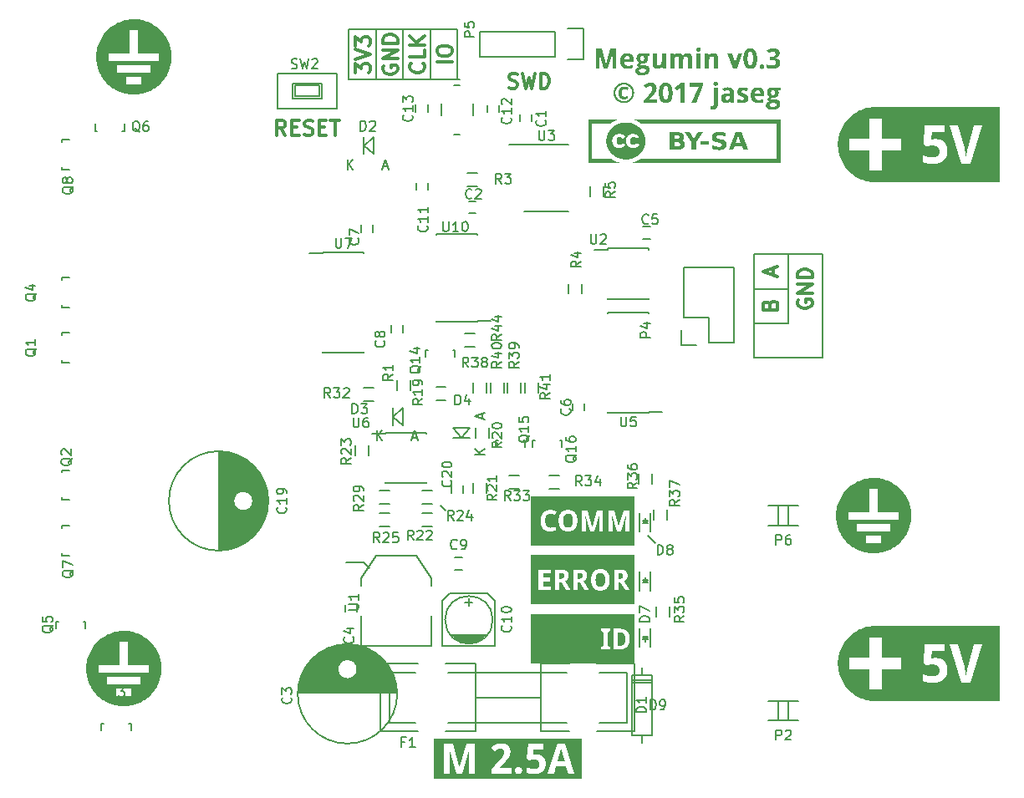
<source format=gbr>
G04 #@! TF.FileFunction,Legend,Top*
%FSLAX46Y46*%
G04 Gerber Fmt 4.6, Leading zero omitted, Abs format (unit mm)*
G04 Created by KiCad (PCBNEW 4.0.6) date Wed Sep  6 13:58:48 2017*
%MOMM*%
%LPD*%
G01*
G04 APERTURE LIST*
%ADD10C,0.100000*%
%ADD11C,0.200000*%
%ADD12C,0.300000*%
%ADD13C,0.150000*%
%ADD14C,0.203200*%
G04 APERTURE END LIST*
D10*
D11*
X92750000Y-94000000D02*
X92250000Y-93500000D01*
X113250000Y-96500000D02*
X114000000Y-97250000D01*
D12*
X76571429Y-55928571D02*
X76071429Y-55214286D01*
X75714286Y-55928571D02*
X75714286Y-54428571D01*
X76285714Y-54428571D01*
X76428572Y-54500000D01*
X76500000Y-54571429D01*
X76571429Y-54714286D01*
X76571429Y-54928571D01*
X76500000Y-55071429D01*
X76428572Y-55142857D01*
X76285714Y-55214286D01*
X75714286Y-55214286D01*
X77214286Y-55142857D02*
X77714286Y-55142857D01*
X77928572Y-55928571D02*
X77214286Y-55928571D01*
X77214286Y-54428571D01*
X77928572Y-54428571D01*
X78500000Y-55857143D02*
X78714286Y-55928571D01*
X79071429Y-55928571D01*
X79214286Y-55857143D01*
X79285715Y-55785714D01*
X79357143Y-55642857D01*
X79357143Y-55500000D01*
X79285715Y-55357143D01*
X79214286Y-55285714D01*
X79071429Y-55214286D01*
X78785715Y-55142857D01*
X78642857Y-55071429D01*
X78571429Y-55000000D01*
X78500000Y-54857143D01*
X78500000Y-54714286D01*
X78571429Y-54571429D01*
X78642857Y-54500000D01*
X78785715Y-54428571D01*
X79142857Y-54428571D01*
X79357143Y-54500000D01*
X80000000Y-55142857D02*
X80500000Y-55142857D01*
X80714286Y-55928571D02*
X80000000Y-55928571D01*
X80000000Y-54428571D01*
X80714286Y-54428571D01*
X81142857Y-54428571D02*
X82000000Y-54428571D01*
X81571429Y-55928571D02*
X81571429Y-54428571D01*
D11*
X94000000Y-45250000D02*
X83000000Y-45250000D01*
X94000000Y-50250000D02*
X94000000Y-45250000D01*
X93750000Y-50250000D02*
X94000000Y-50250000D01*
X83000000Y-50250000D02*
X93750000Y-50250000D01*
X91250000Y-45250000D02*
X91250000Y-50250000D01*
X88500000Y-50250000D02*
X88500000Y-45250000D01*
X85750000Y-45250000D02*
X85750000Y-50250000D01*
X94000000Y-50250000D02*
X94250000Y-50250000D01*
X83000000Y-45250000D02*
X83000000Y-50250000D01*
D12*
X99214286Y-51107143D02*
X99428572Y-51178571D01*
X99785715Y-51178571D01*
X99928572Y-51107143D01*
X100000001Y-51035714D01*
X100071429Y-50892857D01*
X100071429Y-50750000D01*
X100000001Y-50607143D01*
X99928572Y-50535714D01*
X99785715Y-50464286D01*
X99500001Y-50392857D01*
X99357143Y-50321429D01*
X99285715Y-50250000D01*
X99214286Y-50107143D01*
X99214286Y-49964286D01*
X99285715Y-49821429D01*
X99357143Y-49750000D01*
X99500001Y-49678571D01*
X99857143Y-49678571D01*
X100071429Y-49750000D01*
X100571429Y-49678571D02*
X100928572Y-51178571D01*
X101214286Y-50107143D01*
X101500000Y-51178571D01*
X101857143Y-49678571D01*
X102428572Y-51178571D02*
X102428572Y-49678571D01*
X102785715Y-49678571D01*
X103000000Y-49750000D01*
X103142858Y-49892857D01*
X103214286Y-50035714D01*
X103285715Y-50321429D01*
X103285715Y-50535714D01*
X103214286Y-50821429D01*
X103142858Y-50964286D01*
X103000000Y-51107143D01*
X102785715Y-51178571D01*
X102428572Y-51178571D01*
X93428571Y-48535714D02*
X91928571Y-48535714D01*
X91928571Y-47535714D02*
X91928571Y-47250000D01*
X92000000Y-47107142D01*
X92142857Y-46964285D01*
X92428571Y-46892857D01*
X92928571Y-46892857D01*
X93214286Y-46964285D01*
X93357143Y-47107142D01*
X93428571Y-47250000D01*
X93428571Y-47535714D01*
X93357143Y-47678571D01*
X93214286Y-47821428D01*
X92928571Y-47892857D01*
X92428571Y-47892857D01*
X92142857Y-47821428D01*
X92000000Y-47678571D01*
X91928571Y-47535714D01*
X90535714Y-48642857D02*
X90607143Y-48714286D01*
X90678571Y-48928572D01*
X90678571Y-49071429D01*
X90607143Y-49285714D01*
X90464286Y-49428572D01*
X90321429Y-49500000D01*
X90035714Y-49571429D01*
X89821429Y-49571429D01*
X89535714Y-49500000D01*
X89392857Y-49428572D01*
X89250000Y-49285714D01*
X89178571Y-49071429D01*
X89178571Y-48928572D01*
X89250000Y-48714286D01*
X89321429Y-48642857D01*
X90678571Y-47285714D02*
X90678571Y-48000000D01*
X89178571Y-48000000D01*
X90678571Y-46785714D02*
X89178571Y-46785714D01*
X90678571Y-45928571D02*
X89821429Y-46571428D01*
X89178571Y-45928571D02*
X90035714Y-46785714D01*
X86500000Y-48892857D02*
X86428571Y-49035714D01*
X86428571Y-49250000D01*
X86500000Y-49464285D01*
X86642857Y-49607143D01*
X86785714Y-49678571D01*
X87071429Y-49750000D01*
X87285714Y-49750000D01*
X87571429Y-49678571D01*
X87714286Y-49607143D01*
X87857143Y-49464285D01*
X87928571Y-49250000D01*
X87928571Y-49107143D01*
X87857143Y-48892857D01*
X87785714Y-48821428D01*
X87285714Y-48821428D01*
X87285714Y-49107143D01*
X87928571Y-48178571D02*
X86428571Y-48178571D01*
X87928571Y-47321428D01*
X86428571Y-47321428D01*
X87928571Y-46607142D02*
X86428571Y-46607142D01*
X86428571Y-46249999D01*
X86500000Y-46035714D01*
X86642857Y-45892856D01*
X86785714Y-45821428D01*
X87071429Y-45749999D01*
X87285714Y-45749999D01*
X87571429Y-45821428D01*
X87714286Y-45892856D01*
X87857143Y-46035714D01*
X87928571Y-46249999D01*
X87928571Y-46607142D01*
X83678571Y-49607142D02*
X83678571Y-48678571D01*
X84250000Y-49178571D01*
X84250000Y-48964285D01*
X84321429Y-48821428D01*
X84392857Y-48749999D01*
X84535714Y-48678571D01*
X84892857Y-48678571D01*
X85035714Y-48749999D01*
X85107143Y-48821428D01*
X85178571Y-48964285D01*
X85178571Y-49392857D01*
X85107143Y-49535714D01*
X85035714Y-49607142D01*
X83678571Y-48250000D02*
X85178571Y-47750000D01*
X83678571Y-47250000D01*
X83678571Y-46892857D02*
X83678571Y-45964286D01*
X84250000Y-46464286D01*
X84250000Y-46250000D01*
X84321429Y-46107143D01*
X84392857Y-46035714D01*
X84535714Y-45964286D01*
X84892857Y-45964286D01*
X85035714Y-46035714D01*
X85107143Y-46107143D01*
X85178571Y-46250000D01*
X85178571Y-46678572D01*
X85107143Y-46821429D01*
X85035714Y-46892857D01*
D11*
X127500000Y-75000000D02*
X127500000Y-68000000D01*
X124000000Y-75000000D02*
X127500000Y-75000000D01*
X124000000Y-71500000D02*
X127500000Y-71500000D01*
X124000000Y-78500000D02*
X131000000Y-78500000D01*
X131000000Y-68000000D02*
X131000000Y-78500000D01*
X124000000Y-68000000D02*
X131000000Y-68000000D01*
X124000000Y-78500000D02*
X124000000Y-68000000D01*
D12*
X128500000Y-72642857D02*
X128428571Y-72785714D01*
X128428571Y-73000000D01*
X128500000Y-73214285D01*
X128642857Y-73357143D01*
X128785714Y-73428571D01*
X129071429Y-73500000D01*
X129285714Y-73500000D01*
X129571429Y-73428571D01*
X129714286Y-73357143D01*
X129857143Y-73214285D01*
X129928571Y-73000000D01*
X129928571Y-72857143D01*
X129857143Y-72642857D01*
X129785714Y-72571428D01*
X129285714Y-72571428D01*
X129285714Y-72857143D01*
X129928571Y-71928571D02*
X128428571Y-71928571D01*
X129928571Y-71071428D01*
X128428571Y-71071428D01*
X129928571Y-70357142D02*
X128428571Y-70357142D01*
X128428571Y-69999999D01*
X128500000Y-69785714D01*
X128642857Y-69642856D01*
X128785714Y-69571428D01*
X129071429Y-69499999D01*
X129285714Y-69499999D01*
X129571429Y-69571428D01*
X129714286Y-69642856D01*
X129857143Y-69785714D01*
X129928571Y-69999999D01*
X129928571Y-70357142D01*
X125642857Y-73142857D02*
X125714286Y-72928571D01*
X125785714Y-72857143D01*
X125928571Y-72785714D01*
X126142857Y-72785714D01*
X126285714Y-72857143D01*
X126357143Y-72928571D01*
X126428571Y-73071429D01*
X126428571Y-73642857D01*
X124928571Y-73642857D01*
X124928571Y-73142857D01*
X125000000Y-73000000D01*
X125071429Y-72928571D01*
X125214286Y-72857143D01*
X125357143Y-72857143D01*
X125500000Y-72928571D01*
X125571429Y-73000000D01*
X125642857Y-73142857D01*
X125642857Y-73642857D01*
X126000000Y-70107143D02*
X126000000Y-69392857D01*
X126428571Y-70250000D02*
X124928571Y-69750000D01*
X126428571Y-69250000D01*
D11*
X84500000Y-99250000D02*
X82750000Y-99250000D01*
X84455000Y-99187000D02*
X85090000Y-99822000D01*
D10*
G36*
X104095351Y-117596102D02*
X103038121Y-117125915D01*
X103038121Y-121126085D01*
X106553772Y-121126085D01*
X106553772Y-117125915D01*
X103038121Y-117125915D01*
X104095351Y-117596102D01*
X104879180Y-117596102D01*
X105864752Y-120630542D01*
X105218177Y-120630542D01*
X105011471Y-119911206D01*
X103969675Y-119911206D01*
X103760764Y-120630542D01*
X103113637Y-120630542D01*
X104095351Y-117596102D01*
X104095351Y-117596102D01*
G37*
G36*
X104490573Y-118022191D02*
X104488391Y-118033819D01*
X104485987Y-118045963D01*
X104483369Y-118058623D01*
X104480548Y-118071801D01*
X104477533Y-118085495D01*
X104474334Y-118099706D01*
X104470960Y-118114434D01*
X104467422Y-118129678D01*
X104464883Y-118142163D01*
X104462227Y-118154814D01*
X104459452Y-118167630D01*
X104456556Y-118180611D01*
X104453538Y-118193757D01*
X104450396Y-118207069D01*
X104447128Y-118220546D01*
X104443733Y-118234189D01*
X104440209Y-118247997D01*
X104436554Y-118261970D01*
X104433527Y-118274386D01*
X104430461Y-118286831D01*
X104427356Y-118299306D01*
X104424214Y-118311811D01*
X104421035Y-118324349D01*
X104417822Y-118336921D01*
X104414575Y-118349527D01*
X104411296Y-118362169D01*
X104407986Y-118374849D01*
X104404645Y-118387567D01*
X104401276Y-118400325D01*
X104397588Y-118414298D01*
X104393960Y-118428106D01*
X104390389Y-118441749D01*
X104386870Y-118455226D01*
X104383396Y-118468538D01*
X104379964Y-118481684D01*
X104376569Y-118494666D01*
X104373204Y-118507481D01*
X104369866Y-118520132D01*
X104366550Y-118532617D01*
X104362887Y-118546223D01*
X104359250Y-118559480D01*
X104355648Y-118572386D01*
X104352087Y-118584938D01*
X104348573Y-118597133D01*
X104345114Y-118608970D01*
X104341716Y-118620447D01*
X104338386Y-118631560D01*
X104335131Y-118642309D01*
X104331199Y-118657447D01*
X104327658Y-118671176D01*
X104324484Y-118683512D01*
X104321656Y-118694470D01*
X104319149Y-118704065D01*
X104316941Y-118712313D01*
X104124567Y-119373771D01*
X104862644Y-119373771D01*
X104668065Y-118712313D01*
X104665468Y-118704400D01*
X104662636Y-118695543D01*
X104659567Y-118685740D01*
X104656255Y-118674989D01*
X104652699Y-118663289D01*
X104648895Y-118650639D01*
X104644840Y-118637035D01*
X104640530Y-118622478D01*
X104635963Y-118606965D01*
X104631134Y-118590494D01*
X104627566Y-118578307D01*
X104623948Y-118565958D01*
X104620281Y-118553446D01*
X104616568Y-118540771D01*
X104612809Y-118527930D01*
X104609005Y-118514923D01*
X104605158Y-118501749D01*
X104601269Y-118488405D01*
X104597339Y-118474892D01*
X104593369Y-118461208D01*
X104589360Y-118447351D01*
X104585314Y-118433321D01*
X104581232Y-118419116D01*
X104577115Y-118404735D01*
X104573762Y-118391816D01*
X104570423Y-118378897D01*
X104567097Y-118365978D01*
X104563786Y-118353058D01*
X104560489Y-118340139D01*
X104557208Y-118327220D01*
X104553941Y-118314301D01*
X104550690Y-118301382D01*
X104547456Y-118288463D01*
X104544238Y-118275544D01*
X104541037Y-118262625D01*
X104537853Y-118249706D01*
X104534688Y-118236786D01*
X104531540Y-118223867D01*
X104528411Y-118210948D01*
X104525301Y-118198029D01*
X104521577Y-118182310D01*
X104518038Y-118166953D01*
X104514679Y-118151960D01*
X104511500Y-118137332D01*
X104508498Y-118123068D01*
X104505670Y-118109170D01*
X104503014Y-118095639D01*
X104500529Y-118082475D01*
X104498211Y-118069679D01*
X104496059Y-118057252D01*
X104494071Y-118045195D01*
X104492243Y-118033508D01*
X104490574Y-118022191D01*
X104490573Y-118022191D01*
X104490573Y-118022191D01*
G37*
G36*
X91566228Y-117125915D02*
X92654327Y-117608780D01*
X93526901Y-117608780D01*
X94180091Y-119919474D01*
X94192218Y-119919474D01*
X94886749Y-117608780D01*
X95759323Y-117608780D01*
X95759323Y-120630542D01*
X95161805Y-120630542D01*
X95161805Y-119200138D01*
X95161805Y-119078320D01*
X95162176Y-119065856D01*
X95162535Y-119053266D01*
X95162885Y-119040548D01*
X95163229Y-119027700D01*
X95163569Y-119014719D01*
X95163907Y-119001602D01*
X95164246Y-118988348D01*
X95164589Y-118974953D01*
X95164938Y-118961415D01*
X95165295Y-118947732D01*
X95165664Y-118933901D01*
X95166015Y-118921132D01*
X95166375Y-118908320D01*
X95166742Y-118895467D01*
X95167115Y-118882577D01*
X95167492Y-118869653D01*
X95167870Y-118856697D01*
X95168248Y-118843712D01*
X95168624Y-118830702D01*
X95168997Y-118817668D01*
X95169364Y-118804615D01*
X95169723Y-118791544D01*
X95170074Y-118778459D01*
X95170807Y-118764218D01*
X95171500Y-118750056D01*
X95172154Y-118735972D01*
X95172769Y-118721962D01*
X95173349Y-118708025D01*
X95173893Y-118694156D01*
X95174403Y-118680355D01*
X95174882Y-118666619D01*
X95175329Y-118652944D01*
X95175747Y-118639330D01*
X95176137Y-118625772D01*
X95176770Y-118612395D01*
X95177395Y-118598976D01*
X95178013Y-118585515D01*
X95178623Y-118572013D01*
X95179227Y-118558469D01*
X95179824Y-118544882D01*
X95180415Y-118531253D01*
X95180998Y-118517582D01*
X95181575Y-118503869D01*
X95182146Y-118490113D01*
X95182710Y-118476315D01*
X95183268Y-118462474D01*
X95183819Y-118448591D01*
X95184365Y-118434665D01*
X95184904Y-118420695D01*
X95185438Y-118406683D01*
X95185966Y-118392628D01*
X95186488Y-118378529D01*
X95187004Y-118364387D01*
X95187515Y-118350202D01*
X95188020Y-118335973D01*
X95188520Y-118321701D01*
X95189015Y-118307385D01*
X95189505Y-118293026D01*
X95189989Y-118278622D01*
X95190469Y-118264175D01*
X95173932Y-118264175D01*
X94459006Y-120630542D01*
X93869757Y-120630542D01*
X93206094Y-118259765D01*
X93187904Y-118259765D01*
X93188816Y-118273836D01*
X93189714Y-118287875D01*
X93190599Y-118301881D01*
X93191471Y-118315856D01*
X93192330Y-118329798D01*
X93193177Y-118343707D01*
X93194011Y-118357584D01*
X93194832Y-118371428D01*
X93195641Y-118385238D01*
X93196438Y-118399015D01*
X93197223Y-118412759D01*
X93197996Y-118426470D01*
X93198758Y-118440146D01*
X93199508Y-118453789D01*
X93200247Y-118467397D01*
X93200975Y-118480971D01*
X93201692Y-118494511D01*
X93202398Y-118508016D01*
X93203094Y-118521487D01*
X93203779Y-118534922D01*
X93204454Y-118548322D01*
X93205119Y-118561687D01*
X93205774Y-118575017D01*
X93206420Y-118588311D01*
X93207055Y-118601569D01*
X93207682Y-118614791D01*
X93208299Y-118627977D01*
X93208971Y-118640753D01*
X93209609Y-118653586D01*
X93210215Y-118666476D01*
X93210790Y-118679424D01*
X93211333Y-118692429D01*
X93211847Y-118705492D01*
X93212333Y-118718612D01*
X93212790Y-118731789D01*
X93213221Y-118745024D01*
X93213626Y-118758316D01*
X93214006Y-118771666D01*
X93214362Y-118785073D01*
X93215045Y-118798487D01*
X93215714Y-118811857D01*
X93216365Y-118825187D01*
X93216996Y-118838480D01*
X93217604Y-118851738D01*
X93218187Y-118864965D01*
X93218740Y-118878163D01*
X93219262Y-118891335D01*
X93219749Y-118904485D01*
X93220200Y-118917614D01*
X93220610Y-118930726D01*
X93220977Y-118943823D01*
X93221688Y-118958057D01*
X93222320Y-118972193D01*
X93222874Y-118986232D01*
X93223354Y-119000171D01*
X93223762Y-119014009D01*
X93224100Y-119027746D01*
X93224372Y-119041379D01*
X93224578Y-119054908D01*
X93224722Y-119068331D01*
X93224807Y-119081648D01*
X93224835Y-119094856D01*
X93225231Y-119109177D01*
X93225593Y-119123202D01*
X93225919Y-119136933D01*
X93226206Y-119150370D01*
X93226454Y-119163517D01*
X93226660Y-119176374D01*
X93226824Y-119188944D01*
X93226943Y-119201228D01*
X93227015Y-119213227D01*
X93227040Y-119224943D01*
X93227040Y-120630542D01*
X92654327Y-120630542D01*
X92654327Y-117608780D01*
X91566228Y-117125915D01*
X91566228Y-121126085D01*
X96958767Y-121126085D01*
X96958767Y-117125915D01*
X91566228Y-117125915D01*
X91566228Y-117125915D01*
G37*
G36*
X96958767Y-117125915D02*
X98419488Y-117565234D01*
X98434402Y-117565306D01*
X98449208Y-117565521D01*
X98463906Y-117565880D01*
X98478496Y-117566382D01*
X98492978Y-117567027D01*
X98507351Y-117567815D01*
X98521617Y-117568747D01*
X98535774Y-117569821D01*
X98549823Y-117571039D01*
X98563764Y-117572400D01*
X98577597Y-117573903D01*
X98591321Y-117575549D01*
X98604938Y-117577338D01*
X98618446Y-117579270D01*
X98631847Y-117581344D01*
X98645139Y-117583561D01*
X98658323Y-117585920D01*
X98671398Y-117588421D01*
X98684366Y-117591065D01*
X98697226Y-117593851D01*
X98709977Y-117596780D01*
X98722620Y-117599850D01*
X98735155Y-117603062D01*
X98747582Y-117606417D01*
X98759901Y-117609913D01*
X98772112Y-117613551D01*
X98784214Y-117617331D01*
X98796208Y-117621253D01*
X98808095Y-117625316D01*
X98821902Y-117630194D01*
X98835543Y-117635236D01*
X98849017Y-117640442D01*
X98862325Y-117645812D01*
X98875466Y-117651347D01*
X98888442Y-117657046D01*
X98901251Y-117662911D01*
X98913895Y-117668939D01*
X98926372Y-117675133D01*
X98938684Y-117681492D01*
X98950830Y-117688016D01*
X98962811Y-117694705D01*
X98974626Y-117701559D01*
X98986276Y-117708579D01*
X98997761Y-117715764D01*
X99009081Y-117723115D01*
X99020235Y-117730632D01*
X99031225Y-117738314D01*
X99042050Y-117746163D01*
X99052711Y-117754177D01*
X99063206Y-117762358D01*
X99073538Y-117770705D01*
X99083705Y-117779218D01*
X99093707Y-117787898D01*
X99103546Y-117796744D01*
X99113610Y-117805957D01*
X99123475Y-117815336D01*
X99133142Y-117824882D01*
X99142611Y-117834593D01*
X99151880Y-117844471D01*
X99160950Y-117854514D01*
X99169820Y-117864724D01*
X99178491Y-117875099D01*
X99186961Y-117885639D01*
X99195232Y-117896345D01*
X99203301Y-117907216D01*
X99211171Y-117918253D01*
X99218839Y-117929454D01*
X99226306Y-117940821D01*
X99233571Y-117952352D01*
X99240635Y-117964048D01*
X99247497Y-117975909D01*
X99254157Y-117987934D01*
X99260614Y-118000124D01*
X99266869Y-118012478D01*
X99272921Y-118024995D01*
X99278770Y-118037677D01*
X99284415Y-118050523D01*
X99289857Y-118063533D01*
X99294847Y-118075674D01*
X99299642Y-118087931D01*
X99304241Y-118100303D01*
X99308644Y-118112791D01*
X99312851Y-118125393D01*
X99316863Y-118138111D01*
X99320679Y-118150945D01*
X99324300Y-118163894D01*
X99327724Y-118176959D01*
X99330953Y-118190140D01*
X99333987Y-118203437D01*
X99336824Y-118216850D01*
X99339466Y-118230379D01*
X99341912Y-118244024D01*
X99344163Y-118257785D01*
X99346218Y-118271663D01*
X99348077Y-118285657D01*
X99349740Y-118299768D01*
X99351208Y-118313995D01*
X99352480Y-118328339D01*
X99353556Y-118342800D01*
X99354437Y-118357378D01*
X99355122Y-118372073D01*
X99355611Y-118386885D01*
X99355905Y-118401815D01*
X99356002Y-118416862D01*
X99355902Y-118431060D01*
X99355601Y-118445214D01*
X99355098Y-118459323D01*
X99354396Y-118473386D01*
X99353493Y-118487404D01*
X99352391Y-118501376D01*
X99351088Y-118515303D01*
X99349586Y-118529184D01*
X99347884Y-118543019D01*
X99345983Y-118556809D01*
X99343884Y-118570552D01*
X99341585Y-118584249D01*
X99339088Y-118597900D01*
X99336393Y-118611504D01*
X99333499Y-118625062D01*
X99330408Y-118638574D01*
X99327119Y-118652038D01*
X99323633Y-118665456D01*
X99319949Y-118678828D01*
X99316068Y-118692152D01*
X99311990Y-118705429D01*
X99307716Y-118718659D01*
X99303245Y-118731841D01*
X99298578Y-118744976D01*
X99293715Y-118758064D01*
X99288879Y-118770459D01*
X99283910Y-118782839D01*
X99278809Y-118795206D01*
X99273576Y-118807558D01*
X99268209Y-118819896D01*
X99262710Y-118832220D01*
X99257077Y-118844531D01*
X99251311Y-118856829D01*
X99245411Y-118869113D01*
X99239378Y-118881385D01*
X99233210Y-118893643D01*
X99226909Y-118905889D01*
X99220472Y-118918123D01*
X99213902Y-118930344D01*
X99207197Y-118942554D01*
X99200356Y-118954751D01*
X99193381Y-118966937D01*
X99186270Y-118979111D01*
X99179024Y-118991274D01*
X99171642Y-119003426D01*
X99164125Y-119015567D01*
X99156471Y-119027697D01*
X99148681Y-119039817D01*
X99140755Y-119051927D01*
X99132692Y-119064026D01*
X99124492Y-119076115D01*
X99117037Y-119086808D01*
X99109497Y-119097502D01*
X99101873Y-119108198D01*
X99094165Y-119118896D01*
X99086372Y-119129595D01*
X99078495Y-119140296D01*
X99070534Y-119150997D01*
X99062489Y-119161700D01*
X99054360Y-119172403D01*
X99046147Y-119183108D01*
X99037850Y-119193812D01*
X99029469Y-119204518D01*
X99021005Y-119215223D01*
X99012457Y-119225929D01*
X99003825Y-119236635D01*
X98995110Y-119247341D01*
X98986311Y-119258047D01*
X98977429Y-119268752D01*
X98968463Y-119279457D01*
X98959415Y-119290161D01*
X98950283Y-119300864D01*
X98941068Y-119311567D01*
X98931769Y-119322269D01*
X98922388Y-119332969D01*
X98912924Y-119343668D01*
X98903377Y-119354366D01*
X98893748Y-119365062D01*
X98884035Y-119375757D01*
X98874240Y-119386449D01*
X98865150Y-119396324D01*
X98856014Y-119406210D01*
X98846834Y-119416109D01*
X98837610Y-119426020D01*
X98828342Y-119435944D01*
X98819029Y-119445879D01*
X98809672Y-119455827D01*
X98800271Y-119465788D01*
X98790826Y-119475761D01*
X98781338Y-119485746D01*
X98771806Y-119495744D01*
X98762231Y-119505755D01*
X98752612Y-119515778D01*
X98742949Y-119525815D01*
X98733244Y-119535864D01*
X98723495Y-119545925D01*
X98713704Y-119556000D01*
X98703870Y-119566088D01*
X98693993Y-119576189D01*
X98684073Y-119586303D01*
X98674111Y-119596430D01*
X98664106Y-119606570D01*
X98654059Y-119616724D01*
X98643970Y-119626891D01*
X98633839Y-119637071D01*
X98623666Y-119647265D01*
X98613451Y-119657472D01*
X98603194Y-119667693D01*
X98592896Y-119677927D01*
X98582556Y-119688175D01*
X98572175Y-119698437D01*
X98208372Y-120064444D01*
X98208372Y-120093107D01*
X99440339Y-120093107D01*
X99440339Y-120630542D01*
X97412969Y-120630542D01*
X97412969Y-120186263D01*
X98124036Y-119419522D01*
X98134334Y-119408425D01*
X98144556Y-119397394D01*
X98154702Y-119386429D01*
X98164773Y-119375530D01*
X98174769Y-119364698D01*
X98184690Y-119353933D01*
X98194536Y-119343234D01*
X98204308Y-119332601D01*
X98214006Y-119322036D01*
X98223629Y-119311537D01*
X98233178Y-119301106D01*
X98242654Y-119290741D01*
X98252056Y-119280444D01*
X98261385Y-119270214D01*
X98270640Y-119260051D01*
X98279823Y-119249956D01*
X98288932Y-119239928D01*
X98297969Y-119229968D01*
X98306934Y-119220076D01*
X98315826Y-119210251D01*
X98324647Y-119200494D01*
X98333395Y-119190806D01*
X98342072Y-119181186D01*
X98350677Y-119171633D01*
X98359211Y-119162149D01*
X98367673Y-119152734D01*
X98377568Y-119141661D01*
X98387333Y-119130615D01*
X98396968Y-119119595D01*
X98406474Y-119108603D01*
X98415851Y-119097638D01*
X98425099Y-119086699D01*
X98434218Y-119075786D01*
X98443208Y-119064900D01*
X98452069Y-119054040D01*
X98460802Y-119043205D01*
X98469407Y-119032397D01*
X98477884Y-119021614D01*
X98486233Y-119010856D01*
X98494453Y-119000124D01*
X98502547Y-118989417D01*
X98510512Y-118978735D01*
X98518351Y-118968078D01*
X98526062Y-118957446D01*
X98533646Y-118946838D01*
X98541103Y-118936255D01*
X98548434Y-118925695D01*
X98555638Y-118915160D01*
X98563812Y-118902962D01*
X98571798Y-118890736D01*
X98579594Y-118878484D01*
X98587201Y-118866206D01*
X98594616Y-118853903D01*
X98601841Y-118841574D01*
X98608873Y-118829221D01*
X98615712Y-118816844D01*
X98622358Y-118804443D01*
X98628809Y-118792019D01*
X98635066Y-118779572D01*
X98641126Y-118767103D01*
X98646990Y-118754612D01*
X98652657Y-118742101D01*
X98658126Y-118729568D01*
X98663396Y-118717015D01*
X98668467Y-118704443D01*
X98673338Y-118691851D01*
X98678008Y-118679240D01*
X98682454Y-118666572D01*
X98686653Y-118653807D01*
X98690606Y-118640944D01*
X98694314Y-118627983D01*
X98697777Y-118614923D01*
X98700997Y-118601763D01*
X98703974Y-118588502D01*
X98706708Y-118575141D01*
X98709201Y-118561677D01*
X98711453Y-118548110D01*
X98713465Y-118534441D01*
X98715238Y-118520667D01*
X98716771Y-118506788D01*
X98718067Y-118492803D01*
X98719126Y-118478712D01*
X98719948Y-118464514D01*
X98720534Y-118450209D01*
X98720886Y-118435795D01*
X98721002Y-118421271D01*
X98720773Y-118406143D01*
X98720084Y-118391349D01*
X98718935Y-118376892D01*
X98717325Y-118362772D01*
X98715253Y-118348989D01*
X98712720Y-118335544D01*
X98709724Y-118322437D01*
X98706265Y-118309670D01*
X98702342Y-118297243D01*
X98697955Y-118285156D01*
X98693102Y-118273410D01*
X98687784Y-118262005D01*
X98681999Y-118250943D01*
X98675748Y-118240224D01*
X98669029Y-118229849D01*
X98661842Y-118219818D01*
X98654186Y-118210131D01*
X98646060Y-118200790D01*
X98637465Y-118191795D01*
X98628399Y-118183146D01*
X98619140Y-118174886D01*
X98609556Y-118167055D01*
X98599646Y-118159653D01*
X98589412Y-118152680D01*
X98578854Y-118146133D01*
X98567972Y-118140013D01*
X98556767Y-118134320D01*
X98545240Y-118129052D01*
X98533391Y-118124209D01*
X98521222Y-118119791D01*
X98508731Y-118115796D01*
X98495922Y-118112225D01*
X98482793Y-118109076D01*
X98469345Y-118106348D01*
X98455580Y-118104043D01*
X98441497Y-118102157D01*
X98427097Y-118100692D01*
X98412382Y-118099646D01*
X98397351Y-118099019D01*
X98382005Y-118098810D01*
X98368419Y-118098950D01*
X98354875Y-118099367D01*
X98341375Y-118100064D01*
X98327917Y-118101039D01*
X98314503Y-118102294D01*
X98301132Y-118103827D01*
X98287803Y-118105640D01*
X98274518Y-118107732D01*
X98261276Y-118110103D01*
X98248077Y-118112754D01*
X98234921Y-118115685D01*
X98221808Y-118118895D01*
X98208738Y-118122386D01*
X98195712Y-118126156D01*
X98182728Y-118130207D01*
X98169787Y-118134537D01*
X98156890Y-118139149D01*
X98144035Y-118144040D01*
X98131224Y-118149213D01*
X98118455Y-118154666D01*
X98105730Y-118160400D01*
X98093048Y-118166414D01*
X98080409Y-118172711D01*
X98067812Y-118179288D01*
X98057017Y-118185133D01*
X98046188Y-118191150D01*
X98035325Y-118197341D01*
X98024427Y-118203705D01*
X98013495Y-118210242D01*
X98002527Y-118216953D01*
X97991525Y-118223837D01*
X97980487Y-118230895D01*
X97969414Y-118238126D01*
X97958305Y-118245531D01*
X97947160Y-118253109D01*
X97935979Y-118260861D01*
X97924761Y-118268787D01*
X97913507Y-118276887D01*
X97902215Y-118285161D01*
X97890887Y-118293610D01*
X97879521Y-118302232D01*
X97868118Y-118311028D01*
X97856676Y-118319999D01*
X97845197Y-118329144D01*
X97833680Y-118338464D01*
X97822123Y-118347958D01*
X97810529Y-118357627D01*
X97798895Y-118367471D01*
X97787222Y-118377489D01*
X97775510Y-118387682D01*
X97763758Y-118398050D01*
X97751966Y-118408593D01*
X97404700Y-117997387D01*
X97415059Y-117987993D01*
X97425464Y-117978646D01*
X97435916Y-117969346D01*
X97446415Y-117960094D01*
X97456963Y-117950890D01*
X97467559Y-117941734D01*
X97478205Y-117932628D01*
X97488901Y-117923572D01*
X97499647Y-117914567D01*
X97510445Y-117905612D01*
X97521293Y-117896709D01*
X97532195Y-117887858D01*
X97543148Y-117879060D01*
X97554155Y-117870315D01*
X97565216Y-117861624D01*
X97576332Y-117852988D01*
X97587502Y-117844407D01*
X97598728Y-117835881D01*
X97609447Y-117827665D01*
X97620281Y-117819555D01*
X97631229Y-117811549D01*
X97642291Y-117803648D01*
X97653468Y-117795851D01*
X97664760Y-117788159D01*
X97676166Y-117780571D01*
X97687686Y-117773086D01*
X97699321Y-117765704D01*
X97711071Y-117758426D01*
X97722935Y-117751251D01*
X97734914Y-117744178D01*
X97747007Y-117737208D01*
X97759214Y-117730340D01*
X97771537Y-117723574D01*
X97783973Y-117716910D01*
X97796525Y-117710347D01*
X97809190Y-117703886D01*
X97821971Y-117697526D01*
X97833644Y-117691875D01*
X97845432Y-117686340D01*
X97857337Y-117680920D01*
X97869356Y-117675616D01*
X97881491Y-117670426D01*
X97893739Y-117665351D01*
X97906102Y-117660390D01*
X97918579Y-117655543D01*
X97931169Y-117650809D01*
X97943872Y-117646188D01*
X97956688Y-117641680D01*
X97969616Y-117637284D01*
X97982656Y-117633000D01*
X97995807Y-117628828D01*
X98009070Y-117624767D01*
X98022444Y-117620817D01*
X98035928Y-117616977D01*
X98049523Y-117613248D01*
X98063227Y-117609628D01*
X98077041Y-117606118D01*
X98090964Y-117602717D01*
X98103254Y-117599679D01*
X98115665Y-117596768D01*
X98128197Y-117593984D01*
X98140850Y-117591327D01*
X98153624Y-117588798D01*
X98166519Y-117586395D01*
X98179535Y-117584121D01*
X98192673Y-117581975D01*
X98205932Y-117579956D01*
X98219313Y-117578067D01*
X98232816Y-117576306D01*
X98246441Y-117574673D01*
X98260187Y-117573171D01*
X98274056Y-117571797D01*
X98288047Y-117570553D01*
X98302161Y-117569439D01*
X98316397Y-117568456D01*
X98330755Y-117567602D01*
X98345236Y-117566880D01*
X98359840Y-117566288D01*
X98374568Y-117565827D01*
X98389418Y-117565498D01*
X98404391Y-117565300D01*
X98419488Y-117565234D01*
X96958767Y-117125915D01*
X96958767Y-121126085D01*
X99628303Y-121126085D01*
X99628303Y-117125915D01*
X96958767Y-117125915D01*
X96958767Y-117125915D01*
G37*
G36*
X99628303Y-117125915D02*
X100180621Y-119983967D01*
X100195000Y-119984141D01*
X100209200Y-119984668D01*
X100223225Y-119985552D01*
X100237078Y-119986798D01*
X100250763Y-119988411D01*
X100264282Y-119990397D01*
X100277639Y-119992759D01*
X100290837Y-119995503D01*
X100303880Y-119998634D01*
X100316771Y-120002157D01*
X100329834Y-120006109D01*
X100342568Y-120010522D01*
X100354970Y-120015396D01*
X100367042Y-120020727D01*
X100378782Y-120026514D01*
X100390193Y-120032756D01*
X100401272Y-120039451D01*
X100412021Y-120046598D01*
X100422439Y-120054195D01*
X100432526Y-120062239D01*
X100442249Y-120070780D01*
X100451572Y-120079865D01*
X100460491Y-120089493D01*
X100469003Y-120099661D01*
X100477106Y-120110368D01*
X100484795Y-120121612D01*
X100492067Y-120133392D01*
X100498919Y-120145707D01*
X100505348Y-120158553D01*
X100511350Y-120171931D01*
X100515966Y-120183168D01*
X100520172Y-120194831D01*
X100523967Y-120206920D01*
X100527355Y-120219438D01*
X100530338Y-120232384D01*
X100532916Y-120245759D01*
X100535093Y-120259566D01*
X100536869Y-120273804D01*
X100538247Y-120288474D01*
X100539230Y-120303578D01*
X100539817Y-120319117D01*
X100540013Y-120335091D01*
X100539817Y-120350410D01*
X100539230Y-120365360D01*
X100538248Y-120379942D01*
X100536869Y-120394152D01*
X100535093Y-120407992D01*
X100532917Y-120421459D01*
X100530338Y-120434553D01*
X100527356Y-120447273D01*
X100523968Y-120459618D01*
X100520172Y-120471587D01*
X100515967Y-120483178D01*
X100511350Y-120494392D01*
X100505347Y-120507398D01*
X100498919Y-120519955D01*
X100492067Y-120532063D01*
X100484794Y-120543719D01*
X100477106Y-120554922D01*
X100469003Y-120565671D01*
X100460491Y-120575963D01*
X100451572Y-120585797D01*
X100442249Y-120595171D01*
X100432526Y-120604084D01*
X100422439Y-120612510D01*
X100412021Y-120620426D01*
X100401272Y-120627837D01*
X100390193Y-120634745D01*
X100378782Y-120641153D01*
X100367042Y-120647065D01*
X100354970Y-120652485D01*
X100342568Y-120657415D01*
X100329834Y-120661859D01*
X100316771Y-120665820D01*
X100303880Y-120669755D01*
X100290837Y-120673290D01*
X100277639Y-120676422D01*
X100264282Y-120679146D01*
X100250763Y-120681461D01*
X100237078Y-120683362D01*
X100223225Y-120684846D01*
X100209200Y-120685911D01*
X100195000Y-120686552D01*
X100180621Y-120686766D01*
X100166797Y-120686589D01*
X100153139Y-120686059D01*
X100139647Y-120685178D01*
X100126323Y-120683950D01*
X100113168Y-120682377D01*
X100100183Y-120680460D01*
X100087370Y-120678203D01*
X100074729Y-120675608D01*
X100062263Y-120672677D01*
X100049971Y-120669414D01*
X100037856Y-120665820D01*
X100024792Y-120661859D01*
X100012059Y-120657415D01*
X99999657Y-120652484D01*
X99987585Y-120647065D01*
X99975844Y-120641153D01*
X99964434Y-120634744D01*
X99953355Y-120627837D01*
X99942606Y-120620426D01*
X99932188Y-120612510D01*
X99922101Y-120604084D01*
X99912393Y-120595171D01*
X99903112Y-120585797D01*
X99894255Y-120575963D01*
X99885817Y-120565671D01*
X99877797Y-120554922D01*
X99870189Y-120543719D01*
X99862992Y-120532063D01*
X99856202Y-120519955D01*
X99849815Y-120507398D01*
X99843828Y-120494392D01*
X99839533Y-120483178D01*
X99835607Y-120471587D01*
X99832050Y-120459618D01*
X99828863Y-120447273D01*
X99826048Y-120434553D01*
X99823605Y-120421459D01*
X99821535Y-120407992D01*
X99819840Y-120394152D01*
X99818519Y-120379942D01*
X99817575Y-120365360D01*
X99817008Y-120350410D01*
X99816819Y-120335091D01*
X99817008Y-120319117D01*
X99817575Y-120303578D01*
X99818520Y-120288474D01*
X99819840Y-120273804D01*
X99821536Y-120259566D01*
X99823606Y-120245759D01*
X99826049Y-120232384D01*
X99828864Y-120219438D01*
X99832051Y-120206920D01*
X99835608Y-120194831D01*
X99839534Y-120183168D01*
X99843828Y-120171931D01*
X99849815Y-120158553D01*
X99856202Y-120145706D01*
X99862992Y-120133392D01*
X99870189Y-120121612D01*
X99877797Y-120110367D01*
X99885817Y-120099660D01*
X99894255Y-120089492D01*
X99903112Y-120079865D01*
X99912393Y-120070780D01*
X99922101Y-120062239D01*
X99932188Y-120054194D01*
X99942606Y-120046598D01*
X99953355Y-120039451D01*
X99964434Y-120032755D01*
X99975844Y-120026513D01*
X99987585Y-120020726D01*
X99999657Y-120015395D01*
X100012059Y-120010522D01*
X100024792Y-120006109D01*
X100037856Y-120002157D01*
X100049971Y-119998937D01*
X100062263Y-119996042D01*
X100074729Y-119993468D01*
X100087370Y-119991210D01*
X100100183Y-119989266D01*
X100113168Y-119987631D01*
X100126323Y-119986302D01*
X100139647Y-119985275D01*
X100153139Y-119984545D01*
X100166797Y-119984111D01*
X100180621Y-119983967D01*
X99628303Y-117125915D01*
X99628303Y-121126085D01*
X100659075Y-121126085D01*
X100659075Y-117125915D01*
X99628303Y-117125915D01*
X99628303Y-117125915D01*
G37*
G36*
X100659075Y-117125915D02*
X101133672Y-117608780D01*
X102729440Y-117608780D01*
X102729440Y-118150073D01*
X101687643Y-118150073D01*
X101638034Y-118743732D01*
X101649196Y-118741315D01*
X101660636Y-118738889D01*
X101672356Y-118736454D01*
X101684356Y-118734014D01*
X101696640Y-118731571D01*
X101709210Y-118729125D01*
X101722066Y-118726679D01*
X101735211Y-118724236D01*
X101748647Y-118721796D01*
X101762376Y-118719361D01*
X101776400Y-118716935D01*
X101790721Y-118714518D01*
X101801352Y-118712867D01*
X101812331Y-118711319D01*
X101823659Y-118709873D01*
X101835333Y-118708529D01*
X101847354Y-118707287D01*
X101859720Y-118706146D01*
X101872432Y-118705106D01*
X101885487Y-118704167D01*
X101898887Y-118703328D01*
X101912629Y-118702589D01*
X101926714Y-118701949D01*
X101941140Y-118701409D01*
X101955907Y-118700968D01*
X101971015Y-118700625D01*
X101986462Y-118700381D01*
X102002248Y-118700235D01*
X102018372Y-118700186D01*
X102032728Y-118700269D01*
X102047008Y-118700517D01*
X102061214Y-118700931D01*
X102075346Y-118701510D01*
X102089403Y-118702254D01*
X102103385Y-118703164D01*
X102117293Y-118704238D01*
X102131127Y-118705478D01*
X102144886Y-118706882D01*
X102158572Y-118708452D01*
X102172183Y-118710186D01*
X102185721Y-118712085D01*
X102199185Y-118714148D01*
X102212575Y-118716376D01*
X102225891Y-118718768D01*
X102239134Y-118721325D01*
X102252303Y-118724045D01*
X102265398Y-118726930D01*
X102278421Y-118729979D01*
X102291370Y-118733192D01*
X102304246Y-118736569D01*
X102317049Y-118740110D01*
X102329779Y-118743815D01*
X102342435Y-118747683D01*
X102355020Y-118751715D01*
X102367531Y-118755910D01*
X102379970Y-118760269D01*
X102393295Y-118765152D01*
X102406483Y-118770209D01*
X102419534Y-118775443D01*
X102432446Y-118780851D01*
X102445220Y-118786436D01*
X102457856Y-118792197D01*
X102470354Y-118798134D01*
X102482714Y-118804248D01*
X102494935Y-118810540D01*
X102507018Y-118817009D01*
X102518962Y-118823655D01*
X102530767Y-118830480D01*
X102542434Y-118837483D01*
X102553961Y-118844665D01*
X102565350Y-118852026D01*
X102576599Y-118859567D01*
X102587709Y-118867287D01*
X102598680Y-118875187D01*
X102609511Y-118883267D01*
X102620202Y-118891528D01*
X102630754Y-118899971D01*
X102641166Y-118908594D01*
X102651438Y-118917399D01*
X102661570Y-118926386D01*
X102671562Y-118935555D01*
X102681022Y-118944545D01*
X102690320Y-118953706D01*
X102699457Y-118963038D01*
X102708434Y-118972542D01*
X102717250Y-118982217D01*
X102725905Y-118992063D01*
X102734399Y-119002080D01*
X102742734Y-119012269D01*
X102750909Y-119022628D01*
X102758924Y-119033159D01*
X102766779Y-119043862D01*
X102774475Y-119054735D01*
X102782012Y-119065780D01*
X102789390Y-119076996D01*
X102796609Y-119088383D01*
X102803669Y-119099941D01*
X102810571Y-119111671D01*
X102817315Y-119123572D01*
X102823901Y-119135644D01*
X102830328Y-119147887D01*
X102836599Y-119160302D01*
X102842711Y-119172888D01*
X102848666Y-119185645D01*
X102854465Y-119198573D01*
X102860106Y-119211672D01*
X102865590Y-119224943D01*
X102870354Y-119236838D01*
X102874953Y-119248859D01*
X102879387Y-119261005D01*
X102883655Y-119273276D01*
X102887757Y-119285673D01*
X102891694Y-119298194D01*
X102895464Y-119310840D01*
X102899068Y-119323610D01*
X102902506Y-119336504D01*
X102905778Y-119349523D01*
X102908883Y-119362665D01*
X102911822Y-119375931D01*
X102914593Y-119389320D01*
X102917198Y-119402832D01*
X102919636Y-119416468D01*
X102921906Y-119430226D01*
X102924010Y-119444107D01*
X102925945Y-119458110D01*
X102927713Y-119472235D01*
X102929314Y-119486483D01*
X102930746Y-119500852D01*
X102932010Y-119515343D01*
X102933107Y-119529955D01*
X102934035Y-119544688D01*
X102934794Y-119559542D01*
X102935385Y-119574517D01*
X102935808Y-119589613D01*
X102936061Y-119604829D01*
X102936146Y-119620165D01*
X102936075Y-119635026D01*
X102935863Y-119649795D01*
X102935510Y-119664472D01*
X102935016Y-119679056D01*
X102934381Y-119693548D01*
X102933605Y-119707948D01*
X102932688Y-119722255D01*
X102931631Y-119736471D01*
X102930432Y-119750595D01*
X102929092Y-119764627D01*
X102927612Y-119778567D01*
X102925991Y-119792416D01*
X102924229Y-119806173D01*
X102922327Y-119819839D01*
X102920284Y-119833414D01*
X102918101Y-119846897D01*
X102915777Y-119860289D01*
X102913313Y-119873590D01*
X102910708Y-119886800D01*
X102907963Y-119899919D01*
X102905078Y-119912947D01*
X102902052Y-119925885D01*
X102898886Y-119938732D01*
X102895580Y-119951488D01*
X102892134Y-119964155D01*
X102888548Y-119976730D01*
X102884822Y-119989216D01*
X102880956Y-120001611D01*
X102876950Y-120013917D01*
X102872804Y-120026132D01*
X102868518Y-120038257D01*
X102864092Y-120050293D01*
X102859527Y-120062239D01*
X102854166Y-120075571D01*
X102848632Y-120088764D01*
X102842925Y-120101820D01*
X102837045Y-120114739D01*
X102830993Y-120127520D01*
X102824767Y-120140163D01*
X102818370Y-120152669D01*
X102811799Y-120165037D01*
X102805056Y-120177267D01*
X102798141Y-120189359D01*
X102791053Y-120201314D01*
X102783793Y-120213132D01*
X102776361Y-120224812D01*
X102768757Y-120236354D01*
X102760980Y-120247758D01*
X102753032Y-120259025D01*
X102744912Y-120270154D01*
X102736619Y-120281146D01*
X102728155Y-120292000D01*
X102719519Y-120302716D01*
X102710712Y-120313294D01*
X102701733Y-120323735D01*
X102692582Y-120334039D01*
X102683260Y-120344204D01*
X102673767Y-120354233D01*
X102664102Y-120364123D01*
X102654266Y-120373876D01*
X102644258Y-120383491D01*
X102634080Y-120392968D01*
X102624403Y-120401572D01*
X102614577Y-120410047D01*
X102604600Y-120418393D01*
X102594474Y-120426609D01*
X102584198Y-120434697D01*
X102573772Y-120442655D01*
X102563196Y-120450485D01*
X102552470Y-120458185D01*
X102541594Y-120465756D01*
X102530567Y-120473199D01*
X102519390Y-120480512D01*
X102508063Y-120487696D01*
X102496586Y-120494751D01*
X102484958Y-120501677D01*
X102473179Y-120508474D01*
X102461251Y-120515142D01*
X102449171Y-120521681D01*
X102436941Y-120528091D01*
X102424560Y-120534371D01*
X102412028Y-120540523D01*
X102399346Y-120546546D01*
X102386513Y-120552439D01*
X102373528Y-120558204D01*
X102360393Y-120563839D01*
X102347107Y-120569346D01*
X102333670Y-120574723D01*
X102320081Y-120579971D01*
X102306341Y-120585091D01*
X102292450Y-120590081D01*
X102278408Y-120594942D01*
X102264214Y-120599674D01*
X102252322Y-120603532D01*
X102240334Y-120607283D01*
X102228248Y-120610928D01*
X102216067Y-120614467D01*
X102203788Y-120617899D01*
X102191413Y-120621226D01*
X102178941Y-120624446D01*
X102166373Y-120627561D01*
X102153708Y-120630569D01*
X102140946Y-120633471D01*
X102128088Y-120636267D01*
X102115133Y-120638958D01*
X102102081Y-120641542D01*
X102088933Y-120644021D01*
X102075688Y-120646394D01*
X102062346Y-120648661D01*
X102048908Y-120650822D01*
X102035374Y-120652877D01*
X102021742Y-120654827D01*
X102008014Y-120656671D01*
X101994189Y-120658410D01*
X101980268Y-120660042D01*
X101966250Y-120661570D01*
X101952136Y-120662991D01*
X101937924Y-120664307D01*
X101923617Y-120665518D01*
X101909212Y-120666623D01*
X101894711Y-120667623D01*
X101880113Y-120668518D01*
X101865419Y-120669307D01*
X101850628Y-120669990D01*
X101835740Y-120670569D01*
X101820756Y-120671042D01*
X101805675Y-120671410D01*
X101790497Y-120671673D01*
X101775223Y-120671831D01*
X101759853Y-120671883D01*
X101746483Y-120671852D01*
X101733126Y-120671756D01*
X101719780Y-120671596D01*
X101706447Y-120671369D01*
X101693127Y-120671076D01*
X101679820Y-120670714D01*
X101666526Y-120670284D01*
X101653247Y-120669784D01*
X101639981Y-120669212D01*
X101626730Y-120668569D01*
X101613493Y-120667852D01*
X101600272Y-120667061D01*
X101587067Y-120666196D01*
X101573877Y-120665254D01*
X101560703Y-120664235D01*
X101547546Y-120663138D01*
X101534405Y-120661961D01*
X101520485Y-120660625D01*
X101506629Y-120659199D01*
X101492838Y-120657685D01*
X101479112Y-120656084D01*
X101465450Y-120654397D01*
X101451852Y-120652626D01*
X101438319Y-120650772D01*
X101424851Y-120648836D01*
X101411448Y-120646819D01*
X101398109Y-120644723D01*
X101384834Y-120642548D01*
X101371625Y-120640296D01*
X101358479Y-120637969D01*
X101345399Y-120635566D01*
X101332383Y-120633090D01*
X101319431Y-120630542D01*
X101305967Y-120628006D01*
X101292582Y-120625360D01*
X101279276Y-120622604D01*
X101266049Y-120619738D01*
X101252898Y-120616761D01*
X101239823Y-120613674D01*
X101226823Y-120610477D01*
X101213897Y-120607170D01*
X101201044Y-120603753D01*
X101188263Y-120600225D01*
X101175553Y-120596587D01*
X101162913Y-120592839D01*
X101150342Y-120588981D01*
X101137839Y-120585012D01*
X101125404Y-120580933D01*
X101111509Y-120576104D01*
X101097810Y-120571157D01*
X101084307Y-120566091D01*
X101071000Y-120560905D01*
X101057888Y-120555599D01*
X101044972Y-120550171D01*
X101032252Y-120544622D01*
X101019727Y-120538950D01*
X101007398Y-120533155D01*
X100995265Y-120527235D01*
X100983327Y-120521190D01*
X100971585Y-120515020D01*
X100960039Y-120508724D01*
X100960039Y-119956957D01*
X100970484Y-119962838D01*
X100981151Y-119968669D01*
X100992040Y-119974453D01*
X101003154Y-119980189D01*
X101014495Y-119985879D01*
X101026064Y-119991525D01*
X101037864Y-119997127D01*
X101049895Y-120002687D01*
X101062160Y-120008206D01*
X101074661Y-120013686D01*
X101087400Y-120019127D01*
X101100377Y-120024530D01*
X101113596Y-120029897D01*
X101127057Y-120035230D01*
X101139768Y-120039882D01*
X101152543Y-120044467D01*
X101165382Y-120048984D01*
X101178282Y-120053432D01*
X101191243Y-120057809D01*
X101204263Y-120062116D01*
X101217339Y-120066351D01*
X101230472Y-120070512D01*
X101243659Y-120074600D01*
X101256899Y-120078612D01*
X101270190Y-120082549D01*
X101283532Y-120086409D01*
X101296922Y-120090191D01*
X101310359Y-120093894D01*
X101323841Y-120097517D01*
X101337622Y-120100787D01*
X101351402Y-120103984D01*
X101365182Y-120107108D01*
X101378963Y-120110158D01*
X101392743Y-120113134D01*
X101406523Y-120116037D01*
X101420304Y-120118867D01*
X101434084Y-120121623D01*
X101447865Y-120124306D01*
X101461645Y-120126915D01*
X101475425Y-120129451D01*
X101489206Y-120131913D01*
X101502986Y-120134301D01*
X101516767Y-120136616D01*
X101530547Y-120138858D01*
X101545257Y-120140849D01*
X101559858Y-120142689D01*
X101574350Y-120144379D01*
X101588735Y-120145918D01*
X101603012Y-120147308D01*
X101617182Y-120148548D01*
X101631247Y-120149641D01*
X101645206Y-120150586D01*
X101659060Y-120151384D01*
X101672810Y-120152036D01*
X101686457Y-120152541D01*
X101700000Y-120152902D01*
X101713441Y-120153118D01*
X101726779Y-120153190D01*
X101743445Y-120153086D01*
X101759868Y-120152773D01*
X101776047Y-120152253D01*
X101791984Y-120151525D01*
X101807678Y-120150588D01*
X101823128Y-120149443D01*
X101838336Y-120148090D01*
X101853301Y-120146529D01*
X101868023Y-120144759D01*
X101882502Y-120142780D01*
X101896738Y-120140593D01*
X101910730Y-120138198D01*
X101924481Y-120135594D01*
X101937988Y-120132781D01*
X101951252Y-120129760D01*
X101964273Y-120126530D01*
X101977051Y-120123091D01*
X101989586Y-120119443D01*
X102001878Y-120115587D01*
X102013928Y-120111521D01*
X102025734Y-120107247D01*
X102037297Y-120102764D01*
X102048618Y-120098071D01*
X102059695Y-120093170D01*
X102070530Y-120088059D01*
X102081121Y-120082739D01*
X102091470Y-120077210D01*
X102101576Y-120071472D01*
X102111438Y-120065524D01*
X102121058Y-120059367D01*
X102130435Y-120053001D01*
X102139568Y-120046425D01*
X102148459Y-120039639D01*
X102157944Y-120031773D01*
X102167105Y-120023606D01*
X102175943Y-120015141D01*
X102184459Y-120006376D01*
X102192651Y-119997312D01*
X102200520Y-119987949D01*
X102208067Y-119978286D01*
X102215292Y-119968325D01*
X102222194Y-119958064D01*
X102228773Y-119947505D01*
X102235031Y-119936646D01*
X102240966Y-119925489D01*
X102246580Y-119914033D01*
X102251872Y-119902279D01*
X102256842Y-119890226D01*
X102261490Y-119877874D01*
X102265818Y-119865223D01*
X102269823Y-119852275D01*
X102273508Y-119839027D01*
X102276872Y-119825482D01*
X102279915Y-119811638D01*
X102282636Y-119797496D01*
X102285038Y-119783056D01*
X102287118Y-119768318D01*
X102288879Y-119753282D01*
X102290318Y-119737948D01*
X102291438Y-119722315D01*
X102292238Y-119706386D01*
X102292718Y-119690158D01*
X102292877Y-119673632D01*
X102292697Y-119657824D01*
X102292156Y-119642289D01*
X102291253Y-119627029D01*
X102289990Y-119612043D01*
X102288364Y-119597331D01*
X102286377Y-119582893D01*
X102284028Y-119568730D01*
X102281316Y-119554840D01*
X102278242Y-119541225D01*
X102274806Y-119527884D01*
X102271006Y-119514818D01*
X102266843Y-119502025D01*
X102262317Y-119489507D01*
X102257427Y-119477262D01*
X102252174Y-119465292D01*
X102246556Y-119453597D01*
X102240574Y-119442175D01*
X102234228Y-119431028D01*
X102227516Y-119420155D01*
X102220440Y-119409556D01*
X102212999Y-119399231D01*
X102205192Y-119389180D01*
X102197019Y-119379404D01*
X102188481Y-119369902D01*
X102179576Y-119360674D01*
X102170306Y-119351720D01*
X102160668Y-119343040D01*
X102150664Y-119334635D01*
X102142261Y-119327806D01*
X102133587Y-119321180D01*
X102124643Y-119314757D01*
X102115430Y-119308538D01*
X102105946Y-119302521D01*
X102096193Y-119296709D01*
X102086170Y-119291099D01*
X102075877Y-119285693D01*
X102065316Y-119280490D01*
X102054485Y-119275491D01*
X102043385Y-119270696D01*
X102032015Y-119266104D01*
X102020378Y-119261715D01*
X102008471Y-119257531D01*
X101996296Y-119253550D01*
X101983852Y-119249773D01*
X101971140Y-119246199D01*
X101958160Y-119242830D01*
X101944911Y-119239664D01*
X101931395Y-119236703D01*
X101917611Y-119233945D01*
X101903559Y-119231391D01*
X101889240Y-119229041D01*
X101874653Y-119226896D01*
X101859799Y-119224954D01*
X101844677Y-119223217D01*
X101829289Y-119221684D01*
X101813633Y-119220355D01*
X101797711Y-119219231D01*
X101781522Y-119218311D01*
X101765066Y-119217595D01*
X101748344Y-119217084D01*
X101731356Y-119216777D01*
X101714101Y-119216675D01*
X101702056Y-119216766D01*
X101689807Y-119217033D01*
X101677354Y-119217471D01*
X101664696Y-119218072D01*
X101651835Y-119218830D01*
X101638769Y-119219737D01*
X101625499Y-119220788D01*
X101612025Y-119221974D01*
X101598346Y-119223290D01*
X101585035Y-119224719D01*
X101571739Y-119226250D01*
X101558455Y-119227883D01*
X101545177Y-119229618D01*
X101531902Y-119231456D01*
X101518624Y-119233395D01*
X101505340Y-119235437D01*
X101492044Y-119237580D01*
X101478733Y-119239826D01*
X101465913Y-119242143D01*
X101453179Y-119244504D01*
X101440535Y-119246910D01*
X101427988Y-119249364D01*
X101415539Y-119251867D01*
X101403196Y-119254423D01*
X101390961Y-119257033D01*
X101378839Y-119259700D01*
X101366836Y-119262426D01*
X101351799Y-119265413D01*
X101337388Y-119268473D01*
X101323590Y-119271610D01*
X101310390Y-119274829D01*
X101297773Y-119278135D01*
X101285725Y-119281532D01*
X101274232Y-119285026D01*
X101019570Y-119148875D01*
X101133672Y-117608780D01*
X100659075Y-117125915D01*
X100659075Y-121126085D01*
X103038121Y-121126085D01*
X103038121Y-117125915D01*
X100659075Y-117125915D01*
X100659075Y-117125915D01*
G37*
D13*
X100425000Y-81050000D02*
X100425000Y-82050000D01*
X99075000Y-82050000D02*
X99075000Y-81050000D01*
X84244000Y-104624000D02*
X84244000Y-107672000D01*
X84244000Y-107672000D02*
X91356000Y-107672000D01*
X91356000Y-107672000D02*
X91356000Y-104624000D01*
X84244000Y-101576000D02*
X84244000Y-100814000D01*
X84244000Y-100814000D02*
X85768000Y-98528000D01*
X85768000Y-98528000D02*
X89832000Y-98528000D01*
X89832000Y-98528000D02*
X91356000Y-100814000D01*
X91356000Y-100814000D02*
X91356000Y-101576000D01*
X100775000Y-63675000D02*
X105225000Y-63675000D01*
X99250000Y-56925000D02*
X105225000Y-56925000D01*
X109225000Y-67425000D02*
X109225000Y-67570000D01*
X113375000Y-67425000D02*
X113375000Y-67570000D01*
X113375000Y-72575000D02*
X113375000Y-72430000D01*
X109225000Y-72575000D02*
X109225000Y-72430000D01*
X109225000Y-67425000D02*
X113375000Y-67425000D01*
X109225000Y-72575000D02*
X113375000Y-72575000D01*
X109225000Y-67570000D02*
X107825000Y-67570000D01*
X95154000Y-62646000D02*
X95854000Y-62646000D01*
X95854000Y-63846000D02*
X95154000Y-63846000D01*
X94515000Y-107336000D02*
X95912000Y-107336000D01*
X94261000Y-107209000D02*
X96039000Y-107209000D01*
X93880000Y-107082000D02*
X96420000Y-107082000D01*
X96547000Y-106955000D02*
X93753000Y-106955000D01*
X93626000Y-106828000D02*
X96674000Y-106828000D01*
X96801000Y-106701000D02*
X93499000Y-106701000D01*
X93372000Y-106574000D02*
X96928000Y-106574000D01*
X92483000Y-107717000D02*
X92483000Y-103145000D01*
X92483000Y-103145000D02*
X93245000Y-102383000D01*
X93245000Y-102383000D02*
X97055000Y-102383000D01*
X97055000Y-102383000D02*
X97817000Y-103145000D01*
X97817000Y-103145000D02*
X97817000Y-107717000D01*
X97817000Y-107717000D02*
X92483000Y-107717000D01*
X95150000Y-102891000D02*
X95150000Y-103653000D01*
X94769000Y-103272000D02*
X95531000Y-103272000D01*
X97563000Y-105050000D02*
G75*
G03X97563000Y-105050000I-2413000J0D01*
G01*
X114125000Y-104750000D02*
X114125000Y-103750000D01*
X115475000Y-103750000D02*
X115475000Y-104750000D01*
X84499760Y-57050800D02*
X85500520Y-56150000D01*
X85500520Y-56150000D02*
X85500520Y-57850000D01*
X85500520Y-57850000D02*
X84499760Y-57000000D01*
X84499760Y-56150000D02*
X84499760Y-57850000D01*
X94411800Y-86633240D02*
X93511000Y-85632480D01*
X93511000Y-85632480D02*
X95211000Y-85632480D01*
X95211000Y-85632480D02*
X94361000Y-86633240D01*
X93511000Y-86633240D02*
X95211000Y-86633240D01*
X87483760Y-84505800D02*
X88484520Y-83605000D01*
X88484520Y-83605000D02*
X88484520Y-85305000D01*
X88484520Y-85305000D02*
X87483760Y-84455000D01*
X87483760Y-83605000D02*
X87483760Y-85305000D01*
X82585000Y-104236000D02*
X82585000Y-103536000D01*
X83785000Y-103536000D02*
X83785000Y-104236000D01*
X112800000Y-65225000D02*
X113500000Y-65225000D01*
X113500000Y-66425000D02*
X112800000Y-66425000D01*
X105625000Y-83800000D02*
X105625000Y-83100000D01*
X106825000Y-83100000D02*
X106825000Y-83800000D01*
X85400000Y-65050000D02*
X85400000Y-65750000D01*
X84200000Y-65750000D02*
X84200000Y-65050000D01*
X88484000Y-75215000D02*
X88484000Y-75915000D01*
X87284000Y-75915000D02*
X87284000Y-75215000D01*
X93750000Y-98750000D02*
X94450000Y-98750000D01*
X94450000Y-99950000D02*
X93750000Y-99950000D01*
X91000000Y-60750000D02*
X91000000Y-61450000D01*
X89800000Y-61450000D02*
X89800000Y-60750000D01*
X98200000Y-52925000D02*
X98200000Y-53625000D01*
X97000000Y-53625000D02*
X97000000Y-52925000D01*
X89775000Y-53550000D02*
X89775000Y-52850000D01*
X90975000Y-52850000D02*
X90975000Y-53550000D01*
X94580000Y-91471000D02*
X94580000Y-92171000D01*
X93380000Y-92171000D02*
X93380000Y-91471000D01*
X112450000Y-105900000D02*
X112450000Y-107800000D01*
X113550000Y-105900000D02*
X113550000Y-107800000D01*
X113000000Y-106800000D02*
X113000000Y-107250000D01*
X113250000Y-106750000D02*
X112750000Y-106750000D01*
X113000000Y-106750000D02*
X113250000Y-107000000D01*
X113250000Y-107000000D02*
X112750000Y-107000000D01*
X112750000Y-107000000D02*
X113000000Y-106750000D01*
X113550000Y-96100000D02*
X113550000Y-94200000D01*
X112450000Y-96100000D02*
X112450000Y-94200000D01*
X113000000Y-95200000D02*
X113000000Y-94750000D01*
X112750000Y-95250000D02*
X113250000Y-95250000D01*
X113000000Y-95250000D02*
X112750000Y-95000000D01*
X112750000Y-95000000D02*
X113250000Y-95000000D01*
X113250000Y-95000000D02*
X113000000Y-95250000D01*
X113550000Y-102100000D02*
X113550000Y-100200000D01*
X112450000Y-102100000D02*
X112450000Y-100200000D01*
X113000000Y-101200000D02*
X113000000Y-100750000D01*
X112750000Y-101250000D02*
X113250000Y-101250000D01*
X113000000Y-101250000D02*
X112750000Y-101000000D01*
X112750000Y-101000000D02*
X113250000Y-101000000D01*
X113250000Y-101000000D02*
X113000000Y-101250000D01*
X102311200Y-112903000D02*
X95808800Y-112903000D01*
X102400100Y-109474000D02*
X105321100Y-109474000D01*
X111925100Y-109474000D02*
X108115100Y-109474000D01*
X111163100Y-110363000D02*
X108369100Y-110363000D01*
X102400100Y-110363000D02*
X105067100Y-110363000D01*
X111925100Y-116332000D02*
X108115100Y-116332000D01*
X111163100Y-115443000D02*
X108369100Y-115443000D01*
X102400100Y-116332000D02*
X105321100Y-116332000D01*
X102400100Y-115443000D02*
X105067100Y-115443000D01*
X95844360Y-116332000D02*
X92796360Y-116332000D01*
X95844360Y-115443000D02*
X93050360Y-115443000D01*
X95844360Y-110363000D02*
X93050360Y-110363000D01*
X95844360Y-109474000D02*
X92796360Y-109474000D01*
X86192360Y-109474000D02*
X90002360Y-109474000D01*
X87081360Y-110363000D02*
X89748360Y-110363000D01*
X86192360Y-116332000D02*
X90002360Y-116332000D01*
X87081360Y-115443000D02*
X89748360Y-115443000D01*
X86192360Y-116332000D02*
X86192360Y-109474000D01*
X95844360Y-109474000D02*
X95844360Y-110363000D01*
X95844360Y-116332000D02*
X95844360Y-115443000D01*
X111927640Y-116332000D02*
X111927640Y-109474000D01*
X102402640Y-109474000D02*
X102402640Y-110363000D01*
X102402640Y-116332000D02*
X102402640Y-115316000D01*
X93345000Y-110363000D02*
X105029000Y-110363000D01*
X104902000Y-115443000D02*
X93345000Y-115443000D01*
X102402640Y-112903000D02*
X102402640Y-115443000D01*
X111165640Y-115443000D02*
X111165640Y-110363000D01*
X102402640Y-110363000D02*
X102402640Y-112903000D01*
X95844360Y-112903000D02*
X95844360Y-115443000D01*
X87083900Y-115443000D02*
X87083900Y-110363000D01*
X95844360Y-110363000D02*
X95844360Y-112903000D01*
X103905000Y-47970000D02*
X96285000Y-47970000D01*
X103905000Y-45430000D02*
X96285000Y-45430000D01*
X106725000Y-45150000D02*
X105175000Y-45150000D01*
X96285000Y-47970000D02*
X96285000Y-45430000D01*
X103905000Y-45430000D02*
X103905000Y-47970000D01*
X105175000Y-48250000D02*
X106725000Y-48250000D01*
X106725000Y-48250000D02*
X106725000Y-45150000D01*
X54660800Y-78969820D02*
X53959760Y-78969820D01*
X53959760Y-78969820D02*
X53959760Y-78720900D01*
X53959760Y-76170840D02*
X53959760Y-75970180D01*
X53959760Y-75970180D02*
X54660800Y-75970180D01*
X54650800Y-92899820D02*
X53949760Y-92899820D01*
X53949760Y-92899820D02*
X53949760Y-92650900D01*
X53949760Y-90100840D02*
X53949760Y-89900180D01*
X53949760Y-89900180D02*
X54650800Y-89900180D01*
X57936180Y-116255800D02*
X57936180Y-115554760D01*
X57936180Y-115554760D02*
X58185100Y-115554760D01*
X60735160Y-115554760D02*
X60935820Y-115554760D01*
X60935820Y-115554760D02*
X60935820Y-116255800D01*
X54660800Y-73381820D02*
X53959760Y-73381820D01*
X53959760Y-73381820D02*
X53959760Y-73132900D01*
X53959760Y-70582840D02*
X53959760Y-70382180D01*
X53959760Y-70382180D02*
X54660800Y-70382180D01*
X53300180Y-105922800D02*
X53300180Y-105221760D01*
X53300180Y-105221760D02*
X53549100Y-105221760D01*
X56099160Y-105221760D02*
X56299820Y-105221760D01*
X56299820Y-105221760D02*
X56299820Y-105922800D01*
X60300820Y-54813200D02*
X60300820Y-55514240D01*
X60300820Y-55514240D02*
X60051900Y-55514240D01*
X57501840Y-55514240D02*
X57301180Y-55514240D01*
X57301180Y-55514240D02*
X57301180Y-54813200D01*
X54660800Y-98527820D02*
X53959760Y-98527820D01*
X53959760Y-98527820D02*
X53959760Y-98278900D01*
X53959760Y-95728840D02*
X53959760Y-95528180D01*
X53959760Y-95528180D02*
X54660800Y-95528180D01*
X54660800Y-59411820D02*
X53959760Y-59411820D01*
X53959760Y-59411820D02*
X53959760Y-59162900D01*
X53959760Y-56612840D02*
X53959760Y-56412180D01*
X53959760Y-56412180D02*
X54660800Y-56412180D01*
X87875000Y-81775000D02*
X87875000Y-80775000D01*
X89225000Y-80775000D02*
X89225000Y-81775000D01*
X95004000Y-59777000D02*
X96004000Y-59777000D01*
X96004000Y-61127000D02*
X95004000Y-61127000D01*
X105243000Y-72001000D02*
X105243000Y-71001000D01*
X106593000Y-71001000D02*
X106593000Y-72001000D01*
X108750000Y-61125000D02*
X108750000Y-62125000D01*
X107400000Y-62125000D02*
X107400000Y-61125000D01*
X92825000Y-82775000D02*
X91825000Y-82775000D01*
X91825000Y-81425000D02*
X92825000Y-81425000D01*
X97195000Y-85606000D02*
X97195000Y-86606000D01*
X95845000Y-86606000D02*
X95845000Y-85606000D01*
X85003000Y-87384000D02*
X85003000Y-88384000D01*
X83653000Y-88384000D02*
X83653000Y-87384000D01*
X112325000Y-91250000D02*
X112325000Y-90250000D01*
X113675000Y-90250000D02*
X113675000Y-91250000D01*
X113875000Y-94925000D02*
X113875000Y-93925000D01*
X115225000Y-93925000D02*
X115225000Y-94925000D01*
X96925000Y-81000000D02*
X96925000Y-82000000D01*
X95575000Y-82000000D02*
X95575000Y-81000000D01*
X98675000Y-81050000D02*
X98675000Y-82050000D01*
X97325000Y-82050000D02*
X97325000Y-81050000D01*
X102175000Y-81050000D02*
X102175000Y-82050000D01*
X100825000Y-82050000D02*
X100825000Y-81050000D01*
X113375000Y-84075000D02*
X113375000Y-83970000D01*
X109225000Y-84075000D02*
X109225000Y-83970000D01*
X109225000Y-73925000D02*
X109225000Y-74030000D01*
X113375000Y-73925000D02*
X113375000Y-74030000D01*
X113375000Y-84075000D02*
X109225000Y-84075000D01*
X113375000Y-73925000D02*
X109225000Y-73925000D01*
X113375000Y-83970000D02*
X114750000Y-83970000D01*
X86698000Y-86071000D02*
X86698000Y-86216000D01*
X90848000Y-86071000D02*
X90848000Y-86216000D01*
X90848000Y-91221000D02*
X90848000Y-91076000D01*
X86698000Y-91221000D02*
X86698000Y-91076000D01*
X86698000Y-86071000D02*
X90848000Y-86071000D01*
X86698000Y-91221000D02*
X90848000Y-91221000D01*
X86698000Y-86216000D02*
X85298000Y-86216000D01*
X80348000Y-67823000D02*
X80348000Y-67928000D01*
X84498000Y-67823000D02*
X84498000Y-67928000D01*
X84498000Y-77973000D02*
X84498000Y-77868000D01*
X80348000Y-77973000D02*
X80348000Y-77868000D01*
X80348000Y-67823000D02*
X84498000Y-67823000D01*
X80348000Y-77973000D02*
X84498000Y-77973000D01*
X80348000Y-67928000D02*
X78973000Y-67928000D01*
X96941000Y-91194000D02*
X96941000Y-92194000D01*
X95591000Y-92194000D02*
X95591000Y-91194000D01*
X91432000Y-95607500D02*
X90432000Y-95607500D01*
X90432000Y-94257500D02*
X91432000Y-94257500D01*
X90432000Y-91971500D02*
X91432000Y-91971500D01*
X91432000Y-93321500D02*
X90432000Y-93321500D01*
X86114000Y-94257500D02*
X87114000Y-94257500D01*
X87114000Y-95607500D02*
X86114000Y-95607500D01*
X87114000Y-93321500D02*
X86114000Y-93321500D01*
X86114000Y-91971500D02*
X87114000Y-91971500D01*
X84500000Y-81550000D02*
X85500000Y-81550000D01*
X85500000Y-82900000D02*
X84500000Y-82900000D01*
X100200000Y-91750000D02*
X99200000Y-91750000D01*
X99200000Y-90400000D02*
X100200000Y-90400000D01*
X104275000Y-91750000D02*
X103275000Y-91750000D01*
X103275000Y-90400000D02*
X104275000Y-90400000D01*
X77851000Y-112475000D02*
X87849000Y-112475000D01*
X77855000Y-112335000D02*
X87845000Y-112335000D01*
X77863000Y-112195000D02*
X87837000Y-112195000D01*
X77875000Y-112055000D02*
X87825000Y-112055000D01*
X77890000Y-111915000D02*
X87810000Y-111915000D01*
X77910000Y-111775000D02*
X87790000Y-111775000D01*
X77934000Y-111635000D02*
X87766000Y-111635000D01*
X77963000Y-111495000D02*
X87737000Y-111495000D01*
X77995000Y-111355000D02*
X87705000Y-111355000D01*
X78032000Y-111215000D02*
X87668000Y-111215000D01*
X78073000Y-111075000D02*
X87627000Y-111075000D01*
X78118000Y-110935000D02*
X82384000Y-110935000D01*
X83316000Y-110935000D02*
X87582000Y-110935000D01*
X78168000Y-110795000D02*
X82183000Y-110795000D01*
X83517000Y-110795000D02*
X87532000Y-110795000D01*
X78223000Y-110655000D02*
X82054000Y-110655000D01*
X83646000Y-110655000D02*
X87477000Y-110655000D01*
X78283000Y-110515000D02*
X81965000Y-110515000D01*
X83735000Y-110515000D02*
X87417000Y-110515000D01*
X78348000Y-110375000D02*
X81904000Y-110375000D01*
X83796000Y-110375000D02*
X87352000Y-110375000D01*
X78418000Y-110235000D02*
X81867000Y-110235000D01*
X83833000Y-110235000D02*
X87282000Y-110235000D01*
X78494000Y-110095000D02*
X81851000Y-110095000D01*
X83849000Y-110095000D02*
X87206000Y-110095000D01*
X78576000Y-109955000D02*
X81855000Y-109955000D01*
X83845000Y-109955000D02*
X87124000Y-109955000D01*
X78664000Y-109815000D02*
X81878000Y-109815000D01*
X83822000Y-109815000D02*
X87036000Y-109815000D01*
X78759000Y-109675000D02*
X81923000Y-109675000D01*
X83777000Y-109675000D02*
X86941000Y-109675000D01*
X78861000Y-109535000D02*
X81993000Y-109535000D01*
X83707000Y-109535000D02*
X86839000Y-109535000D01*
X78971000Y-109395000D02*
X82094000Y-109395000D01*
X83606000Y-109395000D02*
X86729000Y-109395000D01*
X79089000Y-109255000D02*
X82243000Y-109255000D01*
X83457000Y-109255000D02*
X86611000Y-109255000D01*
X79217000Y-109115000D02*
X82495000Y-109115000D01*
X83205000Y-109115000D02*
X86483000Y-109115000D01*
X79354000Y-108975000D02*
X86346000Y-108975000D01*
X79504000Y-108835000D02*
X86196000Y-108835000D01*
X79666000Y-108695000D02*
X86034000Y-108695000D01*
X79843000Y-108555000D02*
X85857000Y-108555000D01*
X80039000Y-108415000D02*
X85661000Y-108415000D01*
X80257000Y-108275000D02*
X85443000Y-108275000D01*
X80503000Y-108135000D02*
X85197000Y-108135000D01*
X80788000Y-107995000D02*
X84912000Y-107995000D01*
X81130000Y-107855000D02*
X84570000Y-107855000D01*
X81576000Y-107715000D02*
X84124000Y-107715000D01*
X82351000Y-107575000D02*
X83349000Y-107575000D01*
X83850000Y-110050000D02*
G75*
G03X83850000Y-110050000I-1000000J0D01*
G01*
X87887500Y-112550000D02*
G75*
G03X87887500Y-112550000I-5037500J0D01*
G01*
X69875000Y-88001000D02*
X69875000Y-97999000D01*
X70015000Y-88005000D02*
X70015000Y-97995000D01*
X70155000Y-88013000D02*
X70155000Y-97987000D01*
X70295000Y-88025000D02*
X70295000Y-97975000D01*
X70435000Y-88040000D02*
X70435000Y-97960000D01*
X70575000Y-88060000D02*
X70575000Y-97940000D01*
X70715000Y-88084000D02*
X70715000Y-97916000D01*
X70855000Y-88113000D02*
X70855000Y-97887000D01*
X70995000Y-88145000D02*
X70995000Y-97855000D01*
X71135000Y-88182000D02*
X71135000Y-97818000D01*
X71275000Y-88223000D02*
X71275000Y-97777000D01*
X71415000Y-88268000D02*
X71415000Y-92534000D01*
X71415000Y-93466000D02*
X71415000Y-97732000D01*
X71555000Y-88318000D02*
X71555000Y-92333000D01*
X71555000Y-93667000D02*
X71555000Y-97682000D01*
X71695000Y-88373000D02*
X71695000Y-92204000D01*
X71695000Y-93796000D02*
X71695000Y-97627000D01*
X71835000Y-88433000D02*
X71835000Y-92115000D01*
X71835000Y-93885000D02*
X71835000Y-97567000D01*
X71975000Y-88498000D02*
X71975000Y-92054000D01*
X71975000Y-93946000D02*
X71975000Y-97502000D01*
X72115000Y-88568000D02*
X72115000Y-92017000D01*
X72115000Y-93983000D02*
X72115000Y-97432000D01*
X72255000Y-88644000D02*
X72255000Y-92001000D01*
X72255000Y-93999000D02*
X72255000Y-97356000D01*
X72395000Y-88726000D02*
X72395000Y-92005000D01*
X72395000Y-93995000D02*
X72395000Y-97274000D01*
X72535000Y-88814000D02*
X72535000Y-92028000D01*
X72535000Y-93972000D02*
X72535000Y-97186000D01*
X72675000Y-88909000D02*
X72675000Y-92073000D01*
X72675000Y-93927000D02*
X72675000Y-97091000D01*
X72815000Y-89011000D02*
X72815000Y-92143000D01*
X72815000Y-93857000D02*
X72815000Y-96989000D01*
X72955000Y-89121000D02*
X72955000Y-92244000D01*
X72955000Y-93756000D02*
X72955000Y-96879000D01*
X73095000Y-89239000D02*
X73095000Y-92393000D01*
X73095000Y-93607000D02*
X73095000Y-96761000D01*
X73235000Y-89367000D02*
X73235000Y-92645000D01*
X73235000Y-93355000D02*
X73235000Y-96633000D01*
X73375000Y-89504000D02*
X73375000Y-96496000D01*
X73515000Y-89654000D02*
X73515000Y-96346000D01*
X73655000Y-89816000D02*
X73655000Y-96184000D01*
X73795000Y-89993000D02*
X73795000Y-96007000D01*
X73935000Y-90189000D02*
X73935000Y-95811000D01*
X74075000Y-90407000D02*
X74075000Y-95593000D01*
X74215000Y-90653000D02*
X74215000Y-95347000D01*
X74355000Y-90938000D02*
X74355000Y-95062000D01*
X74495000Y-91280000D02*
X74495000Y-94720000D01*
X74635000Y-91726000D02*
X74635000Y-94274000D01*
X74775000Y-92501000D02*
X74775000Y-93499000D01*
X73300000Y-93000000D02*
G75*
G03X73300000Y-93000000I-1000000J0D01*
G01*
X74837500Y-93000000D02*
G75*
G03X74837500Y-93000000I-5037500J0D01*
G01*
X112649000Y-109855000D02*
X112649000Y-110617000D01*
X112649000Y-110617000D02*
X111633000Y-110617000D01*
X111633000Y-110617000D02*
X111633000Y-116713000D01*
X111633000Y-116713000D02*
X112649000Y-116713000D01*
X112649000Y-116713000D02*
X112649000Y-117475000D01*
X112649000Y-116713000D02*
X113665000Y-116713000D01*
X113665000Y-116713000D02*
X113665000Y-110617000D01*
X113665000Y-110617000D02*
X112649000Y-110617000D01*
X111633000Y-111125000D02*
X113665000Y-111125000D01*
X113665000Y-111379000D02*
X111633000Y-111379000D01*
X80005290Y-52023320D02*
X77505290Y-52023320D01*
X77505290Y-52023320D02*
X77505290Y-50923320D01*
X77505290Y-50923320D02*
X80005290Y-50923320D01*
X80005290Y-50923320D02*
X80005290Y-52023320D01*
X80255290Y-50673320D02*
X77255290Y-50673320D01*
X80255290Y-52273320D02*
X77255290Y-52273320D01*
X77255290Y-52273320D02*
X77255290Y-50673320D01*
X80255290Y-52273320D02*
X80255290Y-50673320D01*
X81755290Y-49723320D02*
X75755290Y-49723320D01*
X81755290Y-53223320D02*
X75755290Y-53223320D01*
X81755290Y-53223320D02*
X81755290Y-49723320D01*
X75755290Y-53223320D02*
X75755290Y-49723320D01*
X127500000Y-113250000D02*
X127500000Y-115250000D01*
X126500000Y-113250000D02*
X126500000Y-115250000D01*
X128500000Y-115250000D02*
X125500000Y-115250000D01*
X125500000Y-113250000D02*
X128500000Y-113250000D01*
X127500000Y-93500000D02*
X127500000Y-95500000D01*
X126500000Y-93500000D02*
X126500000Y-95500000D01*
X128500000Y-95500000D02*
X125500000Y-95500000D01*
X125500000Y-93500000D02*
X128500000Y-93500000D01*
X95750000Y-77350000D02*
X94750000Y-77350000D01*
X94750000Y-76000000D02*
X95750000Y-76000000D01*
X90750180Y-78400800D02*
X90750180Y-77699760D01*
X90750180Y-77699760D02*
X90999100Y-77699760D01*
X93549160Y-77699760D02*
X93749820Y-77699760D01*
X93749820Y-77699760D02*
X93749820Y-78400800D01*
X97850180Y-87550800D02*
X97850180Y-86849760D01*
X97850180Y-86849760D02*
X98099100Y-86849760D01*
X100649160Y-86849760D02*
X100849820Y-86849760D01*
X100849820Y-86849760D02*
X100849820Y-87550800D01*
X101575180Y-87550800D02*
X101575180Y-86849760D01*
X101575180Y-86849760D02*
X101824100Y-86849760D01*
X104374160Y-86849760D02*
X104574820Y-86849760D01*
X104574820Y-86849760D02*
X104574820Y-87550800D01*
X116930000Y-69350000D02*
X116930000Y-74430000D01*
X116650000Y-77250000D02*
X116650000Y-75700000D01*
X119470000Y-76970000D02*
X119470000Y-74430000D01*
X119470000Y-74430000D02*
X116930000Y-74430000D01*
X116930000Y-69350000D02*
X122010000Y-69350000D01*
X122010000Y-69350000D02*
X122010000Y-74430000D01*
X116650000Y-77250000D02*
X118200000Y-77250000D01*
X122010000Y-76970000D02*
X119470000Y-76970000D01*
X122010000Y-74430000D02*
X122010000Y-76970000D01*
X96025000Y-74850000D02*
X96025000Y-74735000D01*
X91875000Y-74850000D02*
X91875000Y-74735000D01*
X91875000Y-65950000D02*
X91875000Y-66065000D01*
X96025000Y-65950000D02*
X96025000Y-66065000D01*
X96025000Y-74850000D02*
X91875000Y-74850000D01*
X96025000Y-65950000D02*
X91875000Y-65950000D01*
X96025000Y-74735000D02*
X97400000Y-74735000D01*
D14*
X92352340Y-53949440D02*
X92352340Y-52750560D01*
X93650280Y-50850640D02*
X94249720Y-50850640D01*
X95547660Y-52750560D02*
X95547660Y-53949440D01*
X93650280Y-55849360D02*
X94249720Y-55849360D01*
D10*
G36*
X143630827Y-105660968D02*
X143852415Y-107518013D01*
X144678135Y-107518013D01*
X145332979Y-109840834D01*
X145335441Y-109849495D01*
X145338029Y-109859160D01*
X145340742Y-109869830D01*
X145343583Y-109881504D01*
X145346554Y-109894182D01*
X145349654Y-109907863D01*
X145352886Y-109922548D01*
X145356251Y-109938235D01*
X145359750Y-109954926D01*
X145363384Y-109972620D01*
X145367154Y-109991316D01*
X145369954Y-110003808D01*
X145372761Y-110016443D01*
X145375576Y-110029220D01*
X145378396Y-110042140D01*
X145381221Y-110055204D01*
X145384051Y-110068412D01*
X145386882Y-110081765D01*
X145389716Y-110095263D01*
X145392549Y-110108907D01*
X145395383Y-110122698D01*
X145398215Y-110136635D01*
X145401044Y-110150720D01*
X145403869Y-110164954D01*
X145406689Y-110179335D01*
X145409504Y-110193866D01*
X145412311Y-110208547D01*
X145415110Y-110223377D01*
X145417881Y-110236716D01*
X145420638Y-110250056D01*
X145423380Y-110263399D01*
X145426108Y-110276743D01*
X145428821Y-110290089D01*
X145431520Y-110303436D01*
X145434204Y-110316784D01*
X145436873Y-110330133D01*
X145439528Y-110343482D01*
X145442168Y-110356831D01*
X145444794Y-110370181D01*
X145447405Y-110383529D01*
X145450002Y-110396877D01*
X145452583Y-110410225D01*
X145455150Y-110423570D01*
X145457702Y-110436915D01*
X145460240Y-110450257D01*
X145462763Y-110463598D01*
X145465271Y-110476936D01*
X145468199Y-110492620D01*
X145471044Y-110507996D01*
X145473807Y-110523063D01*
X145476486Y-110537822D01*
X145479082Y-110552273D01*
X145481596Y-110566414D01*
X145484028Y-110580247D01*
X145486376Y-110593771D01*
X145488642Y-110606985D01*
X145490826Y-110619890D01*
X145492928Y-110632485D01*
X145494947Y-110644770D01*
X145496884Y-110656745D01*
X145498739Y-110668410D01*
X145500511Y-110679764D01*
X145502202Y-110690808D01*
X145503893Y-110679764D01*
X145505666Y-110668410D01*
X145507521Y-110656745D01*
X145509458Y-110644770D01*
X145511477Y-110632485D01*
X145513579Y-110619890D01*
X145515762Y-110606985D01*
X145518029Y-110593771D01*
X145520377Y-110580247D01*
X145522808Y-110566414D01*
X145525322Y-110552273D01*
X145527919Y-110537822D01*
X145530598Y-110523063D01*
X145533360Y-110507996D01*
X145536206Y-110492620D01*
X145539134Y-110476936D01*
X145541642Y-110463606D01*
X145544165Y-110450290D01*
X145546702Y-110436988D01*
X145549255Y-110423701D01*
X145551822Y-110410427D01*
X145554403Y-110397168D01*
X145556999Y-110383923D01*
X145559610Y-110370693D01*
X145562236Y-110357477D01*
X145564876Y-110344276D01*
X145567531Y-110331090D01*
X145570201Y-110317918D01*
X145572885Y-110304761D01*
X145575583Y-110291619D01*
X145578296Y-110278491D01*
X145581024Y-110265379D01*
X145583766Y-110252282D01*
X145586523Y-110239200D01*
X145589294Y-110226133D01*
X145592391Y-110211302D01*
X145595469Y-110196622D01*
X145598529Y-110182091D01*
X145601571Y-110167710D01*
X145604594Y-110153477D01*
X145607600Y-110139392D01*
X145610587Y-110125454D01*
X145613556Y-110111664D01*
X145616507Y-110098020D01*
X145619440Y-110084521D01*
X145622354Y-110071168D01*
X145625250Y-110057960D01*
X145628128Y-110044896D01*
X145630987Y-110031976D01*
X145633828Y-110019199D01*
X145636651Y-110006564D01*
X145639455Y-109994072D01*
X145643753Y-109976875D01*
X145647853Y-109960480D01*
X145651756Y-109944887D01*
X145655467Y-109930098D01*
X145658988Y-109916114D01*
X145662322Y-109902935D01*
X145665473Y-109890563D01*
X145668444Y-109878998D01*
X145671239Y-109868242D01*
X145673859Y-109858295D01*
X145676309Y-109849159D01*
X145678591Y-109840834D01*
X146322962Y-107518013D01*
X147149234Y-107518013D01*
X145945379Y-111377071D01*
X145052962Y-111377071D01*
X143852415Y-107518013D01*
X143630827Y-105660968D01*
X143630827Y-113287032D01*
X148903200Y-113287032D01*
X148903200Y-105660968D01*
X143630827Y-105660968D01*
X143630827Y-105660968D01*
G37*
G36*
X136341556Y-105660968D02*
X135740731Y-106849940D01*
X136947892Y-106849940D01*
X136947892Y-108883924D01*
X138965340Y-108883924D01*
X138965340Y-110091086D01*
X136947892Y-110091086D01*
X136947892Y-112097509D01*
X135740731Y-112097509D01*
X135740731Y-110091086D01*
X133717771Y-110091086D01*
X133717771Y-108883924D01*
X135740731Y-108883924D01*
X135740731Y-106849940D01*
X136341556Y-105660968D01*
X136145357Y-105665942D01*
X135951734Y-105680676D01*
X135760927Y-105704933D01*
X135573174Y-105738471D01*
X135388716Y-105781053D01*
X135207791Y-105832438D01*
X135030640Y-105892386D01*
X134857502Y-105960659D01*
X134688616Y-106037016D01*
X134524222Y-106121219D01*
X134364560Y-106213027D01*
X134209868Y-106312202D01*
X134060387Y-106418503D01*
X133916356Y-106531691D01*
X133778014Y-106651527D01*
X133645602Y-106777771D01*
X133519358Y-106910183D01*
X133399522Y-107048525D01*
X133286334Y-107192556D01*
X133180033Y-107342037D01*
X133080858Y-107496728D01*
X132989050Y-107656391D01*
X132904848Y-107820785D01*
X132828490Y-107989671D01*
X132760217Y-108162809D01*
X132700269Y-108339960D01*
X132648884Y-108520885D01*
X132606302Y-108705343D01*
X132572764Y-108893096D01*
X132548507Y-109083903D01*
X132533773Y-109277526D01*
X132528800Y-109473725D01*
X132533471Y-109662803D01*
X132547428Y-109850598D01*
X132570542Y-110036799D01*
X132602684Y-110221091D01*
X132643724Y-110403164D01*
X132693532Y-110582703D01*
X132751979Y-110759398D01*
X132818936Y-110932934D01*
X132894273Y-111103000D01*
X132977861Y-111269283D01*
X133069570Y-111431470D01*
X133169272Y-111589250D01*
X133276835Y-111742308D01*
X133392132Y-111890334D01*
X133515033Y-112033013D01*
X133645407Y-112170034D01*
X133782410Y-112300429D01*
X133925071Y-112423350D01*
X134073080Y-112538668D01*
X134226123Y-112646254D01*
X134383888Y-112745978D01*
X134546062Y-112837711D01*
X134712333Y-112921323D01*
X134882388Y-112996684D01*
X135055915Y-113063666D01*
X135232601Y-113122139D01*
X135412133Y-113171973D01*
X135594200Y-113213039D01*
X135778488Y-113245207D01*
X135964685Y-113268349D01*
X136152478Y-113282333D01*
X136341556Y-113287032D01*
X140035800Y-113287032D01*
X140035800Y-105660968D01*
X136341556Y-105660968D01*
X136341556Y-105660968D01*
G37*
G36*
X140035800Y-105660968D02*
X141323439Y-107518013D01*
X143361282Y-107518013D01*
X143361282Y-108209788D01*
X142030649Y-108209788D01*
X141967259Y-108967158D01*
X141978643Y-108964694D01*
X141990270Y-108962231D01*
X142002138Y-108959769D01*
X142014247Y-108957307D01*
X142026594Y-108954845D01*
X142039179Y-108952384D01*
X142052001Y-108949923D01*
X142065058Y-108947461D01*
X142078349Y-108945000D01*
X142091873Y-108942538D01*
X142105628Y-108940077D01*
X142119614Y-108937615D01*
X142133829Y-108935152D01*
X142148271Y-108932690D01*
X142162940Y-108930226D01*
X142173895Y-108928506D01*
X142185138Y-108926867D01*
X142196670Y-108925309D01*
X142208491Y-108923832D01*
X142220600Y-108922437D01*
X142232997Y-108921123D01*
X142245683Y-108919892D01*
X142258656Y-108918744D01*
X142271917Y-108917678D01*
X142285466Y-108916696D01*
X142299302Y-108915797D01*
X142313425Y-108914982D01*
X142327835Y-108914252D01*
X142342532Y-108913606D01*
X142357516Y-108913045D01*
X142372787Y-108912570D01*
X142388343Y-108912180D01*
X142404186Y-108911876D01*
X142420315Y-108911659D01*
X142436730Y-108911528D01*
X142453431Y-108911485D01*
X142467997Y-108911551D01*
X142482503Y-108911750D01*
X142496950Y-108912082D01*
X142511337Y-108912547D01*
X142525665Y-108913144D01*
X142539934Y-108913874D01*
X142554143Y-108914737D01*
X142568293Y-108915733D01*
X142582383Y-108916861D01*
X142596414Y-108918121D01*
X142610386Y-108919515D01*
X142624298Y-108921040D01*
X142638151Y-108922699D01*
X142651945Y-108924490D01*
X142665679Y-108926413D01*
X142679353Y-108928469D01*
X142692969Y-108930657D01*
X142706524Y-108932978D01*
X142720021Y-108935431D01*
X142733458Y-108938017D01*
X142746836Y-108940735D01*
X142760155Y-108943585D01*
X142773414Y-108946567D01*
X142786614Y-108949682D01*
X142799754Y-108952930D01*
X142812835Y-108956309D01*
X142825857Y-108959821D01*
X142838819Y-108963465D01*
X142851723Y-108967241D01*
X142864566Y-108971149D01*
X142877351Y-108975190D01*
X142890076Y-108979362D01*
X142902742Y-108983667D01*
X142915349Y-108988104D01*
X142928658Y-108992958D01*
X142941857Y-108997950D01*
X142954948Y-109003083D01*
X142967930Y-109008354D01*
X142980803Y-109013764D01*
X142993568Y-109019313D01*
X143006224Y-109025002D01*
X143018771Y-109030829D01*
X143031210Y-109036796D01*
X143043540Y-109042902D01*
X143055761Y-109049147D01*
X143067874Y-109055531D01*
X143079879Y-109062054D01*
X143091775Y-109068716D01*
X143103563Y-109075518D01*
X143115242Y-109082459D01*
X143126813Y-109089539D01*
X143138276Y-109096758D01*
X143149631Y-109104116D01*
X143160878Y-109111614D01*
X143172017Y-109119251D01*
X143183047Y-109127027D01*
X143193970Y-109134942D01*
X143204784Y-109142997D01*
X143215491Y-109151191D01*
X143226090Y-109159524D01*
X143236581Y-109167996D01*
X143246964Y-109176608D01*
X143257239Y-109185359D01*
X143267407Y-109194250D01*
X143277467Y-109203279D01*
X143287419Y-109212448D01*
X143296955Y-109221476D01*
X143306364Y-109230641D01*
X143315646Y-109239943D01*
X143324802Y-109249382D01*
X143333832Y-109258958D01*
X143342736Y-109268672D01*
X143351513Y-109278522D01*
X143360163Y-109288509D01*
X143368688Y-109298632D01*
X143377086Y-109308892D01*
X143385358Y-109319289D01*
X143393504Y-109329822D01*
X143401524Y-109340491D01*
X143409418Y-109351296D01*
X143417185Y-109362237D01*
X143424827Y-109373314D01*
X143432342Y-109384527D01*
X143439732Y-109395876D01*
X143446995Y-109407360D01*
X143454132Y-109418979D01*
X143461144Y-109430734D01*
X143468029Y-109442625D01*
X143474789Y-109454650D01*
X143481423Y-109466810D01*
X143487931Y-109479106D01*
X143494313Y-109491536D01*
X143500569Y-109504101D01*
X143506699Y-109516800D01*
X143512704Y-109529635D01*
X143518583Y-109542603D01*
X143524336Y-109555706D01*
X143529964Y-109568943D01*
X143535466Y-109582314D01*
X143540252Y-109594204D01*
X143544907Y-109606189D01*
X143549432Y-109618269D01*
X143553825Y-109630444D01*
X143558088Y-109642714D01*
X143562220Y-109655080D01*
X143566222Y-109667541D01*
X143570092Y-109680097D01*
X143573832Y-109692749D01*
X143577441Y-109705496D01*
X143580918Y-109718339D01*
X143584265Y-109731278D01*
X143587481Y-109744313D01*
X143590566Y-109757444D01*
X143593520Y-109770671D01*
X143596343Y-109783993D01*
X143599035Y-109797412D01*
X143601596Y-109810928D01*
X143604025Y-109824539D01*
X143606324Y-109838248D01*
X143608491Y-109852052D01*
X143610528Y-109865954D01*
X143612433Y-109879952D01*
X143614206Y-109894046D01*
X143615849Y-109908238D01*
X143617360Y-109922527D01*
X143618740Y-109936912D01*
X143619989Y-109951395D01*
X143621106Y-109965975D01*
X143622092Y-109980652D01*
X143622947Y-109995427D01*
X143623670Y-110010299D01*
X143624262Y-110025269D01*
X143624722Y-110040336D01*
X143625051Y-110055501D01*
X143625248Y-110070764D01*
X143625314Y-110086125D01*
X143625259Y-110101047D01*
X143625093Y-110115897D01*
X143624817Y-110130677D01*
X143624431Y-110145384D01*
X143623934Y-110160021D01*
X143623327Y-110174585D01*
X143622609Y-110189078D01*
X143621780Y-110203500D01*
X143620841Y-110217850D01*
X143619792Y-110232128D01*
X143618632Y-110246335D01*
X143617361Y-110260470D01*
X143615980Y-110274534D01*
X143614489Y-110288526D01*
X143612886Y-110302446D01*
X143611173Y-110316294D01*
X143609350Y-110330071D01*
X143607415Y-110343776D01*
X143605370Y-110357409D01*
X143603215Y-110370970D01*
X143600948Y-110384460D01*
X143598571Y-110397878D01*
X143596083Y-110411224D01*
X143593484Y-110424498D01*
X143590775Y-110437700D01*
X143587955Y-110450830D01*
X143585024Y-110463889D01*
X143581982Y-110476875D01*
X143578829Y-110489789D01*
X143575565Y-110502632D01*
X143572191Y-110515402D01*
X143568706Y-110528101D01*
X143565109Y-110540727D01*
X143561402Y-110553282D01*
X143557584Y-110565764D01*
X143553655Y-110578174D01*
X143549615Y-110590512D01*
X143545464Y-110602778D01*
X143541202Y-110614972D01*
X143536828Y-110627094D01*
X143532344Y-110639143D01*
X143527749Y-110651120D01*
X143522402Y-110664478D01*
X143516921Y-110677728D01*
X143511304Y-110690869D01*
X143505552Y-110703902D01*
X143499665Y-110716826D01*
X143493643Y-110729642D01*
X143487486Y-110742350D01*
X143481194Y-110754949D01*
X143474767Y-110767440D01*
X143468205Y-110779823D01*
X143461508Y-110792098D01*
X143454676Y-110804265D01*
X143447710Y-110816323D01*
X143440608Y-110828274D01*
X143433371Y-110840116D01*
X143425999Y-110851850D01*
X143418492Y-110863476D01*
X143410850Y-110874994D01*
X143403073Y-110886405D01*
X143395162Y-110897707D01*
X143387115Y-110908901D01*
X143378933Y-110919988D01*
X143370616Y-110930966D01*
X143362165Y-110941837D01*
X143353578Y-110952599D01*
X143344857Y-110963254D01*
X143336000Y-110973802D01*
X143327009Y-110984241D01*
X143317883Y-110994573D01*
X143308621Y-111004797D01*
X143299225Y-111014913D01*
X143289694Y-111024922D01*
X143280028Y-111034823D01*
X143270227Y-111044616D01*
X143260291Y-111054302D01*
X143250220Y-111063880D01*
X143240015Y-111073351D01*
X143230207Y-111082098D01*
X143220276Y-111090741D01*
X143210222Y-111099280D01*
X143200045Y-111107715D01*
X143189745Y-111116046D01*
X143179322Y-111124274D01*
X143168776Y-111132397D01*
X143158108Y-111140417D01*
X143147317Y-111148332D01*
X143136404Y-111156144D01*
X143125369Y-111163851D01*
X143114211Y-111171455D01*
X143102931Y-111178954D01*
X143091529Y-111186350D01*
X143080005Y-111193641D01*
X143068359Y-111200828D01*
X143056592Y-111207912D01*
X143044702Y-111214891D01*
X143032691Y-111221766D01*
X143020559Y-111228537D01*
X143008305Y-111235204D01*
X142995929Y-111241766D01*
X142983433Y-111248225D01*
X142970815Y-111254579D01*
X142958076Y-111260829D01*
X142945217Y-111266975D01*
X142932236Y-111273017D01*
X142919135Y-111278954D01*
X142905912Y-111284788D01*
X142892570Y-111290517D01*
X142879106Y-111296141D01*
X142865523Y-111301662D01*
X142851819Y-111307078D01*
X142837994Y-111312390D01*
X142824050Y-111317597D01*
X142809985Y-111322700D01*
X142795801Y-111327699D01*
X142781496Y-111332593D01*
X142767072Y-111337383D01*
X142755128Y-111341273D01*
X142743108Y-111345080D01*
X142731012Y-111348803D01*
X142718840Y-111352444D01*
X142706592Y-111356001D01*
X142694268Y-111359475D01*
X142681869Y-111362866D01*
X142669393Y-111366174D01*
X142656841Y-111369399D01*
X142644213Y-111372540D01*
X142631510Y-111375598D01*
X142618730Y-111378572D01*
X142605873Y-111381463D01*
X142592941Y-111384271D01*
X142579933Y-111386996D01*
X142566848Y-111389637D01*
X142553687Y-111392194D01*
X142540449Y-111394668D01*
X142527136Y-111397059D01*
X142513746Y-111399366D01*
X142500279Y-111401589D01*
X142486737Y-111403729D01*
X142473118Y-111405785D01*
X142459422Y-111407758D01*
X142445650Y-111409647D01*
X142431801Y-111411452D01*
X142417876Y-111413174D01*
X142403874Y-111414812D01*
X142389796Y-111416366D01*
X142375641Y-111417836D01*
X142361409Y-111419222D01*
X142347101Y-111420525D01*
X142332716Y-111421744D01*
X142318254Y-111422879D01*
X142303715Y-111423930D01*
X142289100Y-111424897D01*
X142274407Y-111425780D01*
X142259638Y-111426579D01*
X142244792Y-111427294D01*
X142229869Y-111427925D01*
X142214869Y-111428472D01*
X142199793Y-111428935D01*
X142184639Y-111429314D01*
X142169408Y-111429608D01*
X142154100Y-111429819D01*
X142138715Y-111429945D01*
X142123253Y-111429987D01*
X142109432Y-111429957D01*
X142095623Y-111429867D01*
X142081826Y-111429716D01*
X142068041Y-111429505D01*
X142054267Y-111429235D01*
X142040506Y-111428904D01*
X142026756Y-111428512D01*
X142013018Y-111428061D01*
X141999292Y-111427550D01*
X141985578Y-111426980D01*
X141971876Y-111426349D01*
X141958186Y-111425658D01*
X141944508Y-111424908D01*
X141930842Y-111424098D01*
X141917188Y-111423228D01*
X141903546Y-111422299D01*
X141889916Y-111421309D01*
X141876299Y-111420261D01*
X141862693Y-111419153D01*
X141849099Y-111417985D01*
X141835518Y-111416758D01*
X141821291Y-111415405D01*
X141807116Y-111413984D01*
X141792995Y-111412496D01*
X141778926Y-111410941D01*
X141764911Y-111409319D01*
X141750948Y-111407631D01*
X141737038Y-111405876D01*
X141723181Y-111404055D01*
X141709377Y-111402167D01*
X141695626Y-111400214D01*
X141681927Y-111398194D01*
X141668282Y-111396109D01*
X141654689Y-111393958D01*
X141641149Y-111391741D01*
X141627661Y-111389459D01*
X141614226Y-111387111D01*
X141600844Y-111384698D01*
X141587514Y-111382221D01*
X141574237Y-111379678D01*
X141561013Y-111377071D01*
X141547428Y-111374526D01*
X141533903Y-111371893D01*
X141520437Y-111369171D01*
X141507030Y-111366361D01*
X141493683Y-111363464D01*
X141480395Y-111360478D01*
X141467166Y-111357404D01*
X141453995Y-111354242D01*
X141440884Y-111350993D01*
X141427831Y-111347656D01*
X141414836Y-111344231D01*
X141401900Y-111340718D01*
X141389022Y-111337118D01*
X141376201Y-111333430D01*
X141363439Y-111329655D01*
X141350735Y-111325792D01*
X141338088Y-111321842D01*
X141325498Y-111317805D01*
X141312966Y-111313681D01*
X141299376Y-111308981D01*
X141285933Y-111304195D01*
X141272637Y-111299323D01*
X141259487Y-111294364D01*
X141246485Y-111289318D01*
X141233629Y-111284183D01*
X141220919Y-111278959D01*
X141208356Y-111273645D01*
X141195939Y-111268240D01*
X141183668Y-111262743D01*
X141171543Y-111257154D01*
X141159564Y-111251471D01*
X141147731Y-111245694D01*
X141136043Y-111239822D01*
X141124500Y-111233854D01*
X141113103Y-111227790D01*
X141101851Y-111221628D01*
X141101851Y-110516624D01*
X141112821Y-110522816D01*
X141123993Y-110528973D01*
X141135367Y-110535093D01*
X141146943Y-110541177D01*
X141158721Y-110547225D01*
X141170700Y-110553236D01*
X141182880Y-110559211D01*
X141195261Y-110565149D01*
X141207844Y-110571050D01*
X141220627Y-110576916D01*
X141233611Y-110582744D01*
X141246796Y-110588536D01*
X141260181Y-110594291D01*
X141273766Y-110600010D01*
X141287552Y-110605692D01*
X141301537Y-110611337D01*
X141315722Y-110616945D01*
X141328526Y-110621641D01*
X141341374Y-110626281D01*
X141354266Y-110630865D01*
X141367203Y-110635392D01*
X141380184Y-110639863D01*
X141393209Y-110644277D01*
X141406278Y-110648634D01*
X141419392Y-110652933D01*
X141432549Y-110657173D01*
X141445750Y-110661356D01*
X141458995Y-110665480D01*
X141472284Y-110669545D01*
X141485617Y-110673550D01*
X141498993Y-110677496D01*
X141512412Y-110681382D01*
X141525875Y-110685208D01*
X141539382Y-110688973D01*
X141552932Y-110692677D01*
X141566525Y-110696320D01*
X141579720Y-110699458D01*
X141592908Y-110702537D01*
X141606090Y-110705559D01*
X141619268Y-110708523D01*
X141632441Y-110711431D01*
X141645610Y-110714282D01*
X141658776Y-110717079D01*
X141671941Y-110719820D01*
X141685103Y-110722508D01*
X141698266Y-110725142D01*
X141711428Y-110727723D01*
X141724591Y-110730252D01*
X141737755Y-110732730D01*
X141750921Y-110735157D01*
X141764091Y-110737534D01*
X141777264Y-110739861D01*
X141790441Y-110742139D01*
X141803623Y-110744368D01*
X141816811Y-110746550D01*
X141830006Y-110748685D01*
X141844630Y-110750684D01*
X141859174Y-110752573D01*
X141873636Y-110754351D01*
X141888017Y-110756019D01*
X141902318Y-110757575D01*
X141916537Y-110759019D01*
X141930675Y-110760351D01*
X141944732Y-110761570D01*
X141958707Y-110762676D01*
X141972601Y-110763667D01*
X141986413Y-110764544D01*
X142000144Y-110765305D01*
X142013793Y-110765951D01*
X142027360Y-110766481D01*
X142040845Y-110766894D01*
X142054249Y-110767190D01*
X142067570Y-110767367D01*
X142080809Y-110767427D01*
X142097963Y-110767341D01*
X142114916Y-110767083D01*
X142131668Y-110766653D01*
X142148219Y-110766050D01*
X142164569Y-110765276D01*
X142180719Y-110764330D01*
X142196668Y-110763211D01*
X142212415Y-110761920D01*
X142227962Y-110760457D01*
X142243309Y-110758822D01*
X142258454Y-110757014D01*
X142273398Y-110755034D01*
X142288141Y-110752881D01*
X142302684Y-110750556D01*
X142317025Y-110748058D01*
X142331166Y-110745388D01*
X142345106Y-110742545D01*
X142358844Y-110739530D01*
X142372382Y-110736342D01*
X142385719Y-110732982D01*
X142398854Y-110729448D01*
X142411789Y-110725742D01*
X142424523Y-110721864D01*
X142437056Y-110717812D01*
X142449387Y-110713587D01*
X142461518Y-110709190D01*
X142473447Y-110704620D01*
X142485176Y-110699876D01*
X142496703Y-110694960D01*
X142508030Y-110689871D01*
X142519155Y-110684608D01*
X142530079Y-110679173D01*
X142540802Y-110673564D01*
X142551324Y-110667782D01*
X142561645Y-110661827D01*
X142571765Y-110655699D01*
X142581684Y-110649397D01*
X142591401Y-110642922D01*
X142600917Y-110636274D01*
X142610232Y-110629452D01*
X142619346Y-110622457D01*
X142628700Y-110614763D01*
X142637811Y-110606843D01*
X142646678Y-110598697D01*
X142655301Y-110590324D01*
X142663682Y-110581725D01*
X142671819Y-110572900D01*
X142679713Y-110563848D01*
X142687363Y-110554570D01*
X142694771Y-110545066D01*
X142701935Y-110535337D01*
X142708856Y-110525381D01*
X142715533Y-110515199D01*
X142721968Y-110504791D01*
X142728160Y-110494157D01*
X142734108Y-110483298D01*
X142739813Y-110472212D01*
X142745276Y-110460901D01*
X142750495Y-110449364D01*
X142755471Y-110437601D01*
X142760205Y-110425613D01*
X142764695Y-110413400D01*
X142768942Y-110400960D01*
X142772947Y-110388295D01*
X142776709Y-110375405D01*
X142780227Y-110362289D01*
X142783503Y-110348948D01*
X142786536Y-110335382D01*
X142789327Y-110321590D01*
X142791874Y-110307573D01*
X142794179Y-110293331D01*
X142796241Y-110278864D01*
X142798061Y-110264172D01*
X142799638Y-110249254D01*
X142800972Y-110234112D01*
X142802063Y-110218745D01*
X142802912Y-110203152D01*
X142803518Y-110187335D01*
X142803882Y-110171293D01*
X142804003Y-110155026D01*
X142803863Y-110139295D01*
X142803443Y-110123776D01*
X142802743Y-110108470D01*
X142801763Y-110093377D01*
X142800502Y-110078496D01*
X142798961Y-110063827D01*
X142797140Y-110049371D01*
X142795039Y-110035127D01*
X142792656Y-110021096D01*
X142789994Y-110007277D01*
X142787051Y-109993670D01*
X142783827Y-109980275D01*
X142780322Y-109967093D01*
X142776537Y-109954122D01*
X142772471Y-109941363D01*
X142768123Y-109928817D01*
X142763495Y-109916482D01*
X142758586Y-109904359D01*
X142753396Y-109892448D01*
X142747925Y-109880749D01*
X142742173Y-109869262D01*
X142736139Y-109857986D01*
X142729824Y-109846922D01*
X142723228Y-109836069D01*
X142716350Y-109825428D01*
X142709190Y-109814999D01*
X142701750Y-109804780D01*
X142694027Y-109794774D01*
X142686023Y-109784978D01*
X142677737Y-109775394D01*
X142669170Y-109766021D01*
X142660320Y-109756859D01*
X142651189Y-109747908D01*
X142641775Y-109739169D01*
X142632080Y-109730640D01*
X142622103Y-109722323D01*
X142613647Y-109715406D01*
X142604979Y-109708652D01*
X142596096Y-109702060D01*
X142587001Y-109695632D01*
X142577692Y-109689366D01*
X142568169Y-109683262D01*
X142558433Y-109677322D01*
X142548483Y-109671544D01*
X142538319Y-109665929D01*
X142527942Y-109660476D01*
X142517351Y-109655186D01*
X142506546Y-109650059D01*
X142495527Y-109645095D01*
X142484295Y-109640293D01*
X142472848Y-109635654D01*
X142461188Y-109631178D01*
X142449314Y-109626864D01*
X142437226Y-109622713D01*
X142424924Y-109618725D01*
X142412407Y-109614900D01*
X142399677Y-109611237D01*
X142386733Y-109607738D01*
X142373574Y-109604400D01*
X142360201Y-109601226D01*
X142346614Y-109598214D01*
X142332813Y-109595366D01*
X142318797Y-109592680D01*
X142304567Y-109590156D01*
X142290123Y-109587796D01*
X142275465Y-109585598D01*
X142260591Y-109583563D01*
X142245504Y-109581691D01*
X142230202Y-109579981D01*
X142214685Y-109578435D01*
X142198954Y-109577051D01*
X142183008Y-109575830D01*
X142166848Y-109574771D01*
X142150472Y-109573876D01*
X142133883Y-109573143D01*
X142117078Y-109572573D01*
X142100058Y-109572166D01*
X142082824Y-109571922D01*
X142065375Y-109571841D01*
X142052799Y-109571901D01*
X142040030Y-109572084D01*
X142027071Y-109572391D01*
X142013928Y-109572825D01*
X142000605Y-109573387D01*
X141987104Y-109574078D01*
X141973431Y-109574902D01*
X141959590Y-109575860D01*
X141945585Y-109576954D01*
X141931419Y-109578186D01*
X141917098Y-109579558D01*
X141903190Y-109581038D01*
X141889298Y-109582597D01*
X141875419Y-109584239D01*
X141861550Y-109585964D01*
X141847686Y-109587774D01*
X141833824Y-109589670D01*
X141819960Y-109591655D01*
X141806090Y-109593729D01*
X141792212Y-109595894D01*
X141778320Y-109598152D01*
X141764411Y-109600504D01*
X141751012Y-109602930D01*
X141737690Y-109605406D01*
X141724449Y-109607932D01*
X141711290Y-109610505D01*
X141698215Y-109613125D01*
X141685226Y-109615788D01*
X141672325Y-109618495D01*
X141659515Y-109621243D01*
X141646797Y-109624031D01*
X141634174Y-109626856D01*
X141621647Y-109629718D01*
X141606633Y-109632690D01*
X141592091Y-109635737D01*
X141578017Y-109638857D01*
X141564405Y-109642046D01*
X141551252Y-109645302D01*
X141538553Y-109648621D01*
X141526304Y-109652001D01*
X141514499Y-109655440D01*
X141503135Y-109658933D01*
X141178470Y-109484749D01*
X141323439Y-107518013D01*
X140035800Y-105660968D01*
X140035800Y-113287032D01*
X143736660Y-113287032D01*
X143736660Y-105660968D01*
X140035800Y-105660968D01*
X140035800Y-105660968D01*
G37*
G36*
X136143725Y-90674968D02*
X135708816Y-91735507D01*
X136579184Y-91735507D01*
X136579184Y-94136600D01*
X138661676Y-94136600D01*
X138661676Y-94882946D01*
X136579184Y-94882946D01*
X135708816Y-94882946D01*
X133626324Y-94882946D01*
X133626324Y-94136600D01*
X135708816Y-94136600D01*
X135708816Y-91735507D01*
X136143725Y-90674968D01*
X135947526Y-90679942D01*
X135753903Y-90694676D01*
X135563096Y-90718933D01*
X135375343Y-90752471D01*
X135190885Y-90795053D01*
X135009960Y-90846438D01*
X134832809Y-90906386D01*
X134659671Y-90974659D01*
X134490785Y-91051016D01*
X134326391Y-91135219D01*
X134166728Y-91227027D01*
X134012037Y-91326202D01*
X133862556Y-91432503D01*
X133718525Y-91545691D01*
X133580183Y-91665527D01*
X133447771Y-91791771D01*
X133321527Y-91924183D01*
X133201691Y-92062525D01*
X133088503Y-92206556D01*
X132982202Y-92356037D01*
X132883027Y-92510728D01*
X132791219Y-92670391D01*
X132707016Y-92834785D01*
X132630659Y-93003671D01*
X132562386Y-93176809D01*
X132502438Y-93353960D01*
X132451053Y-93534885D01*
X132408471Y-93719343D01*
X132374933Y-93907096D01*
X132350676Y-94097903D01*
X132335942Y-94291526D01*
X132330968Y-94487725D01*
X132334917Y-94633318D01*
X132344418Y-94778601D01*
X132359459Y-94923416D01*
X132380027Y-95067603D01*
X139909627Y-95067603D01*
X139929779Y-94923392D01*
X139944406Y-94778569D01*
X139953494Y-94633294D01*
X139957032Y-94487725D01*
X139952333Y-94298647D01*
X139938349Y-94110854D01*
X139915207Y-93924657D01*
X139883039Y-93740368D01*
X139841973Y-93558302D01*
X139792139Y-93378769D01*
X139733666Y-93202084D01*
X139666684Y-93028557D01*
X139591323Y-92858502D01*
X139507711Y-92692231D01*
X139415978Y-92530057D01*
X139316254Y-92372292D01*
X139208668Y-92219249D01*
X139093350Y-92071240D01*
X138970429Y-91928579D01*
X138840034Y-91791576D01*
X138703013Y-91661202D01*
X138560334Y-91538301D01*
X138412308Y-91423004D01*
X138259250Y-91315441D01*
X138101470Y-91215739D01*
X137939283Y-91124030D01*
X137773000Y-91040442D01*
X137602934Y-90965105D01*
X137429398Y-90898148D01*
X137252703Y-90839701D01*
X137073164Y-90789892D01*
X136891091Y-90748853D01*
X136706799Y-90716711D01*
X136520598Y-90693597D01*
X136332803Y-90679639D01*
X136143725Y-90674968D01*
X136143725Y-90674968D01*
G37*
G36*
X132745482Y-96207516D02*
X135350526Y-96494148D01*
X136937475Y-96494148D01*
X136937475Y-97240494D01*
X135350526Y-97240494D01*
X135350526Y-96494148D01*
X132745482Y-96207516D01*
X132808155Y-96326338D01*
X132874630Y-96442326D01*
X132944807Y-96555421D01*
X133018587Y-96665560D01*
X133095870Y-96772683D01*
X133176557Y-96876728D01*
X133260550Y-96977634D01*
X133347748Y-97075340D01*
X133438051Y-97169784D01*
X133531362Y-97260906D01*
X133627579Y-97348643D01*
X133726605Y-97432936D01*
X133828339Y-97513722D01*
X133932682Y-97590941D01*
X134039535Y-97664531D01*
X134148799Y-97734431D01*
X134260373Y-97800580D01*
X134374159Y-97862916D01*
X134490057Y-97921379D01*
X134607968Y-97975907D01*
X134727792Y-98026438D01*
X134849430Y-98072913D01*
X134972783Y-98115268D01*
X135097752Y-98153444D01*
X135224236Y-98187379D01*
X135352137Y-98217012D01*
X135481355Y-98242281D01*
X135611791Y-98263125D01*
X135743345Y-98279484D01*
X135875918Y-98291295D01*
X136009411Y-98298498D01*
X136143725Y-98301032D01*
X136278207Y-98298667D01*
X136411872Y-98291621D01*
X136544620Y-98279954D01*
X136676351Y-98263727D01*
X136806966Y-98243003D01*
X136936364Y-98217842D01*
X137064446Y-98188307D01*
X137191113Y-98154457D01*
X137316263Y-98116355D01*
X137439798Y-98074062D01*
X137561618Y-98027639D01*
X137681623Y-97977148D01*
X137799714Y-97922650D01*
X137915790Y-97864207D01*
X138029751Y-97801880D01*
X138141498Y-97735730D01*
X138250932Y-97665818D01*
X138357952Y-97592206D01*
X138462458Y-97514956D01*
X138564352Y-97434129D01*
X138663532Y-97349786D01*
X138759900Y-97261988D01*
X138853355Y-97170797D01*
X138943798Y-97076274D01*
X139031129Y-96978481D01*
X139115248Y-96877479D01*
X139196056Y-96773330D01*
X139273452Y-96666094D01*
X139347337Y-96555833D01*
X139417611Y-96442609D01*
X139484174Y-96326483D01*
X139546927Y-96207516D01*
X132745482Y-96207516D01*
X132745482Y-96207516D01*
G37*
G36*
X132380027Y-95067603D02*
X134430547Y-95315650D01*
X137857453Y-95315650D01*
X137857453Y-96061995D01*
X134430547Y-96061995D01*
X134430547Y-95315650D01*
X132380027Y-95067603D01*
X132405829Y-95215822D01*
X132437417Y-95362738D01*
X132474740Y-95508183D01*
X132517742Y-95651991D01*
X132566371Y-95793994D01*
X132620573Y-95934028D01*
X132680294Y-96071924D01*
X132745482Y-96207516D01*
X139546927Y-96207516D01*
X139611759Y-96071871D01*
X139671126Y-95933937D01*
X139724977Y-95793882D01*
X139773258Y-95651872D01*
X139815916Y-95508072D01*
X139852899Y-95362650D01*
X139884154Y-95215771D01*
X139909627Y-95067603D01*
X132380027Y-95067603D01*
X132380027Y-95067603D01*
G37*
G36*
X61213725Y-44192968D02*
X60778816Y-45253507D01*
X61649184Y-45253507D01*
X61649184Y-47654600D01*
X63731676Y-47654600D01*
X63731676Y-48400946D01*
X61649184Y-48400946D01*
X60778816Y-48400946D01*
X58696324Y-48400946D01*
X58696324Y-47654600D01*
X60778816Y-47654600D01*
X60778816Y-45253507D01*
X61213725Y-44192968D01*
X61017526Y-44197942D01*
X60823903Y-44212676D01*
X60633096Y-44236933D01*
X60445343Y-44270471D01*
X60260885Y-44313053D01*
X60079960Y-44364438D01*
X59902809Y-44424386D01*
X59729671Y-44492659D01*
X59560785Y-44569016D01*
X59396391Y-44653219D01*
X59236728Y-44745027D01*
X59082037Y-44844202D01*
X58932556Y-44950503D01*
X58788525Y-45063691D01*
X58650183Y-45183527D01*
X58517771Y-45309771D01*
X58391527Y-45442183D01*
X58271691Y-45580525D01*
X58158503Y-45724556D01*
X58052202Y-45874037D01*
X57953027Y-46028728D01*
X57861219Y-46188391D01*
X57777016Y-46352785D01*
X57700659Y-46521671D01*
X57632386Y-46694809D01*
X57572438Y-46871960D01*
X57521053Y-47052885D01*
X57478471Y-47237343D01*
X57444933Y-47425096D01*
X57420676Y-47615903D01*
X57405942Y-47809526D01*
X57400968Y-48005725D01*
X57404917Y-48151318D01*
X57414418Y-48296601D01*
X57429459Y-48441416D01*
X57450027Y-48585603D01*
X64979627Y-48585603D01*
X64999779Y-48441392D01*
X65014406Y-48296569D01*
X65023494Y-48151294D01*
X65027032Y-48005725D01*
X65022333Y-47816647D01*
X65008349Y-47628854D01*
X64985207Y-47442657D01*
X64953039Y-47258368D01*
X64911973Y-47076302D01*
X64862139Y-46896769D01*
X64803666Y-46720084D01*
X64736684Y-46546557D01*
X64661323Y-46376502D01*
X64577711Y-46210231D01*
X64485978Y-46048057D01*
X64386254Y-45890292D01*
X64278668Y-45737249D01*
X64163350Y-45589240D01*
X64040429Y-45446579D01*
X63910034Y-45309576D01*
X63773013Y-45179202D01*
X63630334Y-45056301D01*
X63482308Y-44941004D01*
X63329250Y-44833441D01*
X63171470Y-44733739D01*
X63009283Y-44642030D01*
X62843000Y-44558442D01*
X62672934Y-44483105D01*
X62499398Y-44416148D01*
X62322703Y-44357701D01*
X62143164Y-44307892D01*
X61961091Y-44266853D01*
X61776799Y-44234711D01*
X61590598Y-44211597D01*
X61402803Y-44197639D01*
X61213725Y-44192968D01*
X61213725Y-44192968D01*
G37*
G36*
X57815482Y-49725516D02*
X60420526Y-50012148D01*
X62007475Y-50012148D01*
X62007475Y-50758494D01*
X60420526Y-50758494D01*
X60420526Y-50012148D01*
X57815482Y-49725516D01*
X57878155Y-49844338D01*
X57944630Y-49960326D01*
X58014807Y-50073421D01*
X58088587Y-50183560D01*
X58165870Y-50290683D01*
X58246557Y-50394728D01*
X58330550Y-50495634D01*
X58417748Y-50593340D01*
X58508051Y-50687784D01*
X58601362Y-50778906D01*
X58697579Y-50866643D01*
X58796605Y-50950936D01*
X58898339Y-51031722D01*
X59002682Y-51108941D01*
X59109535Y-51182531D01*
X59218799Y-51252431D01*
X59330373Y-51318580D01*
X59444159Y-51380916D01*
X59560057Y-51439379D01*
X59677968Y-51493907D01*
X59797792Y-51544438D01*
X59919430Y-51590913D01*
X60042783Y-51633268D01*
X60167752Y-51671444D01*
X60294236Y-51705379D01*
X60422137Y-51735012D01*
X60551355Y-51760281D01*
X60681791Y-51781125D01*
X60813345Y-51797484D01*
X60945918Y-51809295D01*
X61079411Y-51816498D01*
X61213725Y-51819032D01*
X61348207Y-51816667D01*
X61481872Y-51809621D01*
X61614620Y-51797954D01*
X61746351Y-51781727D01*
X61876966Y-51761003D01*
X62006364Y-51735842D01*
X62134446Y-51706307D01*
X62261113Y-51672457D01*
X62386263Y-51634355D01*
X62509798Y-51592062D01*
X62631618Y-51545639D01*
X62751623Y-51495148D01*
X62869714Y-51440650D01*
X62985790Y-51382207D01*
X63099751Y-51319880D01*
X63211498Y-51253730D01*
X63320932Y-51183818D01*
X63427952Y-51110206D01*
X63532458Y-51032956D01*
X63634352Y-50952129D01*
X63733532Y-50867786D01*
X63829900Y-50779988D01*
X63923355Y-50688797D01*
X64013798Y-50594274D01*
X64101129Y-50496481D01*
X64185248Y-50395479D01*
X64266056Y-50291330D01*
X64343452Y-50184094D01*
X64417337Y-50073833D01*
X64487611Y-49960609D01*
X64554174Y-49844483D01*
X64616927Y-49725516D01*
X57815482Y-49725516D01*
X57815482Y-49725516D01*
G37*
G36*
X57450027Y-48585603D02*
X59500547Y-48833650D01*
X62927453Y-48833650D01*
X62927453Y-49579995D01*
X59500547Y-49579995D01*
X59500547Y-48833650D01*
X57450027Y-48585603D01*
X57475829Y-48733822D01*
X57507417Y-48880738D01*
X57544740Y-49026183D01*
X57587742Y-49169991D01*
X57636371Y-49311994D01*
X57690573Y-49452028D01*
X57750294Y-49589924D01*
X57815482Y-49725516D01*
X64616927Y-49725516D01*
X64681759Y-49589871D01*
X64741126Y-49451937D01*
X64794977Y-49311882D01*
X64843258Y-49169872D01*
X64885916Y-49026072D01*
X64922899Y-48880650D01*
X64954154Y-48733771D01*
X64979627Y-48585603D01*
X57450027Y-48585603D01*
X57450027Y-48585603D01*
G37*
G36*
X106361673Y-92499968D02*
X106574442Y-93946356D01*
X107183535Y-93946356D01*
X107639941Y-95560866D01*
X107648761Y-95560866D01*
X108133830Y-93946356D01*
X108743474Y-93946356D01*
X108743474Y-96057511D01*
X108326204Y-96057511D01*
X108326204Y-95058158D01*
X108326204Y-94973271D01*
X108326559Y-94961251D01*
X108326907Y-94949028D01*
X108327248Y-94936610D01*
X108327587Y-94924003D01*
X108327926Y-94911216D01*
X108328268Y-94898256D01*
X108328615Y-94885130D01*
X108328970Y-94871847D01*
X108329325Y-94858477D01*
X108329672Y-94845082D01*
X108330014Y-94831655D01*
X108330353Y-94818189D01*
X108330692Y-94804678D01*
X108331034Y-94791116D01*
X108331381Y-94777495D01*
X108331736Y-94763809D01*
X108332437Y-94750131D01*
X108333099Y-94736539D01*
X108333721Y-94723034D01*
X108334299Y-94709619D01*
X108334833Y-94696293D01*
X108335321Y-94683060D01*
X108335759Y-94669919D01*
X108336147Y-94656873D01*
X108336788Y-94643360D01*
X108337426Y-94629779D01*
X108338060Y-94616133D01*
X108338690Y-94602421D01*
X108339314Y-94588644D01*
X108339932Y-94574803D01*
X108340544Y-94560897D01*
X108341149Y-94546928D01*
X108341745Y-94532897D01*
X108342332Y-94518802D01*
X108342910Y-94504646D01*
X108343477Y-94490429D01*
X108344033Y-94476150D01*
X108344577Y-94461812D01*
X108345109Y-94447413D01*
X108345627Y-94432956D01*
X108346131Y-94418440D01*
X108346620Y-94403865D01*
X108335044Y-94403865D01*
X107835091Y-96057511D01*
X107423334Y-96057511D01*
X106959762Y-94401109D01*
X106947084Y-94401109D01*
X106947987Y-94415074D01*
X106948873Y-94428997D01*
X106949741Y-94442876D01*
X106950592Y-94456710D01*
X106951426Y-94470500D01*
X106952243Y-94484244D01*
X106953043Y-94497943D01*
X106953826Y-94511595D01*
X106954594Y-94525200D01*
X106955345Y-94538757D01*
X106956081Y-94552266D01*
X106956800Y-94565726D01*
X106957505Y-94579136D01*
X106958193Y-94592496D01*
X106958867Y-94605806D01*
X106959526Y-94619065D01*
X106960170Y-94632271D01*
X106960800Y-94645426D01*
X106961415Y-94658527D01*
X106962116Y-94671928D01*
X106962778Y-94685415D01*
X106963400Y-94698988D01*
X106963979Y-94712651D01*
X106964513Y-94726403D01*
X106965000Y-94740247D01*
X106965439Y-94754185D01*
X106965826Y-94768219D01*
X106966527Y-94782260D01*
X106967190Y-94796227D01*
X106967811Y-94810129D01*
X106968390Y-94823977D01*
X106968924Y-94837779D01*
X106969411Y-94851546D01*
X106969850Y-94865287D01*
X106970238Y-94879013D01*
X106970907Y-94892683D01*
X106971479Y-94906246D01*
X106971956Y-94919692D01*
X106972340Y-94933013D01*
X106972634Y-94946198D01*
X106972841Y-94959238D01*
X106972963Y-94972124D01*
X106973003Y-94984846D01*
X106973366Y-94999080D01*
X106973641Y-95012899D01*
X106973839Y-95026302D01*
X106973973Y-95039292D01*
X106974054Y-95051871D01*
X106974093Y-95064038D01*
X106974104Y-95075797D01*
X106974104Y-96057511D01*
X106574473Y-96057511D01*
X106574473Y-93946356D01*
X106574442Y-93946356D01*
X106361673Y-92499968D01*
X109278184Y-93946356D01*
X109887277Y-93946356D01*
X110343683Y-95560866D01*
X110352502Y-95560866D01*
X110837572Y-93946356D01*
X111447216Y-93946356D01*
X111447216Y-96057511D01*
X111029946Y-96057511D01*
X111029946Y-95058158D01*
X111029946Y-94973271D01*
X111030301Y-94961251D01*
X111030648Y-94949028D01*
X111030990Y-94936610D01*
X111031329Y-94924003D01*
X111031668Y-94911216D01*
X111032010Y-94898256D01*
X111032357Y-94885130D01*
X111032712Y-94871847D01*
X111033067Y-94858477D01*
X111033414Y-94845082D01*
X111033756Y-94831655D01*
X111034095Y-94818189D01*
X111034434Y-94804678D01*
X111034776Y-94791116D01*
X111035123Y-94777495D01*
X111035478Y-94763809D01*
X111036179Y-94750131D01*
X111036841Y-94736539D01*
X111037462Y-94723034D01*
X111038041Y-94709619D01*
X111038575Y-94696293D01*
X111039062Y-94683060D01*
X111039501Y-94669919D01*
X111039889Y-94656873D01*
X111040525Y-94643360D01*
X111041149Y-94629779D01*
X111041761Y-94616133D01*
X111042362Y-94602421D01*
X111042952Y-94588644D01*
X111043531Y-94574803D01*
X111044101Y-94560897D01*
X111044661Y-94546928D01*
X111045211Y-94532897D01*
X111045753Y-94518802D01*
X111046286Y-94504646D01*
X111046811Y-94490429D01*
X111047328Y-94476150D01*
X111047838Y-94461812D01*
X111048341Y-94447413D01*
X111048837Y-94432956D01*
X111049327Y-94418440D01*
X111049812Y-94403865D01*
X111038788Y-94403865D01*
X110538836Y-96057511D01*
X110127078Y-96057511D01*
X109663506Y-94401109D01*
X109650829Y-94401109D01*
X109651732Y-94415074D01*
X109652617Y-94428997D01*
X109653486Y-94442876D01*
X109654336Y-94456710D01*
X109655170Y-94470500D01*
X109655987Y-94484244D01*
X109656787Y-94497943D01*
X109657571Y-94511595D01*
X109658338Y-94525200D01*
X109659090Y-94538757D01*
X109659825Y-94552266D01*
X109660545Y-94565726D01*
X109661249Y-94579136D01*
X109661938Y-94592496D01*
X109662612Y-94605806D01*
X109663271Y-94619065D01*
X109663915Y-94632271D01*
X109664544Y-94645426D01*
X109665160Y-94658527D01*
X109665861Y-94671928D01*
X109666523Y-94685415D01*
X109667144Y-94698988D01*
X109667723Y-94712651D01*
X109668257Y-94726403D01*
X109668744Y-94740247D01*
X109669183Y-94754185D01*
X109669571Y-94768219D01*
X109670248Y-94782260D01*
X109670848Y-94796227D01*
X109671381Y-94810129D01*
X109671859Y-94823977D01*
X109672291Y-94837779D01*
X109672690Y-94851546D01*
X109673066Y-94865287D01*
X109673429Y-94879013D01*
X109674122Y-94892683D01*
X109674755Y-94906246D01*
X109675319Y-94919692D01*
X109675802Y-94933013D01*
X109676196Y-94946198D01*
X109676490Y-94959238D01*
X109676673Y-94972124D01*
X109676737Y-94984846D01*
X109677100Y-94999080D01*
X109677374Y-95012899D01*
X109677573Y-95026302D01*
X109677706Y-95039292D01*
X109677787Y-95051871D01*
X109677827Y-95064038D01*
X109677837Y-95075797D01*
X109677837Y-96057511D01*
X109278206Y-96057511D01*
X109278206Y-93946356D01*
X109278184Y-93946356D01*
X106361673Y-92499968D01*
X106361673Y-97500041D01*
X111934460Y-97500041D01*
X111934460Y-92499968D01*
X106361673Y-92499968D01*
X106361673Y-92499968D01*
G37*
G36*
X103409915Y-93916040D02*
X105193648Y-93913275D01*
X105209234Y-93913355D01*
X105224682Y-93913596D01*
X105239995Y-93913998D01*
X105255170Y-93914561D01*
X105270210Y-93915285D01*
X105285112Y-93916170D01*
X105299879Y-93917216D01*
X105314510Y-93918424D01*
X105329004Y-93919793D01*
X105343362Y-93921324D01*
X105357585Y-93923017D01*
X105371672Y-93924871D01*
X105385623Y-93926888D01*
X105399439Y-93929066D01*
X105413120Y-93931407D01*
X105426665Y-93933909D01*
X105440075Y-93936575D01*
X105453349Y-93939402D01*
X105466489Y-93942392D01*
X105479494Y-93945545D01*
X105492364Y-93948861D01*
X105505099Y-93952340D01*
X105517700Y-93955981D01*
X105530166Y-93959786D01*
X105542498Y-93963754D01*
X105554696Y-93967885D01*
X105566760Y-93972180D01*
X105578689Y-93976639D01*
X105590484Y-93981261D01*
X105602146Y-93986046D01*
X105613674Y-93990996D01*
X105626748Y-93996757D01*
X105639652Y-94002699D01*
X105652386Y-94008822D01*
X105664950Y-94015126D01*
X105677344Y-94021612D01*
X105689568Y-94028279D01*
X105701622Y-94035128D01*
X105713506Y-94042159D01*
X105725219Y-94049371D01*
X105736763Y-94056765D01*
X105748136Y-94064342D01*
X105759338Y-94072100D01*
X105770371Y-94080040D01*
X105781233Y-94088163D01*
X105791925Y-94096468D01*
X105802446Y-94104955D01*
X105812797Y-94113625D01*
X105822977Y-94122477D01*
X105832987Y-94131512D01*
X105842826Y-94140730D01*
X105852494Y-94150131D01*
X105861992Y-94159715D01*
X105871319Y-94169481D01*
X105880476Y-94179431D01*
X105889461Y-94189564D01*
X105898276Y-94199880D01*
X105906921Y-94210380D01*
X105915198Y-94220565D01*
X105923320Y-94230902D01*
X105931285Y-94241390D01*
X105939094Y-94252028D01*
X105946747Y-94262819D01*
X105954245Y-94273760D01*
X105961586Y-94284852D01*
X105968772Y-94296095D01*
X105975802Y-94307490D01*
X105982677Y-94319035D01*
X105989397Y-94330732D01*
X105995962Y-94342580D01*
X106002371Y-94354578D01*
X106008626Y-94366728D01*
X106014726Y-94379029D01*
X106020672Y-94391481D01*
X106026462Y-94404084D01*
X106032099Y-94416838D01*
X106037581Y-94429743D01*
X106042909Y-94442799D01*
X106048084Y-94456007D01*
X106053104Y-94469365D01*
X106057971Y-94482874D01*
X106062684Y-94496534D01*
X106067243Y-94510345D01*
X106071649Y-94524307D01*
X106075902Y-94538420D01*
X106080002Y-94552684D01*
X106083451Y-94564808D01*
X106086794Y-94577020D01*
X106090031Y-94589321D01*
X106093163Y-94601710D01*
X106096189Y-94614188D01*
X106099109Y-94626754D01*
X106101924Y-94639408D01*
X106104633Y-94652151D01*
X106107236Y-94664981D01*
X106109733Y-94677900D01*
X106112125Y-94690906D01*
X106114410Y-94704001D01*
X106116590Y-94717183D01*
X106118663Y-94730453D01*
X106120631Y-94743810D01*
X106122493Y-94757256D01*
X106124248Y-94770789D01*
X106125897Y-94784409D01*
X106127441Y-94798117D01*
X106128878Y-94811912D01*
X106130208Y-94825795D01*
X106131433Y-94839764D01*
X106132551Y-94853821D01*
X106133563Y-94867965D01*
X106134469Y-94882196D01*
X106135268Y-94896514D01*
X106135961Y-94910919D01*
X106136547Y-94925411D01*
X106137027Y-94939989D01*
X106137400Y-94954654D01*
X106137666Y-94969406D01*
X106137826Y-94984244D01*
X106137880Y-94999169D01*
X106137823Y-95014382D01*
X106137653Y-95029510D01*
X106137369Y-95044553D01*
X106136972Y-95059512D01*
X106136462Y-95074386D01*
X106135839Y-95089176D01*
X106135102Y-95103881D01*
X106134252Y-95118501D01*
X106133289Y-95133037D01*
X106132213Y-95147488D01*
X106131024Y-95161854D01*
X106129722Y-95176136D01*
X106128307Y-95190333D01*
X106126779Y-95204445D01*
X106125138Y-95218473D01*
X106123384Y-95232416D01*
X106121517Y-95246275D01*
X106119537Y-95260049D01*
X106117445Y-95273738D01*
X106115240Y-95287343D01*
X106112922Y-95300863D01*
X106110492Y-95314298D01*
X106107949Y-95327649D01*
X106105294Y-95340915D01*
X106102526Y-95354097D01*
X106099645Y-95367194D01*
X106096652Y-95380206D01*
X106093547Y-95393134D01*
X106090329Y-95405977D01*
X106086999Y-95418736D01*
X106083557Y-95431410D01*
X106080002Y-95444000D01*
X106075902Y-95458266D01*
X106071649Y-95472387D01*
X106067243Y-95486362D01*
X106062684Y-95500191D01*
X106057971Y-95513874D01*
X106053104Y-95527410D01*
X106048084Y-95540800D01*
X106042909Y-95554044D01*
X106037581Y-95567141D01*
X106032099Y-95580091D01*
X106026462Y-95592894D01*
X106020672Y-95605550D01*
X106014726Y-95618060D01*
X106008626Y-95630421D01*
X106002371Y-95642636D01*
X105995962Y-95654703D01*
X105989397Y-95666622D01*
X105982677Y-95678394D01*
X105975802Y-95690018D01*
X105968772Y-95701493D01*
X105961586Y-95712821D01*
X105954245Y-95724001D01*
X105946747Y-95735032D01*
X105939094Y-95745914D01*
X105931285Y-95756648D01*
X105923320Y-95767234D01*
X105915198Y-95777670D01*
X105906921Y-95787958D01*
X105898170Y-95798458D01*
X105889250Y-95808776D01*
X105880159Y-95818913D01*
X105870899Y-95828868D01*
X105861469Y-95838642D01*
X105851869Y-95848235D01*
X105842099Y-95857647D01*
X105832159Y-95866880D01*
X105822048Y-95875932D01*
X105811768Y-95884805D01*
X105801317Y-95893498D01*
X105790696Y-95902013D01*
X105779905Y-95910348D01*
X105768943Y-95918505D01*
X105757811Y-95926484D01*
X105746508Y-95934285D01*
X105735035Y-95941909D01*
X105723392Y-95949355D01*
X105711578Y-95956625D01*
X105699593Y-95963717D01*
X105687437Y-95970633D01*
X105675111Y-95977374D01*
X105662614Y-95983938D01*
X105649946Y-95990327D01*
X105637108Y-95996541D01*
X105624098Y-96002580D01*
X105610918Y-96008444D01*
X105599388Y-96013395D01*
X105587722Y-96018186D01*
X105575918Y-96022816D01*
X105563978Y-96027285D01*
X105551902Y-96031593D01*
X105539688Y-96035740D01*
X105527339Y-96039726D01*
X105514853Y-96043550D01*
X105502231Y-96047213D01*
X105489473Y-96050714D01*
X105476579Y-96054054D01*
X105463549Y-96057231D01*
X105450384Y-96060247D01*
X105437083Y-96063101D01*
X105423646Y-96065793D01*
X105410075Y-96068322D01*
X105396368Y-96070690D01*
X105382526Y-96072894D01*
X105368549Y-96074936D01*
X105354437Y-96076815D01*
X105340190Y-96078532D01*
X105325809Y-96080085D01*
X105311293Y-96081476D01*
X105296643Y-96082703D01*
X105281859Y-96083767D01*
X105266941Y-96084668D01*
X105251888Y-96085405D01*
X105236702Y-96085979D01*
X105221382Y-96086389D01*
X105205928Y-96086635D01*
X105190341Y-96086717D01*
X105174753Y-96086635D01*
X105159298Y-96086389D01*
X105143975Y-96085979D01*
X105128785Y-96085405D01*
X105113727Y-96084668D01*
X105098802Y-96083768D01*
X105084009Y-96082703D01*
X105069348Y-96081476D01*
X105054820Y-96080086D01*
X105040425Y-96078532D01*
X105026161Y-96076816D01*
X105012030Y-96074936D01*
X104998032Y-96072894D01*
X104984165Y-96070690D01*
X104970431Y-96068323D01*
X104956829Y-96065793D01*
X104943360Y-96063102D01*
X104930023Y-96060248D01*
X104916817Y-96057232D01*
X104903745Y-96054054D01*
X104890804Y-96050715D01*
X104877995Y-96047213D01*
X104865319Y-96043550D01*
X104852774Y-96039726D01*
X104840362Y-96035740D01*
X104828082Y-96031593D01*
X104815934Y-96027285D01*
X104803917Y-96022816D01*
X104792033Y-96018186D01*
X104780281Y-96013395D01*
X104768661Y-96008444D01*
X104755586Y-96002580D01*
X104742680Y-95996541D01*
X104729943Y-95990327D01*
X104717373Y-95983938D01*
X104704972Y-95977374D01*
X104692739Y-95970633D01*
X104680673Y-95963717D01*
X104668775Y-95956625D01*
X104657044Y-95949355D01*
X104645480Y-95941909D01*
X104634084Y-95934285D01*
X104622854Y-95926484D01*
X104611791Y-95918505D01*
X104600894Y-95910348D01*
X104590164Y-95902013D01*
X104579600Y-95893498D01*
X104569202Y-95884805D01*
X104558969Y-95875932D01*
X104548903Y-95866880D01*
X104539002Y-95857647D01*
X104529266Y-95848235D01*
X104519695Y-95838642D01*
X104510289Y-95828868D01*
X104501048Y-95818913D01*
X104491972Y-95808776D01*
X104483060Y-95798458D01*
X104474312Y-95787958D01*
X104466131Y-95777670D01*
X104458096Y-95767234D01*
X104450206Y-95756648D01*
X104442461Y-95745914D01*
X104434862Y-95735032D01*
X104427409Y-95724001D01*
X104420102Y-95712821D01*
X104412941Y-95701493D01*
X104405926Y-95690018D01*
X104399058Y-95678394D01*
X104392336Y-95666622D01*
X104385761Y-95654703D01*
X104379333Y-95642636D01*
X104373053Y-95630421D01*
X104366920Y-95618060D01*
X104360934Y-95605550D01*
X104355096Y-95592894D01*
X104349406Y-95580091D01*
X104343864Y-95567141D01*
X104338471Y-95554044D01*
X104333225Y-95540800D01*
X104328129Y-95527410D01*
X104323181Y-95513874D01*
X104318382Y-95500191D01*
X104313732Y-95486362D01*
X104309232Y-95472387D01*
X104304881Y-95458266D01*
X104300679Y-95444000D01*
X104297317Y-95431706D01*
X104294060Y-95419333D01*
X104290906Y-95406881D01*
X104287856Y-95394351D01*
X104284910Y-95381741D01*
X104282068Y-95369053D01*
X104279329Y-95356285D01*
X104276695Y-95343438D01*
X104274164Y-95330512D01*
X104271737Y-95317507D01*
X104269413Y-95304422D01*
X104267193Y-95291258D01*
X104265077Y-95278015D01*
X104263064Y-95264692D01*
X104261155Y-95251290D01*
X104259350Y-95237809D01*
X104257647Y-95224247D01*
X104256049Y-95210607D01*
X104254553Y-95196886D01*
X104253161Y-95183086D01*
X104251873Y-95169206D01*
X104250687Y-95155247D01*
X104249605Y-95141207D01*
X104248626Y-95127088D01*
X104247750Y-95112889D01*
X104246978Y-95098610D01*
X104246308Y-95084251D01*
X104245742Y-95069811D01*
X104245279Y-95055292D01*
X104244918Y-95040693D01*
X104244661Y-95026013D01*
X104244507Y-95011253D01*
X104244455Y-94996413D01*
X104244510Y-94981113D01*
X104244674Y-94965903D01*
X104244948Y-94950783D01*
X104245331Y-94935754D01*
X104245824Y-94920814D01*
X104246426Y-94905966D01*
X104247138Y-94891207D01*
X104247960Y-94876539D01*
X104248891Y-94861961D01*
X104249932Y-94847473D01*
X104251083Y-94833076D01*
X104252344Y-94818769D01*
X104253714Y-94804552D01*
X104255195Y-94790425D01*
X104256785Y-94776389D01*
X104258486Y-94762443D01*
X104260296Y-94748587D01*
X104262216Y-94734822D01*
X104264247Y-94721147D01*
X104266388Y-94707562D01*
X104268638Y-94694067D01*
X104271000Y-94680663D01*
X104273471Y-94667348D01*
X104276052Y-94654125D01*
X104278744Y-94640991D01*
X104281546Y-94627947D01*
X104284459Y-94614994D01*
X104287482Y-94602131D01*
X104290616Y-94589359D01*
X104293860Y-94576676D01*
X104297214Y-94564084D01*
X104300679Y-94551582D01*
X104304881Y-94537318D01*
X104309234Y-94523205D01*
X104313738Y-94509243D01*
X104318392Y-94495432D01*
X104323198Y-94481771D01*
X104328155Y-94468262D01*
X104333262Y-94454904D01*
X104338521Y-94441697D01*
X104343930Y-94428641D01*
X104349491Y-94415736D01*
X104355202Y-94402982D01*
X104361065Y-94390379D01*
X104367078Y-94377927D01*
X104373243Y-94365626D01*
X104379559Y-94353476D01*
X104386025Y-94341477D01*
X104392643Y-94329630D01*
X104399412Y-94317933D01*
X104406332Y-94306387D01*
X104413403Y-94294993D01*
X104420626Y-94283750D01*
X104427999Y-94272657D01*
X104435524Y-94261716D01*
X104443199Y-94250926D01*
X104451026Y-94240287D01*
X104459004Y-94229799D01*
X104467134Y-94219463D01*
X104475414Y-94209277D01*
X104484164Y-94198881D01*
X104493083Y-94188662D01*
X104502169Y-94178620D01*
X104511424Y-94168755D01*
X104520847Y-94159067D01*
X104530438Y-94149556D01*
X104540196Y-94140223D01*
X104550122Y-94131067D01*
X104560215Y-94122089D01*
X104570475Y-94113288D01*
X104580902Y-94104666D01*
X104591496Y-94096221D01*
X104602257Y-94087955D01*
X104613184Y-94079867D01*
X104624278Y-94071957D01*
X104635537Y-94064226D01*
X104646963Y-94056673D01*
X104658555Y-94049299D01*
X104670312Y-94042104D01*
X104682235Y-94035088D01*
X104694323Y-94028251D01*
X104706576Y-94021593D01*
X104718994Y-94015115D01*
X104731577Y-94008816D01*
X104744325Y-94002696D01*
X104757238Y-93996756D01*
X104770315Y-93990996D01*
X104781937Y-93986046D01*
X104793695Y-93981261D01*
X104805590Y-93976639D01*
X104817621Y-93972180D01*
X104829787Y-93967885D01*
X104842090Y-93963754D01*
X104854529Y-93959786D01*
X104867103Y-93955981D01*
X104879813Y-93952340D01*
X104892659Y-93948861D01*
X104905640Y-93945545D01*
X104918757Y-93942392D01*
X104932010Y-93939402D01*
X104945398Y-93936574D01*
X104958921Y-93933909D01*
X104972579Y-93931406D01*
X104986373Y-93929066D01*
X105000302Y-93926888D01*
X105014366Y-93924871D01*
X105028565Y-93923017D01*
X105042899Y-93921324D01*
X105057368Y-93919793D01*
X105071972Y-93918424D01*
X105086710Y-93917216D01*
X105101583Y-93916170D01*
X105116591Y-93915285D01*
X105131734Y-93914561D01*
X105147011Y-93913998D01*
X105162422Y-93913596D01*
X105177968Y-93913355D01*
X105193648Y-93913275D01*
X103409915Y-93916040D01*
X101425540Y-92499959D01*
X101425540Y-97500032D01*
X106361673Y-97500032D01*
X106361673Y-92499959D01*
X101425540Y-92499959D01*
X103409915Y-93916040D01*
X103423604Y-93916115D01*
X103437291Y-93916341D01*
X103450978Y-93916718D01*
X103464663Y-93917247D01*
X103478348Y-93917926D01*
X103492032Y-93918758D01*
X103505716Y-93919741D01*
X103519399Y-93920876D01*
X103533082Y-93922163D01*
X103546764Y-93923603D01*
X103560446Y-93925196D01*
X103574128Y-93926941D01*
X103587811Y-93928839D01*
X103601493Y-93930890D01*
X103615176Y-93933095D01*
X103628859Y-93935453D01*
X103642542Y-93937965D01*
X103656226Y-93940631D01*
X103669911Y-93943452D01*
X103683597Y-93946426D01*
X103697283Y-93949556D01*
X103710971Y-93952840D01*
X103724659Y-93956279D01*
X103738446Y-93959728D01*
X103752177Y-93963295D01*
X103765852Y-93966979D01*
X103779471Y-93970781D01*
X103793035Y-93974698D01*
X103806543Y-93978733D01*
X103819996Y-93982883D01*
X103833394Y-93987150D01*
X103846737Y-93991531D01*
X103860025Y-93996029D01*
X103873258Y-94000641D01*
X103886436Y-94005368D01*
X103899560Y-94010210D01*
X103912630Y-94015166D01*
X103925645Y-94020236D01*
X103938606Y-94025420D01*
X103951513Y-94030717D01*
X103964366Y-94036127D01*
X103977166Y-94041650D01*
X103989911Y-94047286D01*
X104002603Y-94053035D01*
X104015242Y-94058895D01*
X104027828Y-94064868D01*
X103883409Y-94428670D01*
X103870940Y-94422782D01*
X103858466Y-94416975D01*
X103845986Y-94411249D01*
X103833500Y-94405604D01*
X103821008Y-94400041D01*
X103808510Y-94394558D01*
X103796004Y-94389156D01*
X103783491Y-94383834D01*
X103770971Y-94378592D01*
X103758443Y-94373430D01*
X103745906Y-94368349D01*
X103733362Y-94363347D01*
X103720808Y-94358425D01*
X103708245Y-94353582D01*
X103695673Y-94348818D01*
X103683091Y-94344134D01*
X103670499Y-94339528D01*
X103657897Y-94335002D01*
X103645284Y-94330554D01*
X103631979Y-94326029D01*
X103618701Y-94321763D01*
X103605450Y-94317755D01*
X103592227Y-94314006D01*
X103579030Y-94310515D01*
X103565862Y-94307282D01*
X103552720Y-94304308D01*
X103539605Y-94301593D01*
X103526517Y-94299136D01*
X103513455Y-94296938D01*
X103500420Y-94294998D01*
X103487412Y-94293317D01*
X103474431Y-94291895D01*
X103461475Y-94290731D01*
X103448546Y-94289825D01*
X103435643Y-94289179D01*
X103422766Y-94288791D01*
X103409915Y-94288661D01*
X103394893Y-94288832D01*
X103380070Y-94289346D01*
X103365447Y-94290204D01*
X103351024Y-94291406D01*
X103336800Y-94292953D01*
X103322777Y-94294847D01*
X103308953Y-94297089D01*
X103295329Y-94299679D01*
X103281905Y-94302618D01*
X103268681Y-94305908D01*
X103255657Y-94309548D01*
X103242833Y-94313541D01*
X103230209Y-94317887D01*
X103217785Y-94322588D01*
X103205560Y-94327643D01*
X103193536Y-94333054D01*
X103181712Y-94338822D01*
X103169556Y-94345139D01*
X103157641Y-94351812D01*
X103145966Y-94358841D01*
X103134530Y-94366225D01*
X103123333Y-94373962D01*
X103112375Y-94382052D01*
X103101655Y-94390494D01*
X103091172Y-94399287D01*
X103080926Y-94408429D01*
X103070917Y-94417920D01*
X103061143Y-94427759D01*
X103051605Y-94437945D01*
X103042302Y-94448477D01*
X103033233Y-94459354D01*
X103024398Y-94470574D01*
X103015796Y-94482138D01*
X103008510Y-94492536D01*
X103001414Y-94503189D01*
X102994509Y-94514098D01*
X102987797Y-94525262D01*
X102981278Y-94536684D01*
X102974952Y-94548362D01*
X102968820Y-94560297D01*
X102962883Y-94572490D01*
X102957141Y-94584942D01*
X102951596Y-94597651D01*
X102946247Y-94610620D01*
X102941096Y-94623848D01*
X102936143Y-94637336D01*
X102931388Y-94651084D01*
X102926834Y-94665093D01*
X102922479Y-94679363D01*
X102918325Y-94693894D01*
X102914373Y-94708687D01*
X102911293Y-94720837D01*
X102908355Y-94733129D01*
X102905561Y-94745561D01*
X102902908Y-94758133D01*
X102900399Y-94770845D01*
X102898032Y-94783697D01*
X102895809Y-94796689D01*
X102893728Y-94809819D01*
X102891790Y-94823087D01*
X102889995Y-94836494D01*
X102888344Y-94850038D01*
X102886836Y-94863719D01*
X102885471Y-94877537D01*
X102884249Y-94891492D01*
X102883171Y-94905583D01*
X102882236Y-94919810D01*
X102881445Y-94934172D01*
X102880798Y-94948668D01*
X102880294Y-94963300D01*
X102879934Y-94978065D01*
X102879718Y-94992965D01*
X102879646Y-95007997D01*
X102879709Y-95023281D01*
X102879897Y-95038411D01*
X102880210Y-95053385D01*
X102880648Y-95068203D01*
X102881211Y-95082867D01*
X102881900Y-95097376D01*
X102882714Y-95111729D01*
X102883653Y-95125927D01*
X102884717Y-95139970D01*
X102885907Y-95153858D01*
X102887222Y-95167591D01*
X102888663Y-95181169D01*
X102890228Y-95194591D01*
X102891919Y-95207858D01*
X102893736Y-95220970D01*
X102895678Y-95233927D01*
X102897745Y-95246729D01*
X102899938Y-95259376D01*
X102902256Y-95271867D01*
X102904699Y-95284203D01*
X102907269Y-95296384D01*
X102909963Y-95308410D01*
X102913592Y-95322885D01*
X102917417Y-95337107D01*
X102921440Y-95351075D01*
X102925659Y-95364790D01*
X102930074Y-95378253D01*
X102934686Y-95391463D01*
X102939494Y-95404423D01*
X102944499Y-95417131D01*
X102949700Y-95429589D01*
X102955097Y-95441798D01*
X102960690Y-95453758D01*
X102966478Y-95465469D01*
X102972463Y-95476932D01*
X102978644Y-95488148D01*
X102985020Y-95499117D01*
X102991592Y-95509840D01*
X102998360Y-95520317D01*
X103005323Y-95530549D01*
X103013585Y-95541579D01*
X103022120Y-95552283D01*
X103030929Y-95562661D01*
X103040012Y-95572711D01*
X103049367Y-95582436D01*
X103058995Y-95591833D01*
X103068894Y-95600903D01*
X103079064Y-95609647D01*
X103089506Y-95618063D01*
X103100217Y-95626152D01*
X103111199Y-95633913D01*
X103122450Y-95641346D01*
X103133969Y-95648452D01*
X103145757Y-95655230D01*
X103157813Y-95661680D01*
X103170137Y-95667802D01*
X103181486Y-95672795D01*
X103193068Y-95677505D01*
X103204882Y-95681930D01*
X103216928Y-95686071D01*
X103229206Y-95689928D01*
X103241716Y-95693500D01*
X103254458Y-95696787D01*
X103267432Y-95699790D01*
X103280638Y-95702507D01*
X103294076Y-95704939D01*
X103307745Y-95707086D01*
X103321647Y-95708947D01*
X103335779Y-95710522D01*
X103350144Y-95711811D01*
X103364739Y-95712814D01*
X103379567Y-95713530D01*
X103394625Y-95713961D01*
X103409915Y-95714104D01*
X103423444Y-95714021D01*
X103436970Y-95713774D01*
X103450493Y-95713362D01*
X103464013Y-95712786D01*
X103477531Y-95712047D01*
X103491048Y-95711146D01*
X103504563Y-95710082D01*
X103518078Y-95708857D01*
X103531592Y-95707471D01*
X103545105Y-95705925D01*
X103558619Y-95704219D01*
X103572134Y-95702354D01*
X103585649Y-95700330D01*
X103599166Y-95698149D01*
X103612684Y-95695810D01*
X103626204Y-95693313D01*
X103639727Y-95690661D01*
X103653253Y-95687853D01*
X103666782Y-95684890D01*
X103679210Y-95682084D01*
X103691738Y-95679170D01*
X103704364Y-95676147D01*
X103717089Y-95673014D01*
X103729913Y-95669771D01*
X103742834Y-95666418D01*
X103755855Y-95662955D01*
X103768974Y-95659381D01*
X103782191Y-95655697D01*
X103795506Y-95651902D01*
X103808920Y-95647996D01*
X103822432Y-95643978D01*
X103836042Y-95639848D01*
X103849751Y-95635606D01*
X103863557Y-95631252D01*
X103877462Y-95626786D01*
X103891464Y-95622207D01*
X103905564Y-95617515D01*
X103919763Y-95612710D01*
X103934059Y-95607791D01*
X103948453Y-95602759D01*
X103948453Y-95978136D01*
X103935859Y-95983315D01*
X103923287Y-95988349D01*
X103910738Y-95993238D01*
X103898211Y-95997983D01*
X103885708Y-96002584D01*
X103873228Y-96007042D01*
X103860773Y-96011357D01*
X103848342Y-96015529D01*
X103835936Y-96019559D01*
X103823555Y-96023447D01*
X103811200Y-96027194D01*
X103798841Y-96030820D01*
X103786446Y-96034343D01*
X103774013Y-96037760D01*
X103761539Y-96041067D01*
X103749021Y-96044259D01*
X103736456Y-96047334D01*
X103723843Y-96050288D01*
X103711178Y-96053118D01*
X103698458Y-96055818D01*
X103685681Y-96058386D01*
X103672845Y-96060818D01*
X103659937Y-96063121D01*
X103646950Y-96065303D01*
X103633885Y-96067365D01*
X103620743Y-96069306D01*
X103607527Y-96071128D01*
X103594239Y-96072830D01*
X103580880Y-96074414D01*
X103567452Y-96075878D01*
X103553957Y-96077224D01*
X103540397Y-96078451D01*
X103526773Y-96079561D01*
X103514419Y-96080713D01*
X103501908Y-96081763D01*
X103489241Y-96082712D01*
X103476415Y-96083558D01*
X103463431Y-96084304D01*
X103450286Y-96084949D01*
X103436982Y-96085494D01*
X103423516Y-96085939D01*
X103409888Y-96086284D01*
X103396097Y-96086530D01*
X103382142Y-96086677D01*
X103368023Y-96086726D01*
X103352343Y-96086644D01*
X103336797Y-96086399D01*
X103321386Y-96085989D01*
X103306109Y-96085415D01*
X103290966Y-96084678D01*
X103275958Y-96083777D01*
X103261085Y-96082713D01*
X103246347Y-96081486D01*
X103231743Y-96080096D01*
X103217274Y-96078542D01*
X103202940Y-96076826D01*
X103188741Y-96074946D01*
X103174677Y-96072904D01*
X103160748Y-96070700D01*
X103146954Y-96068333D01*
X103133296Y-96065803D01*
X103119773Y-96063112D01*
X103106385Y-96060258D01*
X103093132Y-96057242D01*
X103080015Y-96054064D01*
X103067034Y-96050724D01*
X103054188Y-96047223D01*
X103041478Y-96043560D01*
X103028904Y-96039736D01*
X103016465Y-96035750D01*
X103004162Y-96031603D01*
X102991996Y-96027295D01*
X102979965Y-96022826D01*
X102968070Y-96018196D01*
X102956312Y-96013405D01*
X102944690Y-96008454D01*
X102931509Y-96002590D01*
X102918500Y-95996553D01*
X102905661Y-95990343D01*
X102892993Y-95983959D01*
X102880496Y-95977402D01*
X102868170Y-95970671D01*
X102856015Y-95963767D01*
X102844030Y-95956689D01*
X102832216Y-95949437D01*
X102820572Y-95942011D01*
X102809099Y-95934411D01*
X102797797Y-95926637D01*
X102786664Y-95918688D01*
X102775703Y-95910566D01*
X102764911Y-95902269D01*
X102754290Y-95893797D01*
X102743840Y-95885151D01*
X102733559Y-95876330D01*
X102723449Y-95867335D01*
X102713509Y-95858165D01*
X102703738Y-95848820D01*
X102694138Y-95839299D01*
X102684708Y-95829604D01*
X102675448Y-95819734D01*
X102666358Y-95809688D01*
X102657438Y-95799467D01*
X102648687Y-95789070D01*
X102640409Y-95778887D01*
X102632288Y-95768558D01*
X102624322Y-95758084D01*
X102616513Y-95747462D01*
X102608860Y-95736695D01*
X102601363Y-95725781D01*
X102594021Y-95714721D01*
X102586835Y-95703514D01*
X102579805Y-95692160D01*
X102572930Y-95680660D01*
X102566210Y-95669012D01*
X102559646Y-95657218D01*
X102553236Y-95645276D01*
X102546981Y-95633187D01*
X102540881Y-95620951D01*
X102534936Y-95608567D01*
X102529145Y-95596036D01*
X102523509Y-95583357D01*
X102518026Y-95570530D01*
X102512698Y-95557555D01*
X102507524Y-95544432D01*
X102502504Y-95531161D01*
X102497637Y-95517742D01*
X102492924Y-95504175D01*
X102488364Y-95490459D01*
X102483958Y-95476594D01*
X102479705Y-95462581D01*
X102475605Y-95448419D01*
X102472139Y-95435918D01*
X102468780Y-95423327D01*
X102465528Y-95410647D01*
X102462385Y-95397878D01*
X102459349Y-95385020D01*
X102456422Y-95372073D01*
X102453603Y-95359037D01*
X102450892Y-95345913D01*
X102448291Y-95332701D01*
X102445798Y-95319400D01*
X102443414Y-95306011D01*
X102441139Y-95292534D01*
X102438974Y-95278969D01*
X102436918Y-95265317D01*
X102434972Y-95251576D01*
X102433136Y-95237748D01*
X102431410Y-95223833D01*
X102429794Y-95209830D01*
X102428288Y-95195740D01*
X102426893Y-95181563D01*
X102425609Y-95167299D01*
X102424435Y-95152948D01*
X102423372Y-95138510D01*
X102422421Y-95123986D01*
X102421581Y-95109376D01*
X102420852Y-95094679D01*
X102420235Y-95079895D01*
X102419730Y-95065026D01*
X102419336Y-95050071D01*
X102419055Y-95035030D01*
X102418887Y-95019903D01*
X102418830Y-95004691D01*
X102418894Y-94989747D01*
X102419085Y-94974883D01*
X102419403Y-94960100D01*
X102419848Y-94945398D01*
X102420420Y-94930775D01*
X102421120Y-94916233D01*
X102421946Y-94901771D01*
X102422900Y-94887389D01*
X102423981Y-94873087D01*
X102425189Y-94858864D01*
X102426524Y-94844721D01*
X102427986Y-94830658D01*
X102429575Y-94816674D01*
X102431291Y-94802769D01*
X102433134Y-94788944D01*
X102435103Y-94775197D01*
X102437200Y-94761530D01*
X102439424Y-94747941D01*
X102441775Y-94734431D01*
X102444252Y-94721000D01*
X102446857Y-94707648D01*
X102449588Y-94694374D01*
X102452446Y-94681178D01*
X102455431Y-94668060D01*
X102458543Y-94655021D01*
X102461781Y-94642059D01*
X102465147Y-94629176D01*
X102468639Y-94616370D01*
X102472257Y-94603642D01*
X102476003Y-94590992D01*
X102479875Y-94578419D01*
X102483874Y-94565923D01*
X102488428Y-94552146D01*
X102493128Y-94538503D01*
X102497972Y-94524995D01*
X102502961Y-94511621D01*
X102508094Y-94498382D01*
X102513372Y-94485277D01*
X102518795Y-94472307D01*
X102524362Y-94459472D01*
X102530074Y-94446770D01*
X102535930Y-94434203D01*
X102541930Y-94421770D01*
X102548075Y-94409472D01*
X102554365Y-94397307D01*
X102560798Y-94385277D01*
X102567376Y-94373380D01*
X102574098Y-94361617D01*
X102580964Y-94349989D01*
X102587975Y-94338494D01*
X102595130Y-94327132D01*
X102602428Y-94315905D01*
X102609871Y-94304811D01*
X102617458Y-94293850D01*
X102625188Y-94283024D01*
X102633063Y-94272330D01*
X102641082Y-94261770D01*
X102649244Y-94251344D01*
X102657550Y-94241050D01*
X102666000Y-94230890D01*
X102674594Y-94220863D01*
X102683644Y-94210630D01*
X102692844Y-94200563D01*
X102702193Y-94190662D01*
X102711693Y-94180928D01*
X102721342Y-94171360D01*
X102731142Y-94161958D01*
X102741092Y-94152722D01*
X102751192Y-94143652D01*
X102761443Y-94134748D01*
X102771845Y-94126010D01*
X102782397Y-94117438D01*
X102793099Y-94109032D01*
X102803953Y-94100792D01*
X102814957Y-94092718D01*
X102826113Y-94084810D01*
X102837420Y-94077067D01*
X102848878Y-94069490D01*
X102860487Y-94062078D01*
X102872248Y-94054833D01*
X102884161Y-94047753D01*
X102896225Y-94040838D01*
X102908440Y-94034089D01*
X102920808Y-94027506D01*
X102933328Y-94021088D01*
X102946000Y-94014835D01*
X102958824Y-94008748D01*
X102971800Y-94002826D01*
X102984928Y-93997069D01*
X102996537Y-93992093D01*
X103008255Y-93987274D01*
X103020082Y-93982612D01*
X103032018Y-93978107D01*
X103044063Y-93973759D01*
X103056217Y-93969569D01*
X103068479Y-93965536D01*
X103080850Y-93961661D01*
X103093329Y-93957944D01*
X103105916Y-93954383D01*
X103118611Y-93950981D01*
X103131414Y-93947736D01*
X103144324Y-93944649D01*
X103157342Y-93941720D01*
X103170468Y-93938949D01*
X103183701Y-93936335D01*
X103197041Y-93933880D01*
X103210489Y-93931582D01*
X103224043Y-93929443D01*
X103237704Y-93927462D01*
X103251471Y-93925638D01*
X103265346Y-93923974D01*
X103279326Y-93922467D01*
X103293413Y-93921119D01*
X103307606Y-93919929D01*
X103321905Y-93918898D01*
X103336309Y-93918025D01*
X103350820Y-93917311D01*
X103365435Y-93916755D01*
X103380157Y-93916358D01*
X103394983Y-93916120D01*
X103409915Y-93916041D01*
X103409915Y-93916040D01*
X103409915Y-93916040D01*
G37*
G36*
X105193648Y-94285905D02*
X105178978Y-94286075D01*
X105164535Y-94286583D01*
X105150319Y-94287430D01*
X105136329Y-94288617D01*
X105122568Y-94290143D01*
X105109034Y-94292009D01*
X105095730Y-94294213D01*
X105082654Y-94296758D01*
X105069809Y-94299642D01*
X105057193Y-94302867D01*
X105044808Y-94306431D01*
X105032654Y-94310335D01*
X105020731Y-94314580D01*
X105009041Y-94319165D01*
X104997583Y-94324091D01*
X104986358Y-94329357D01*
X104975367Y-94334964D01*
X104963935Y-94341266D01*
X104952749Y-94347898D01*
X104941808Y-94354862D01*
X104931113Y-94362157D01*
X104920665Y-94369786D01*
X104910464Y-94377750D01*
X104900510Y-94386050D01*
X104890804Y-94394687D01*
X104881347Y-94403662D01*
X104872138Y-94412978D01*
X104863178Y-94422634D01*
X104854467Y-94432633D01*
X104846007Y-94442975D01*
X104837796Y-94453662D01*
X104829837Y-94464695D01*
X104822129Y-94476075D01*
X104815642Y-94486471D01*
X104809341Y-94497119D01*
X104803226Y-94508019D01*
X104797297Y-94519171D01*
X104791554Y-94530573D01*
X104785998Y-94542226D01*
X104780628Y-94554130D01*
X104775445Y-94566284D01*
X104770449Y-94578688D01*
X104765641Y-94591342D01*
X104761019Y-94604244D01*
X104756586Y-94617396D01*
X104752340Y-94630797D01*
X104748282Y-94644446D01*
X104744412Y-94658343D01*
X104740731Y-94672489D01*
X104737238Y-94686882D01*
X104733934Y-94701522D01*
X104731370Y-94713542D01*
X104728927Y-94725707D01*
X104726605Y-94738017D01*
X104724405Y-94750472D01*
X104722326Y-94763070D01*
X104720368Y-94775813D01*
X104718531Y-94788700D01*
X104716814Y-94801731D01*
X104715217Y-94814905D01*
X104713739Y-94828223D01*
X104712382Y-94841684D01*
X104711144Y-94855289D01*
X104710024Y-94869036D01*
X104709024Y-94882927D01*
X104708143Y-94896960D01*
X104707379Y-94911136D01*
X104706734Y-94925454D01*
X104706207Y-94939915D01*
X104705797Y-94954518D01*
X104705505Y-94969263D01*
X104705330Y-94984149D01*
X104705271Y-94999178D01*
X104705330Y-95014207D01*
X104705505Y-95029097D01*
X104705797Y-95043847D01*
X104706207Y-95058459D01*
X104706734Y-95072931D01*
X104707379Y-95087265D01*
X104708142Y-95101460D01*
X104709024Y-95115517D01*
X104710024Y-95129436D01*
X104711143Y-95143218D01*
X104712382Y-95156862D01*
X104713739Y-95170368D01*
X104715216Y-95183738D01*
X104716813Y-95196971D01*
X104718530Y-95210067D01*
X104720368Y-95223027D01*
X104722326Y-95235851D01*
X104724405Y-95248539D01*
X104726605Y-95261091D01*
X104728926Y-95273508D01*
X104731369Y-95285790D01*
X104733934Y-95297937D01*
X104737238Y-95312419D01*
X104740731Y-95326659D01*
X104744412Y-95340658D01*
X104748282Y-95354415D01*
X104752339Y-95367931D01*
X104756585Y-95381205D01*
X104761019Y-95394238D01*
X104765640Y-95407031D01*
X104770449Y-95419582D01*
X104775445Y-95431893D01*
X104780628Y-95443963D01*
X104785997Y-95455793D01*
X104791554Y-95467382D01*
X104797297Y-95478731D01*
X104803226Y-95489841D01*
X104809341Y-95500710D01*
X104815642Y-95511340D01*
X104822129Y-95521730D01*
X104830351Y-95533682D01*
X104838841Y-95545272D01*
X104847599Y-95556499D01*
X104856626Y-95567361D01*
X104865922Y-95577856D01*
X104875486Y-95587984D01*
X104885320Y-95597741D01*
X104895424Y-95607128D01*
X104905797Y-95616140D01*
X104916440Y-95624779D01*
X104927353Y-95633040D01*
X104938537Y-95640924D01*
X104949992Y-95648428D01*
X104961717Y-95655550D01*
X104973713Y-95662290D01*
X104984537Y-95667896D01*
X104995601Y-95673162D01*
X105006905Y-95678088D01*
X105018449Y-95682673D01*
X105030232Y-95686918D01*
X105042255Y-95690822D01*
X105054517Y-95694386D01*
X105067020Y-95697611D01*
X105079762Y-95700495D01*
X105092745Y-95703040D01*
X105105967Y-95705245D01*
X105119429Y-95707110D01*
X105133131Y-95708636D01*
X105147073Y-95709823D01*
X105161256Y-95710670D01*
X105175678Y-95711179D01*
X105190341Y-95711348D01*
X105205337Y-95711179D01*
X105220081Y-95710670D01*
X105234572Y-95709823D01*
X105248808Y-95708636D01*
X105262789Y-95707110D01*
X105276513Y-95705245D01*
X105289980Y-95703040D01*
X105303189Y-95700495D01*
X105316138Y-95697611D01*
X105328827Y-95694386D01*
X105341254Y-95690822D01*
X105353419Y-95686918D01*
X105365321Y-95682673D01*
X105376959Y-95678088D01*
X105388331Y-95673163D01*
X105399437Y-95667896D01*
X105410275Y-95662290D01*
X105422442Y-95655550D01*
X105434295Y-95648428D01*
X105445834Y-95640924D01*
X105457060Y-95633040D01*
X105467975Y-95624779D01*
X105478580Y-95616140D01*
X105488875Y-95607128D01*
X105498861Y-95597741D01*
X105508540Y-95587984D01*
X105517912Y-95577856D01*
X105526978Y-95567361D01*
X105535740Y-95556499D01*
X105544197Y-95545272D01*
X105552353Y-95533682D01*
X105560206Y-95521730D01*
X105566686Y-95511340D01*
X105572969Y-95500710D01*
X105579053Y-95489841D01*
X105584940Y-95478731D01*
X105590630Y-95467382D01*
X105596122Y-95455793D01*
X105601418Y-95443963D01*
X105606517Y-95431893D01*
X105611420Y-95419582D01*
X105616127Y-95407031D01*
X105620637Y-95394238D01*
X105624952Y-95381205D01*
X105629072Y-95367931D01*
X105632996Y-95354415D01*
X105636726Y-95340658D01*
X105640261Y-95326659D01*
X105643601Y-95312419D01*
X105646747Y-95297937D01*
X105649315Y-95285790D01*
X105651768Y-95273508D01*
X105654104Y-95261091D01*
X105656324Y-95248539D01*
X105658428Y-95235851D01*
X105660414Y-95223027D01*
X105662283Y-95210067D01*
X105664033Y-95196971D01*
X105665666Y-95183738D01*
X105667180Y-95170368D01*
X105668575Y-95156862D01*
X105669851Y-95143218D01*
X105671007Y-95129436D01*
X105672043Y-95115517D01*
X105672958Y-95101460D01*
X105673753Y-95087265D01*
X105674426Y-95072931D01*
X105674978Y-95058459D01*
X105675407Y-95043847D01*
X105675715Y-95029097D01*
X105675900Y-95014207D01*
X105675961Y-94999178D01*
X105675899Y-94984149D01*
X105675715Y-94969263D01*
X105675407Y-94954518D01*
X105674978Y-94939915D01*
X105674426Y-94925454D01*
X105673753Y-94911136D01*
X105672958Y-94896960D01*
X105672043Y-94882927D01*
X105671007Y-94869036D01*
X105669851Y-94855289D01*
X105668576Y-94841684D01*
X105667181Y-94828223D01*
X105665667Y-94814905D01*
X105664034Y-94801731D01*
X105662283Y-94788700D01*
X105660414Y-94775813D01*
X105658428Y-94763070D01*
X105656325Y-94750472D01*
X105654104Y-94738017D01*
X105651768Y-94725707D01*
X105649315Y-94713542D01*
X105646747Y-94701522D01*
X105643601Y-94686882D01*
X105640261Y-94672489D01*
X105636726Y-94658343D01*
X105632997Y-94644446D01*
X105629072Y-94630797D01*
X105624953Y-94617396D01*
X105620637Y-94604244D01*
X105616127Y-94591342D01*
X105611420Y-94578688D01*
X105606517Y-94566284D01*
X105601418Y-94554130D01*
X105596123Y-94542227D01*
X105590630Y-94530573D01*
X105584940Y-94519171D01*
X105579053Y-94508019D01*
X105572969Y-94497119D01*
X105566686Y-94486471D01*
X105560206Y-94476075D01*
X105552355Y-94463948D01*
X105544207Y-94452217D01*
X105535762Y-94440879D01*
X105527021Y-94429933D01*
X105517984Y-94419377D01*
X105508650Y-94409211D01*
X105499022Y-94399432D01*
X105489098Y-94390038D01*
X105478878Y-94381029D01*
X105468364Y-94372403D01*
X105457555Y-94364159D01*
X105446452Y-94356294D01*
X105435054Y-94348808D01*
X105423363Y-94341698D01*
X105411378Y-94334964D01*
X105400552Y-94329357D01*
X105389483Y-94324091D01*
X105378169Y-94319165D01*
X105366610Y-94314580D01*
X105354806Y-94310336D01*
X105342754Y-94306431D01*
X105330455Y-94302867D01*
X105317907Y-94299643D01*
X105305110Y-94296758D01*
X105292062Y-94294214D01*
X105278764Y-94292009D01*
X105265213Y-94290143D01*
X105251409Y-94288617D01*
X105237352Y-94287430D01*
X105223040Y-94286583D01*
X105208472Y-94286075D01*
X105193648Y-94285905D01*
X105193648Y-94285905D01*
G37*
G36*
X109849763Y-99946352D02*
X108500010Y-99913600D01*
X108515330Y-99914002D01*
X108530517Y-99914565D01*
X108545569Y-99915289D01*
X108560488Y-99916174D01*
X108575272Y-99917221D01*
X108589922Y-99918428D01*
X108604437Y-99919798D01*
X108618819Y-99921329D01*
X108633065Y-99923021D01*
X108647177Y-99924876D01*
X108661154Y-99926892D01*
X108674996Y-99929070D01*
X108688703Y-99931411D01*
X108702275Y-99933914D01*
X108715711Y-99936579D01*
X108729012Y-99939406D01*
X108742178Y-99942397D01*
X108755207Y-99945550D01*
X108768101Y-99948865D01*
X108780859Y-99952344D01*
X108793481Y-99955986D01*
X108805967Y-99959790D01*
X108818317Y-99963758D01*
X108830530Y-99967890D01*
X108842607Y-99972185D01*
X108854547Y-99976643D01*
X108866350Y-99981265D01*
X108878017Y-99986051D01*
X108889546Y-99991000D01*
X108902620Y-99996763D01*
X108915524Y-100002712D01*
X108928258Y-100008845D01*
X108940823Y-100015163D01*
X108953217Y-100021666D01*
X108965441Y-100028353D01*
X108977494Y-100035224D01*
X108989378Y-100042280D01*
X109001092Y-100049518D01*
X109012635Y-100056941D01*
X109024008Y-100064546D01*
X109035211Y-100072334D01*
X109046243Y-100080305D01*
X109057105Y-100088458D01*
X109067797Y-100096794D01*
X109078318Y-100105311D01*
X109088669Y-100114010D01*
X109098849Y-100122890D01*
X109108859Y-100131952D01*
X109118698Y-100141194D01*
X109128367Y-100150617D01*
X109137865Y-100160220D01*
X109147192Y-100170004D01*
X109156348Y-100179968D01*
X109165334Y-100190111D01*
X109174149Y-100200433D01*
X109182793Y-100210935D01*
X109191071Y-100221119D01*
X109199192Y-100231449D01*
X109207158Y-100241928D01*
X109214967Y-100252554D01*
X109222620Y-100263328D01*
X109230117Y-100274250D01*
X109237459Y-100285321D01*
X109244645Y-100296542D01*
X109251675Y-100307911D01*
X109258550Y-100319430D01*
X109265270Y-100331099D01*
X109271834Y-100342918D01*
X109278244Y-100354888D01*
X109284499Y-100367008D01*
X109290599Y-100379280D01*
X109296544Y-100391702D01*
X109302335Y-100404277D01*
X109307971Y-100417003D01*
X109313454Y-100429882D01*
X109318782Y-100442913D01*
X109323956Y-100456097D01*
X109328976Y-100469434D01*
X109333843Y-100482925D01*
X109338556Y-100496569D01*
X109343116Y-100510367D01*
X109347522Y-100524320D01*
X109351775Y-100538427D01*
X109355874Y-100552689D01*
X109359323Y-100564812D01*
X109362666Y-100577025D01*
X109365903Y-100589326D01*
X109369035Y-100601715D01*
X109372061Y-100614192D01*
X109374982Y-100626758D01*
X109377796Y-100639413D01*
X109380505Y-100652155D01*
X109383108Y-100664985D01*
X109385606Y-100677904D01*
X109387997Y-100690910D01*
X109390283Y-100704005D01*
X109392462Y-100717187D01*
X109394536Y-100730457D01*
X109396503Y-100743815D01*
X109398365Y-100757260D01*
X109400120Y-100770793D01*
X109401770Y-100784414D01*
X109403313Y-100798121D01*
X109404750Y-100811917D01*
X109406081Y-100825799D01*
X109407305Y-100839769D01*
X109408424Y-100853826D01*
X109409436Y-100867970D01*
X109410341Y-100882201D01*
X109411140Y-100896519D01*
X109411833Y-100910923D01*
X109412419Y-100925415D01*
X109412899Y-100939993D01*
X109413272Y-100954659D01*
X109413539Y-100969410D01*
X109413699Y-100984248D01*
X109413752Y-100999173D01*
X109413695Y-101014386D01*
X109413525Y-101029514D01*
X109413242Y-101044558D01*
X109412845Y-101059516D01*
X109412335Y-101074391D01*
X109411711Y-101089180D01*
X109410975Y-101103885D01*
X109410125Y-101118505D01*
X109409162Y-101133041D01*
X109408086Y-101147492D01*
X109406897Y-101161858D01*
X109405594Y-101176140D01*
X109404179Y-101190337D01*
X109402651Y-101204450D01*
X109401010Y-101218477D01*
X109399256Y-101232421D01*
X109397389Y-101246279D01*
X109395410Y-101260053D01*
X109393318Y-101273742D01*
X109391113Y-101287347D01*
X109388795Y-101300867D01*
X109386365Y-101314303D01*
X109383822Y-101327653D01*
X109381166Y-101340920D01*
X109378398Y-101354101D01*
X109375518Y-101367198D01*
X109372525Y-101380211D01*
X109369419Y-101393139D01*
X109366201Y-101405982D01*
X109362871Y-101418741D01*
X109359429Y-101431415D01*
X109355874Y-101444004D01*
X109351775Y-101458271D01*
X109347522Y-101472392D01*
X109343116Y-101486367D01*
X109338556Y-101500196D01*
X109333843Y-101513878D01*
X109328976Y-101527415D01*
X109323956Y-101540805D01*
X109318782Y-101554048D01*
X109313454Y-101567145D01*
X109307971Y-101580095D01*
X109302335Y-101592899D01*
X109296544Y-101605555D01*
X109290599Y-101618064D01*
X109284499Y-101630426D01*
X109278244Y-101642640D01*
X109271834Y-101654707D01*
X109265270Y-101666627D01*
X109258550Y-101678398D01*
X109251675Y-101690022D01*
X109244645Y-101701498D01*
X109237459Y-101712825D01*
X109230117Y-101724005D01*
X109222620Y-101735036D01*
X109214967Y-101745919D01*
X109207158Y-101756653D01*
X109199192Y-101767238D01*
X109191071Y-101777675D01*
X109182793Y-101787962D01*
X109174040Y-101798465D01*
X109165113Y-101808789D01*
X109156013Y-101818936D01*
X109146739Y-101828905D01*
X109137292Y-101838696D01*
X109127672Y-101848309D01*
X109117879Y-101857744D01*
X109107915Y-101867001D01*
X109097778Y-101876079D01*
X109087469Y-101884980D01*
X109076990Y-101893703D01*
X109066339Y-101902247D01*
X109055517Y-101910613D01*
X109044525Y-101918801D01*
X109033362Y-101926810D01*
X109022029Y-101934641D01*
X109010527Y-101942294D01*
X108998856Y-101949768D01*
X108987015Y-101957064D01*
X108975006Y-101964181D01*
X108962828Y-101971120D01*
X108950482Y-101977880D01*
X108937968Y-101984461D01*
X108925286Y-101990864D01*
X108912438Y-101997088D01*
X108899422Y-102003133D01*
X108886239Y-102009000D01*
X108874711Y-102013949D01*
X108863050Y-102018735D01*
X108851254Y-102023357D01*
X108839325Y-102027815D01*
X108827261Y-102032110D01*
X108815064Y-102036242D01*
X108802732Y-102040210D01*
X108790265Y-102044014D01*
X108777665Y-102047656D01*
X108764929Y-102051135D01*
X108752059Y-102054450D01*
X108739054Y-102057603D01*
X108725914Y-102060593D01*
X108712640Y-102063421D01*
X108699230Y-102066086D01*
X108685685Y-102068589D01*
X108672004Y-102070930D01*
X108658189Y-102073108D01*
X108644237Y-102075124D01*
X108630150Y-102076979D01*
X108615928Y-102078671D01*
X108601569Y-102080202D01*
X108587075Y-102081571D01*
X108572444Y-102082779D01*
X108557678Y-102083826D01*
X108542775Y-102084711D01*
X108527735Y-102085435D01*
X108512560Y-102085997D01*
X108497248Y-102086399D01*
X108481799Y-102086640D01*
X108466213Y-102086721D01*
X108450625Y-102086640D01*
X108435170Y-102086399D01*
X108419847Y-102085997D01*
X108404657Y-102085435D01*
X108389599Y-102084711D01*
X108374674Y-102083826D01*
X108359881Y-102082779D01*
X108345221Y-102081571D01*
X108330693Y-102080202D01*
X108316297Y-102078671D01*
X108302034Y-102076979D01*
X108287903Y-102075124D01*
X108273904Y-102073108D01*
X108260038Y-102070930D01*
X108246304Y-102068589D01*
X108232702Y-102066086D01*
X108219232Y-102063421D01*
X108205895Y-102060593D01*
X108192690Y-102057603D01*
X108179617Y-102054450D01*
X108166676Y-102051135D01*
X108153868Y-102047656D01*
X108141191Y-102044014D01*
X108128647Y-102040210D01*
X108116234Y-102036242D01*
X108103954Y-102032110D01*
X108091806Y-102027815D01*
X108079790Y-102023357D01*
X108067906Y-102018735D01*
X108056154Y-102013949D01*
X108044533Y-102009000D01*
X108031457Y-102003133D01*
X108018544Y-101997088D01*
X108005796Y-101990864D01*
X107993213Y-101984461D01*
X107980795Y-101977880D01*
X107968541Y-101971120D01*
X107956453Y-101964181D01*
X107944531Y-101957064D01*
X107932773Y-101949768D01*
X107921182Y-101942294D01*
X107909756Y-101934641D01*
X107898496Y-101926810D01*
X107887403Y-101918801D01*
X107876476Y-101910613D01*
X107865715Y-101902247D01*
X107855121Y-101893703D01*
X107844694Y-101884980D01*
X107834433Y-101876079D01*
X107824340Y-101867001D01*
X107814415Y-101857744D01*
X107804656Y-101848309D01*
X107795066Y-101838696D01*
X107785643Y-101828905D01*
X107776388Y-101818936D01*
X107767302Y-101808789D01*
X107758383Y-101798465D01*
X107749633Y-101787962D01*
X107741455Y-101777675D01*
X107733425Y-101767238D01*
X107725545Y-101756653D01*
X107717813Y-101745919D01*
X107710230Y-101735036D01*
X107702795Y-101724005D01*
X107695509Y-101712825D01*
X107688371Y-101701498D01*
X107681381Y-101690022D01*
X107674539Y-101678398D01*
X107667845Y-101666627D01*
X107661299Y-101654707D01*
X107654901Y-101642640D01*
X107648650Y-101630426D01*
X107642546Y-101618064D01*
X107636589Y-101605555D01*
X107630780Y-101592899D01*
X107625118Y-101580095D01*
X107619602Y-101567145D01*
X107614234Y-101554048D01*
X107609012Y-101540805D01*
X107603936Y-101527415D01*
X107599007Y-101513878D01*
X107594224Y-101500196D01*
X107589587Y-101486367D01*
X107585096Y-101472392D01*
X107580751Y-101458271D01*
X107576552Y-101444004D01*
X107573190Y-101431710D01*
X107569932Y-101419337D01*
X107566778Y-101406886D01*
X107563728Y-101394355D01*
X107560782Y-101381746D01*
X107557940Y-101369057D01*
X107555202Y-101356289D01*
X107552567Y-101343442D01*
X107550036Y-101330516D01*
X107547609Y-101317511D01*
X107545286Y-101304427D01*
X107543066Y-101291263D01*
X107540949Y-101278019D01*
X107538937Y-101264697D01*
X107537028Y-101251295D01*
X107535222Y-101237813D01*
X107533520Y-101224252D01*
X107531921Y-101210611D01*
X107530426Y-101196891D01*
X107529034Y-101183091D01*
X107527745Y-101169211D01*
X107526560Y-101155251D01*
X107525477Y-101141212D01*
X107524498Y-101127093D01*
X107523623Y-101112893D01*
X107522850Y-101098614D01*
X107522181Y-101084255D01*
X107521614Y-101069816D01*
X107521151Y-101055296D01*
X107520791Y-101040697D01*
X107520533Y-101026017D01*
X107520379Y-101011257D01*
X107520328Y-100996417D01*
X107520382Y-100981117D01*
X107520547Y-100965907D01*
X107520820Y-100950787D01*
X107521203Y-100935758D01*
X107521696Y-100920819D01*
X107522298Y-100905970D01*
X107523010Y-100891211D01*
X107523832Y-100876543D01*
X107524763Y-100861965D01*
X107525804Y-100847478D01*
X107526955Y-100833080D01*
X107528216Y-100818773D01*
X107529587Y-100804556D01*
X107531067Y-100790430D01*
X107532658Y-100776394D01*
X107534358Y-100762448D01*
X107536168Y-100748592D01*
X107538089Y-100734826D01*
X107540119Y-100721151D01*
X107542260Y-100707566D01*
X107544511Y-100694071D01*
X107546872Y-100680667D01*
X107549343Y-100667353D01*
X107551925Y-100654129D01*
X107554617Y-100640995D01*
X107557419Y-100627952D01*
X107560331Y-100614999D01*
X107563354Y-100602136D01*
X107566488Y-100589363D01*
X107569732Y-100576681D01*
X107573087Y-100564088D01*
X107576552Y-100551586D01*
X107580754Y-100537322D01*
X107585106Y-100523209D01*
X107589610Y-100509247D01*
X107594265Y-100495436D01*
X107599070Y-100481776D01*
X107604027Y-100468267D01*
X107609135Y-100454908D01*
X107614393Y-100441701D01*
X107619803Y-100428645D01*
X107625363Y-100415740D01*
X107631075Y-100402986D01*
X107636937Y-100390383D01*
X107642951Y-100377931D01*
X107649115Y-100365630D01*
X107655431Y-100353480D01*
X107661898Y-100341482D01*
X107668516Y-100329634D01*
X107675285Y-100317937D01*
X107682205Y-100306392D01*
X107689276Y-100294997D01*
X107696498Y-100283754D01*
X107703872Y-100272662D01*
X107711396Y-100261720D01*
X107719072Y-100250930D01*
X107726899Y-100240292D01*
X107734877Y-100229804D01*
X107743006Y-100219467D01*
X107751287Y-100209282D01*
X107760037Y-100198886D01*
X107768955Y-100188666D01*
X107778042Y-100178624D01*
X107787297Y-100168759D01*
X107796719Y-100159071D01*
X107806310Y-100149560D01*
X107816068Y-100140227D01*
X107825994Y-100131071D01*
X107836087Y-100122093D01*
X107846347Y-100113293D01*
X107856774Y-100104670D01*
X107867369Y-100096226D01*
X107878129Y-100087959D01*
X107889056Y-100079871D01*
X107900150Y-100071961D01*
X107911410Y-100064230D01*
X107922835Y-100056678D01*
X107934427Y-100049304D01*
X107946184Y-100042108D01*
X107958107Y-100035092D01*
X107970195Y-100028255D01*
X107982448Y-100021597D01*
X107994867Y-100015119D01*
X108007450Y-100008820D01*
X108020198Y-100002700D01*
X108033110Y-99996760D01*
X108046187Y-99991000D01*
X108057808Y-99986051D01*
X108069561Y-99981265D01*
X108081448Y-99976643D01*
X108093468Y-99972185D01*
X108105622Y-99967890D01*
X108117909Y-99963758D01*
X108130329Y-99959790D01*
X108142884Y-99955986D01*
X108155573Y-99952344D01*
X108168396Y-99948865D01*
X108181354Y-99945550D01*
X108194446Y-99942397D01*
X108207673Y-99939407D01*
X108221034Y-99936579D01*
X108234531Y-99933914D01*
X108248163Y-99931411D01*
X108261930Y-99929070D01*
X108275833Y-99926892D01*
X108289871Y-99924876D01*
X108304045Y-99923021D01*
X108318355Y-99921329D01*
X108332802Y-99919798D01*
X108347384Y-99918428D01*
X108362103Y-99917221D01*
X108376959Y-99916174D01*
X108391951Y-99915289D01*
X108407080Y-99914565D01*
X108422346Y-99914002D01*
X108437750Y-99913600D01*
X108453291Y-99913359D01*
X108468969Y-99913279D01*
X108484556Y-99913359D01*
X108500010Y-99913600D01*
X109849763Y-99946352D01*
X107353309Y-98499963D01*
X107353309Y-103500037D01*
X111934460Y-103500037D01*
X111934460Y-98499963D01*
X107353309Y-98499963D01*
X109849763Y-99946352D01*
X110427437Y-99946352D01*
X110444982Y-99946427D01*
X110462328Y-99946651D01*
X110479474Y-99947024D01*
X110496420Y-99947547D01*
X110513166Y-99948219D01*
X110529713Y-99949041D01*
X110546059Y-99950011D01*
X110562206Y-99951131D01*
X110578152Y-99952400D01*
X110593898Y-99953819D01*
X110609445Y-99955386D01*
X110624791Y-99957103D01*
X110639937Y-99958968D01*
X110654882Y-99960983D01*
X110669628Y-99963147D01*
X110684173Y-99965460D01*
X110698517Y-99967921D01*
X110712661Y-99970532D01*
X110726605Y-99973292D01*
X110740349Y-99976200D01*
X110753891Y-99979258D01*
X110767234Y-99982464D01*
X110780375Y-99985819D01*
X110793316Y-99989323D01*
X110806056Y-99992976D01*
X110818596Y-99996777D01*
X110830934Y-100000728D01*
X110843072Y-100004826D01*
X110855009Y-100009074D01*
X110866745Y-100013470D01*
X110878280Y-100018015D01*
X110889614Y-100022708D01*
X110900747Y-100027550D01*
X110911679Y-100032540D01*
X110922409Y-100037679D01*
X110932939Y-100042966D01*
X110943267Y-100048402D01*
X110953394Y-100053986D01*
X110963320Y-100059719D01*
X110973044Y-100065600D01*
X110982567Y-100071629D01*
X110991889Y-100077807D01*
X111001009Y-100084133D01*
X111009927Y-100090607D01*
X111018644Y-100097229D01*
X111027159Y-100104000D01*
X111036957Y-100112106D01*
X111046499Y-100120427D01*
X111055787Y-100128962D01*
X111064821Y-100137712D01*
X111073599Y-100146676D01*
X111082124Y-100155855D01*
X111090393Y-100165249D01*
X111098408Y-100174857D01*
X111106168Y-100184680D01*
X111113674Y-100194717D01*
X111120925Y-100204969D01*
X111127921Y-100215435D01*
X111134663Y-100226116D01*
X111141150Y-100237012D01*
X111147383Y-100248122D01*
X111153361Y-100259446D01*
X111159085Y-100270986D01*
X111164554Y-100282739D01*
X111169769Y-100294708D01*
X111174729Y-100306891D01*
X111179435Y-100319289D01*
X111183886Y-100331901D01*
X111188083Y-100344728D01*
X111192025Y-100357769D01*
X111195713Y-100371025D01*
X111199147Y-100384496D01*
X111202326Y-100398181D01*
X111205251Y-100412081D01*
X111207921Y-100426196D01*
X111210337Y-100440525D01*
X111212499Y-100455069D01*
X111214406Y-100469827D01*
X111216059Y-100484801D01*
X111217457Y-100499988D01*
X111218602Y-100515391D01*
X111219492Y-100531008D01*
X111220127Y-100546840D01*
X111220509Y-100562886D01*
X111220636Y-100579147D01*
X111220503Y-100593498D01*
X111220106Y-100607664D01*
X111219446Y-100621647D01*
X111218524Y-100635447D01*
X111217341Y-100649065D01*
X111215899Y-100662502D01*
X111214197Y-100675758D01*
X111212239Y-100688834D01*
X111210024Y-100701730D01*
X111207554Y-100714448D01*
X111204831Y-100726988D01*
X111201855Y-100739350D01*
X111198627Y-100751536D01*
X111195149Y-100763546D01*
X111191421Y-100775380D01*
X111186862Y-100788826D01*
X111182072Y-100802057D01*
X111177050Y-100815072D01*
X111171793Y-100827868D01*
X111166300Y-100840445D01*
X111160570Y-100852802D01*
X111154602Y-100864937D01*
X111148394Y-100876850D01*
X111141944Y-100888538D01*
X111135251Y-100900001D01*
X111128314Y-100911238D01*
X111121131Y-100922247D01*
X111113700Y-100933027D01*
X111105644Y-100944225D01*
X111097362Y-100955194D01*
X111088855Y-100965934D01*
X111080125Y-100976448D01*
X111071173Y-100986738D01*
X111061999Y-100996806D01*
X111052604Y-101006653D01*
X111042990Y-101016281D01*
X111033157Y-101025692D01*
X111023106Y-101034888D01*
X111012838Y-101043870D01*
X111002354Y-101052641D01*
X110991958Y-101060960D01*
X110981470Y-101069066D01*
X110970889Y-101076958D01*
X110960212Y-101084634D01*
X110949438Y-101092093D01*
X110938565Y-101099332D01*
X110927592Y-101106351D01*
X110916518Y-101113147D01*
X110905339Y-101119720D01*
X110894055Y-101126067D01*
X110882665Y-101132188D01*
X110871165Y-101138079D01*
X110879364Y-101151227D01*
X110887519Y-101164301D01*
X110895629Y-101177304D01*
X110903694Y-101190233D01*
X110911715Y-101203090D01*
X110919692Y-101215875D01*
X110927625Y-101228587D01*
X110935513Y-101241226D01*
X110943357Y-101253794D01*
X110951157Y-101266288D01*
X110958912Y-101278711D01*
X110966624Y-101291061D01*
X110974292Y-101303338D01*
X110981915Y-101315544D01*
X110989495Y-101327677D01*
X110997031Y-101339737D01*
X111004523Y-101351726D01*
X111011971Y-101363642D01*
X111019376Y-101375486D01*
X111026736Y-101387258D01*
X111034053Y-101398958D01*
X111041327Y-101410585D01*
X111048557Y-101422141D01*
X111055743Y-101433624D01*
X111062886Y-101445036D01*
X111069986Y-101456375D01*
X111077042Y-101467642D01*
X111084055Y-101478838D01*
X111091024Y-101489961D01*
X111097950Y-101501012D01*
X111104834Y-101511992D01*
X111111673Y-101522900D01*
X111118470Y-101533735D01*
X111125224Y-101544499D01*
X111131935Y-101555191D01*
X111138603Y-101565811D01*
X111145227Y-101576360D01*
X111151809Y-101586837D01*
X111158349Y-101597242D01*
X111165645Y-101608773D01*
X111172899Y-101620258D01*
X111180113Y-101631699D01*
X111187285Y-101643096D01*
X111194416Y-101654451D01*
X111201508Y-101665765D01*
X111208561Y-101677039D01*
X111215575Y-101688273D01*
X111222550Y-101699470D01*
X111229488Y-101710630D01*
X111236389Y-101721754D01*
X111243253Y-101732843D01*
X111250081Y-101743899D01*
X111256873Y-101754922D01*
X111263631Y-101765914D01*
X111271564Y-101778483D01*
X111279366Y-101790860D01*
X111287036Y-101803042D01*
X111294571Y-101815026D01*
X111301973Y-101826811D01*
X111309239Y-101838394D01*
X111316369Y-101849773D01*
X111323362Y-101860946D01*
X111330216Y-101871911D01*
X111336932Y-101882664D01*
X111343507Y-101893205D01*
X111349942Y-101903531D01*
X111356235Y-101913639D01*
X111365033Y-101927749D01*
X111373458Y-101941196D01*
X111381515Y-101953986D01*
X111389207Y-101966125D01*
X111396541Y-101977620D01*
X111403520Y-101988476D01*
X111410150Y-101998698D01*
X111416435Y-102008294D01*
X111422381Y-102017268D01*
X111447185Y-102058058D01*
X110950540Y-102058058D01*
X110492480Y-101247771D01*
X110297350Y-101247771D01*
X110297350Y-102058058D01*
X109849763Y-102058058D01*
X109849763Y-99946352D01*
X109849763Y-99946352D01*
G37*
G36*
X108468969Y-100285901D02*
X108454305Y-100286070D01*
X108439877Y-100286578D01*
X108425685Y-100287426D01*
X108411728Y-100288613D01*
X108398004Y-100290139D01*
X108384513Y-100292004D01*
X108371255Y-100294209D01*
X108358227Y-100296754D01*
X108345430Y-100299638D01*
X108332862Y-100302862D01*
X108320523Y-100306427D01*
X108308411Y-100310331D01*
X108296527Y-100314576D01*
X108284868Y-100319161D01*
X108273434Y-100324086D01*
X108262225Y-100329352D01*
X108251239Y-100334959D01*
X108239807Y-100341268D01*
X108228621Y-100347917D01*
X108217680Y-100354908D01*
X108206986Y-100362239D01*
X108196537Y-100369909D01*
X108186336Y-100377920D01*
X108176383Y-100386269D01*
X108166677Y-100394958D01*
X108157219Y-100403985D01*
X108148010Y-100413350D01*
X108139050Y-100423053D01*
X108130340Y-100433093D01*
X108121879Y-100443470D01*
X108113669Y-100454184D01*
X108105709Y-100465235D01*
X108098001Y-100476621D01*
X108091515Y-100487013D01*
X108085214Y-100497647D01*
X108079098Y-100508525D01*
X108073169Y-100519648D01*
X108067426Y-100531016D01*
X108061870Y-100542630D01*
X108056500Y-100554492D01*
X108051317Y-100566601D01*
X108046322Y-100578959D01*
X108041513Y-100591567D01*
X108036892Y-100604425D01*
X108032458Y-100617535D01*
X108028212Y-100630896D01*
X108024154Y-100644511D01*
X108020285Y-100658380D01*
X108016603Y-100672503D01*
X108013111Y-100686882D01*
X108009807Y-100701517D01*
X108007242Y-100713537D01*
X108004799Y-100725703D01*
X108002477Y-100738013D01*
X108000277Y-100750467D01*
X107998198Y-100763066D01*
X107996240Y-100775808D01*
X107994403Y-100788695D01*
X107992685Y-100801726D01*
X107991088Y-100814900D01*
X107989611Y-100828218D01*
X107988254Y-100841679D01*
X107987016Y-100855284D01*
X107985896Y-100869031D01*
X107984896Y-100882922D01*
X107984015Y-100896955D01*
X107983251Y-100911131D01*
X107982606Y-100925450D01*
X107982079Y-100939910D01*
X107981669Y-100954513D01*
X107981377Y-100969258D01*
X107981202Y-100984145D01*
X107981144Y-100999173D01*
X107981202Y-101014203D01*
X107981377Y-101029092D01*
X107981669Y-101043843D01*
X107982079Y-101058454D01*
X107982606Y-101072926D01*
X107983251Y-101087260D01*
X107984015Y-101101455D01*
X107984896Y-101115513D01*
X107985896Y-101129432D01*
X107987016Y-101143213D01*
X107988254Y-101156857D01*
X107989611Y-101170364D01*
X107991088Y-101183733D01*
X107992685Y-101196966D01*
X107994403Y-101210062D01*
X107996240Y-101223022D01*
X107998198Y-101235846D01*
X108000277Y-101248534D01*
X108002477Y-101261086D01*
X108004799Y-101273503D01*
X108007242Y-101285785D01*
X108009807Y-101297932D01*
X108013111Y-101312419D01*
X108016603Y-101326673D01*
X108020285Y-101340694D01*
X108024154Y-101354480D01*
X108028212Y-101368030D01*
X108032458Y-101381343D01*
X108036892Y-101394419D01*
X108041513Y-101407256D01*
X108046322Y-101419853D01*
X108051317Y-101432209D01*
X108056500Y-101444324D01*
X108061870Y-101456196D01*
X108067426Y-101467825D01*
X108073169Y-101479208D01*
X108079098Y-101490346D01*
X108085214Y-101501238D01*
X108091515Y-101511881D01*
X108098001Y-101522276D01*
X108106223Y-101534221D01*
X108114713Y-101545791D01*
X108123472Y-101556988D01*
X108132498Y-101567811D01*
X108141794Y-101578260D01*
X108151359Y-101588336D01*
X108161193Y-101598040D01*
X108171296Y-101607371D01*
X108181670Y-101616330D01*
X108192313Y-101624917D01*
X108203226Y-101633132D01*
X108214410Y-101640977D01*
X108225864Y-101648450D01*
X108237589Y-101655553D01*
X108249585Y-101662285D01*
X108260410Y-101667892D01*
X108271474Y-101673158D01*
X108282778Y-101678083D01*
X108294321Y-101682668D01*
X108306104Y-101686913D01*
X108318127Y-101690817D01*
X108330390Y-101694382D01*
X108342892Y-101697606D01*
X108355635Y-101700490D01*
X108368617Y-101703035D01*
X108381839Y-101705240D01*
X108395301Y-101707105D01*
X108409004Y-101708631D01*
X108422946Y-101709818D01*
X108437128Y-101710665D01*
X108451550Y-101711174D01*
X108466213Y-101711343D01*
X108481204Y-101711174D01*
X108495932Y-101710665D01*
X108510399Y-101709818D01*
X108524603Y-101708631D01*
X108538546Y-101707105D01*
X108552228Y-101705240D01*
X108565649Y-101703035D01*
X108578810Y-101700490D01*
X108591711Y-101697606D01*
X108604351Y-101694382D01*
X108616733Y-101690817D01*
X108628856Y-101686913D01*
X108640720Y-101682668D01*
X108652325Y-101678083D01*
X108663673Y-101673158D01*
X108674764Y-101667892D01*
X108685597Y-101662285D01*
X108697771Y-101655553D01*
X108709643Y-101648450D01*
X108721212Y-101640977D01*
X108732478Y-101633132D01*
X108743440Y-101624917D01*
X108754095Y-101616330D01*
X108764444Y-101607371D01*
X108774485Y-101598040D01*
X108784218Y-101588336D01*
X108793641Y-101578260D01*
X108802754Y-101567811D01*
X108811555Y-101556988D01*
X108820043Y-101545791D01*
X108828218Y-101534221D01*
X108836078Y-101522276D01*
X108842559Y-101511881D01*
X108848841Y-101501238D01*
X108854926Y-101490346D01*
X108860813Y-101479208D01*
X108866502Y-101467825D01*
X108871995Y-101456196D01*
X108877291Y-101444324D01*
X108882390Y-101432209D01*
X108887292Y-101419853D01*
X108891999Y-101407256D01*
X108896510Y-101394419D01*
X108900825Y-101381343D01*
X108904944Y-101368030D01*
X108908869Y-101354480D01*
X108912598Y-101340694D01*
X108916133Y-101326673D01*
X108919473Y-101312419D01*
X108922619Y-101297932D01*
X108925184Y-101285785D01*
X108927627Y-101273503D01*
X108929948Y-101261086D01*
X108932149Y-101248534D01*
X108934227Y-101235846D01*
X108936186Y-101223022D01*
X108938023Y-101210062D01*
X108939740Y-101196966D01*
X108941337Y-101183733D01*
X108942814Y-101170364D01*
X108944172Y-101156857D01*
X108945410Y-101143213D01*
X108946529Y-101129432D01*
X108947529Y-101115513D01*
X108948411Y-101101455D01*
X108949174Y-101087260D01*
X108949820Y-101072926D01*
X108950347Y-101058454D01*
X108950757Y-101043843D01*
X108951049Y-101029092D01*
X108951224Y-101014203D01*
X108951282Y-100999173D01*
X108951224Y-100984145D01*
X108951049Y-100969258D01*
X108950757Y-100954513D01*
X108950347Y-100939910D01*
X108949820Y-100925450D01*
X108949174Y-100911131D01*
X108948411Y-100896955D01*
X108947530Y-100882922D01*
X108946529Y-100869031D01*
X108945410Y-100855284D01*
X108944172Y-100841679D01*
X108942815Y-100828218D01*
X108941337Y-100814900D01*
X108939740Y-100801726D01*
X108938023Y-100788695D01*
X108936186Y-100775808D01*
X108934228Y-100763066D01*
X108932149Y-100750467D01*
X108929949Y-100738013D01*
X108927627Y-100725703D01*
X108925184Y-100713537D01*
X108922619Y-100701517D01*
X108919473Y-100686882D01*
X108916133Y-100672503D01*
X108912598Y-100658380D01*
X108908869Y-100644511D01*
X108904945Y-100630896D01*
X108900825Y-100617535D01*
X108896510Y-100604425D01*
X108891999Y-100591567D01*
X108887293Y-100578959D01*
X108882390Y-100566601D01*
X108877291Y-100554492D01*
X108871995Y-100542630D01*
X108866502Y-100531016D01*
X108860813Y-100519648D01*
X108854926Y-100508525D01*
X108848841Y-100497647D01*
X108842559Y-100487013D01*
X108836078Y-100476621D01*
X108828227Y-100464488D01*
X108820079Y-100452736D01*
X108811634Y-100441368D01*
X108802893Y-100430383D01*
X108793856Y-100419781D01*
X108784523Y-100409563D01*
X108774894Y-100399730D01*
X108764970Y-100390282D01*
X108754751Y-100381219D01*
X108744237Y-100372542D01*
X108733428Y-100364251D01*
X108722324Y-100356347D01*
X108710927Y-100348830D01*
X108699235Y-100341700D01*
X108687250Y-100334959D01*
X108676419Y-100329352D01*
X108665334Y-100324086D01*
X108653996Y-100319161D01*
X108642405Y-100314576D01*
X108630563Y-100310331D01*
X108618469Y-100306427D01*
X108606124Y-100302862D01*
X108593528Y-100299638D01*
X108580682Y-100296754D01*
X108567587Y-100294209D01*
X108554242Y-100292004D01*
X108540649Y-100290139D01*
X108526807Y-100288613D01*
X108512718Y-100287426D01*
X108498382Y-100286578D01*
X108483799Y-100286070D01*
X108468969Y-100285901D01*
X108468969Y-100285901D01*
G37*
G36*
X110297350Y-100313461D02*
X110297350Y-100883969D01*
X110418618Y-100883969D01*
X110436123Y-100883801D01*
X110453153Y-100883296D01*
X110469706Y-100882455D01*
X110485782Y-100881277D01*
X110501382Y-100879764D01*
X110516504Y-100877916D01*
X110531149Y-100875732D01*
X110545316Y-100873213D01*
X110559006Y-100870360D01*
X110572218Y-100867172D01*
X110584952Y-100863649D01*
X110597208Y-100859793D01*
X110608985Y-100855604D01*
X110620284Y-100851081D01*
X110631104Y-100846224D01*
X110641445Y-100841035D01*
X110651306Y-100835514D01*
X110660689Y-100829660D01*
X110669591Y-100823474D01*
X110678014Y-100816956D01*
X110685957Y-100810106D01*
X110694695Y-100801549D01*
X110702937Y-100792566D01*
X110710681Y-100783157D01*
X110717928Y-100773323D01*
X110724677Y-100763061D01*
X110730929Y-100752373D01*
X110736682Y-100741258D01*
X110741936Y-100729716D01*
X110746691Y-100717746D01*
X110750947Y-100705348D01*
X110754704Y-100692522D01*
X110757960Y-100679267D01*
X110760717Y-100665583D01*
X110762973Y-100651471D01*
X110764728Y-100636929D01*
X110765982Y-100621957D01*
X110766735Y-100606555D01*
X110766986Y-100590723D01*
X110766719Y-100574300D01*
X110765920Y-100558410D01*
X110764587Y-100543053D01*
X110762721Y-100528229D01*
X110760321Y-100513940D01*
X110757387Y-100500184D01*
X110753919Y-100486962D01*
X110749917Y-100474275D01*
X110745379Y-100462123D01*
X110740307Y-100450505D01*
X110734700Y-100439423D01*
X110728557Y-100428876D01*
X110721879Y-100418864D01*
X110714665Y-100409389D01*
X110706915Y-100400450D01*
X110698628Y-100392047D01*
X110689805Y-100384181D01*
X110680445Y-100376851D01*
X110671973Y-100370944D01*
X110663065Y-100365327D01*
X110653721Y-100360000D01*
X110643940Y-100354963D01*
X110633725Y-100350215D01*
X110623074Y-100345757D01*
X110611990Y-100341588D01*
X110600471Y-100337707D01*
X110588519Y-100334116D01*
X110576134Y-100330813D01*
X110563316Y-100327798D01*
X110550066Y-100325071D01*
X110536385Y-100322632D01*
X110522272Y-100320481D01*
X110507729Y-100318618D01*
X110492756Y-100317041D01*
X110477352Y-100315752D01*
X110461520Y-100314749D01*
X110445259Y-100314034D01*
X110428569Y-100313604D01*
X110411452Y-100313461D01*
X110297350Y-100313461D01*
X110297350Y-100313461D01*
G37*
G36*
X102224251Y-99946352D02*
X101425540Y-98499963D01*
X101425540Y-103500037D01*
X105449963Y-103500037D01*
X105449963Y-102058058D01*
X104982532Y-102058058D01*
X104525024Y-101247771D01*
X104329894Y-101247771D01*
X104329894Y-102058058D01*
X103882307Y-102058058D01*
X103882307Y-99946352D01*
X104459980Y-99946352D01*
X104477525Y-99946427D01*
X104494868Y-99946651D01*
X104512011Y-99947024D01*
X104528952Y-99947547D01*
X104545692Y-99948219D01*
X104562230Y-99949041D01*
X104578568Y-99950011D01*
X104594705Y-99951131D01*
X104610640Y-99952400D01*
X104626375Y-99953819D01*
X104641908Y-99955386D01*
X104657241Y-99957103D01*
X104672373Y-99958968D01*
X104687303Y-99960983D01*
X104702033Y-99963147D01*
X104716562Y-99965460D01*
X104730890Y-99967921D01*
X104745018Y-99970532D01*
X104758944Y-99973292D01*
X104772670Y-99976200D01*
X104786195Y-99979258D01*
X104799519Y-99982464D01*
X104812643Y-99985819D01*
X104825566Y-99989323D01*
X104838288Y-99992976D01*
X104850810Y-99996777D01*
X104863131Y-100000728D01*
X104875251Y-100004826D01*
X104887171Y-100009074D01*
X104898891Y-100013470D01*
X104910410Y-100018015D01*
X104921728Y-100022708D01*
X104932846Y-100027550D01*
X104943764Y-100032540D01*
X104954481Y-100037679D01*
X104964998Y-100042966D01*
X104975314Y-100048402D01*
X104985431Y-100053986D01*
X104995346Y-100059719D01*
X105005062Y-100065600D01*
X105014577Y-100071629D01*
X105023893Y-100077807D01*
X105033008Y-100084133D01*
X105041922Y-100090607D01*
X105050637Y-100097229D01*
X105059151Y-100104000D01*
X105068949Y-100112106D01*
X105078492Y-100120427D01*
X105087780Y-100128962D01*
X105096813Y-100137712D01*
X105105592Y-100146676D01*
X105114116Y-100155855D01*
X105122385Y-100165249D01*
X105130400Y-100174857D01*
X105138160Y-100184680D01*
X105145666Y-100194717D01*
X105152917Y-100204969D01*
X105159913Y-100215435D01*
X105166655Y-100226116D01*
X105173142Y-100237012D01*
X105179375Y-100248122D01*
X105185353Y-100259446D01*
X105191077Y-100270986D01*
X105196546Y-100282739D01*
X105201761Y-100294708D01*
X105206721Y-100306891D01*
X105211427Y-100319289D01*
X105215878Y-100331901D01*
X105220075Y-100344728D01*
X105224017Y-100357769D01*
X105227705Y-100371025D01*
X105231139Y-100384496D01*
X105234318Y-100398181D01*
X105237243Y-100412081D01*
X105239913Y-100426196D01*
X105242329Y-100440525D01*
X105244491Y-100455069D01*
X105246398Y-100469827D01*
X105248051Y-100484800D01*
X105249449Y-100499988D01*
X105250594Y-100515391D01*
X105251484Y-100531008D01*
X105252119Y-100546840D01*
X105252501Y-100562886D01*
X105252628Y-100579147D01*
X105252502Y-100593498D01*
X105252125Y-100607664D01*
X105251495Y-100621647D01*
X105250613Y-100635447D01*
X105249476Y-100649065D01*
X105248084Y-100662502D01*
X105246437Y-100675758D01*
X105244534Y-100688834D01*
X105242373Y-100701730D01*
X105239954Y-100714448D01*
X105237277Y-100726988D01*
X105234340Y-100739350D01*
X105231143Y-100751536D01*
X105227685Y-100763546D01*
X105223965Y-100775380D01*
X105219397Y-100788826D01*
X105214581Y-100802057D01*
X105209519Y-100815072D01*
X105204212Y-100827868D01*
X105198661Y-100840445D01*
X105192870Y-100852802D01*
X105186838Y-100864937D01*
X105180568Y-100876850D01*
X105174060Y-100888538D01*
X105167318Y-100900001D01*
X105160341Y-100911238D01*
X105153132Y-100922247D01*
X105145692Y-100933027D01*
X105137636Y-100944225D01*
X105129354Y-100955194D01*
X105120847Y-100965934D01*
X105112118Y-100976448D01*
X105103165Y-100986738D01*
X105093991Y-100996806D01*
X105084596Y-101006653D01*
X105074982Y-101016281D01*
X105065149Y-101025692D01*
X105055098Y-101034888D01*
X105044830Y-101043870D01*
X105034347Y-101052641D01*
X105023951Y-101060960D01*
X105013463Y-101069066D01*
X105002881Y-101076958D01*
X104992204Y-101084634D01*
X104981430Y-101092093D01*
X104970557Y-101099332D01*
X104959584Y-101106351D01*
X104948510Y-101113147D01*
X104937331Y-101119720D01*
X104926047Y-101126067D01*
X104914657Y-101132188D01*
X104903157Y-101138079D01*
X104911356Y-101151227D01*
X104919511Y-101164301D01*
X104927621Y-101177304D01*
X104935686Y-101190233D01*
X104943707Y-101203090D01*
X104951684Y-101215875D01*
X104959617Y-101228587D01*
X104967505Y-101241226D01*
X104975349Y-101253794D01*
X104983149Y-101266288D01*
X104990905Y-101278711D01*
X104998616Y-101291061D01*
X105006284Y-101303338D01*
X105013908Y-101315544D01*
X105021487Y-101327677D01*
X105029023Y-101339737D01*
X105036515Y-101351726D01*
X105043963Y-101363642D01*
X105051368Y-101375486D01*
X105058729Y-101387258D01*
X105066046Y-101398958D01*
X105073319Y-101410585D01*
X105080549Y-101422141D01*
X105087736Y-101433624D01*
X105094878Y-101445036D01*
X105101978Y-101456375D01*
X105109034Y-101467642D01*
X105116047Y-101478838D01*
X105123016Y-101489961D01*
X105129943Y-101501012D01*
X105136826Y-101511992D01*
X105143666Y-101522900D01*
X105150462Y-101533735D01*
X105157216Y-101544499D01*
X105163927Y-101555191D01*
X105170595Y-101565811D01*
X105177219Y-101576360D01*
X105183801Y-101586837D01*
X105190341Y-101597242D01*
X105197644Y-101608773D01*
X105204918Y-101620258D01*
X105212162Y-101631699D01*
X105219374Y-101643096D01*
X105226552Y-101654451D01*
X105233695Y-101665765D01*
X105240801Y-101677039D01*
X105247870Y-101688273D01*
X105254900Y-101699470D01*
X105261889Y-101710630D01*
X105268836Y-101721754D01*
X105275739Y-101732843D01*
X105282597Y-101743899D01*
X105289410Y-101754922D01*
X105296174Y-101765914D01*
X105304098Y-101778483D01*
X105311874Y-101790860D01*
X105319504Y-101803042D01*
X105326990Y-101815026D01*
X105334334Y-101826811D01*
X105341539Y-101838394D01*
X105348605Y-101849773D01*
X105355536Y-101860946D01*
X105362333Y-101871911D01*
X105368999Y-101882664D01*
X105375535Y-101893205D01*
X105381943Y-101903531D01*
X105388227Y-101913639D01*
X105396365Y-101926660D01*
X105404153Y-101939012D01*
X105411604Y-101950726D01*
X105418730Y-101961839D01*
X105425546Y-101972383D01*
X105432064Y-101982392D01*
X105438297Y-101991901D01*
X105444259Y-102000942D01*
X105449963Y-102009551D01*
X105449963Y-98499963D01*
X101425540Y-98499963D01*
X102224251Y-99946352D01*
X103440232Y-99946352D01*
X103440232Y-100313461D01*
X102671838Y-100313461D01*
X102671838Y-100777033D01*
X103386764Y-100777033D01*
X103386764Y-101143592D01*
X102671838Y-101143592D01*
X102671838Y-101688192D01*
X103440232Y-101688192D01*
X103440232Y-102058058D01*
X102224251Y-102058058D01*
X102224251Y-99946352D01*
X102224251Y-99946352D01*
G37*
G36*
X104329894Y-100313461D02*
X104329894Y-100883969D01*
X104451161Y-100883969D01*
X104468667Y-100883801D01*
X104485696Y-100883296D01*
X104502249Y-100882455D01*
X104518326Y-100881277D01*
X104533925Y-100879764D01*
X104549047Y-100877916D01*
X104563692Y-100875732D01*
X104577860Y-100873213D01*
X104591550Y-100870359D01*
X104604762Y-100867172D01*
X104617496Y-100863649D01*
X104629752Y-100859793D01*
X104641529Y-100855604D01*
X104652827Y-100851080D01*
X104663647Y-100846224D01*
X104673988Y-100841035D01*
X104683850Y-100835514D01*
X104693232Y-100829660D01*
X104702135Y-100823474D01*
X104710557Y-100816956D01*
X104718500Y-100810106D01*
X104727234Y-100801549D01*
X104735461Y-100792566D01*
X104743184Y-100783157D01*
X104750402Y-100773323D01*
X104757117Y-100763061D01*
X104763329Y-100752373D01*
X104769040Y-100741258D01*
X104774249Y-100729716D01*
X104778959Y-100717746D01*
X104783169Y-100705348D01*
X104786881Y-100692522D01*
X104790095Y-100679267D01*
X104792813Y-100665583D01*
X104795035Y-100651471D01*
X104796761Y-100636929D01*
X104797993Y-100621957D01*
X104798732Y-100606555D01*
X104798978Y-100590723D01*
X104798711Y-100574300D01*
X104797912Y-100558410D01*
X104796579Y-100543053D01*
X104794713Y-100528229D01*
X104792313Y-100513940D01*
X104789379Y-100500184D01*
X104785911Y-100486962D01*
X104781909Y-100474275D01*
X104777372Y-100462123D01*
X104772299Y-100450505D01*
X104766692Y-100439423D01*
X104760549Y-100428876D01*
X104753871Y-100418864D01*
X104746657Y-100409389D01*
X104738907Y-100400450D01*
X104730620Y-100392047D01*
X104721797Y-100384181D01*
X104712437Y-100376851D01*
X104703969Y-100370944D01*
X104695071Y-100365327D01*
X104685743Y-100360000D01*
X104675985Y-100354963D01*
X104665796Y-100350215D01*
X104655176Y-100345757D01*
X104644125Y-100341588D01*
X104632642Y-100337707D01*
X104620728Y-100334116D01*
X104608382Y-100330813D01*
X104595603Y-100327798D01*
X104582393Y-100325071D01*
X104568749Y-100322632D01*
X104554673Y-100320481D01*
X104540163Y-100318618D01*
X104525220Y-100317041D01*
X104509843Y-100315752D01*
X104494033Y-100314749D01*
X104477788Y-100314034D01*
X104461109Y-100313604D01*
X104443995Y-100313461D01*
X104329894Y-100313461D01*
X104329894Y-100313461D01*
G37*
G36*
X105748171Y-99946352D02*
X105449963Y-98499963D01*
X105449963Y-102009551D01*
X105454924Y-102017268D01*
X105479177Y-102058058D01*
X105449963Y-102058058D01*
X105449963Y-103500037D01*
X107379768Y-103500037D01*
X107379768Y-98499963D01*
X105449963Y-98499963D01*
X105748171Y-99946352D01*
X106325844Y-99946352D01*
X106343389Y-99946427D01*
X106360732Y-99946651D01*
X106377874Y-99947024D01*
X106394815Y-99947547D01*
X106411555Y-99948219D01*
X106428094Y-99949041D01*
X106444432Y-99950011D01*
X106460568Y-99951131D01*
X106476504Y-99952400D01*
X106492239Y-99953819D01*
X106507772Y-99955386D01*
X106523105Y-99957103D01*
X106538236Y-99958968D01*
X106553167Y-99960983D01*
X106567897Y-99963147D01*
X106582426Y-99965460D01*
X106596754Y-99967921D01*
X106610881Y-99970532D01*
X106624808Y-99973292D01*
X106638534Y-99976200D01*
X106652059Y-99979258D01*
X106665383Y-99982464D01*
X106678507Y-99985819D01*
X106691430Y-99989323D01*
X106704152Y-99992976D01*
X106716674Y-99996777D01*
X106728995Y-100000728D01*
X106741115Y-100004826D01*
X106753035Y-100009074D01*
X106764754Y-100013470D01*
X106776273Y-100018015D01*
X106787592Y-100022708D01*
X106798710Y-100027550D01*
X106809628Y-100032540D01*
X106820345Y-100037679D01*
X106830862Y-100042966D01*
X106841178Y-100048402D01*
X106851294Y-100053986D01*
X106861210Y-100059719D01*
X106870926Y-100065600D01*
X106880441Y-100071629D01*
X106889756Y-100077807D01*
X106898871Y-100084133D01*
X106907786Y-100090607D01*
X106916501Y-100097229D01*
X106925015Y-100104000D01*
X106934813Y-100112106D01*
X106944355Y-100120427D01*
X106953643Y-100128962D01*
X106962677Y-100137712D01*
X106971455Y-100146676D01*
X106979979Y-100155855D01*
X106988249Y-100165249D01*
X106996264Y-100174857D01*
X107004024Y-100184680D01*
X107011529Y-100194717D01*
X107018780Y-100204969D01*
X107025777Y-100215435D01*
X107032519Y-100226116D01*
X107039006Y-100237012D01*
X107045239Y-100248122D01*
X107051217Y-100259446D01*
X107056941Y-100270986D01*
X107062410Y-100282739D01*
X107067625Y-100294708D01*
X107072585Y-100306891D01*
X107077291Y-100319289D01*
X107081742Y-100331901D01*
X107085939Y-100344728D01*
X107089881Y-100357769D01*
X107093569Y-100371025D01*
X107097003Y-100384496D01*
X107100182Y-100398181D01*
X107103107Y-100412081D01*
X107105777Y-100426196D01*
X107108193Y-100440525D01*
X107110354Y-100455069D01*
X107112262Y-100469827D01*
X107113915Y-100484800D01*
X107115313Y-100499988D01*
X107116458Y-100515391D01*
X107117348Y-100531008D01*
X107117983Y-100546840D01*
X107118365Y-100562886D01*
X107118492Y-100579147D01*
X107118366Y-100593498D01*
X107117989Y-100607664D01*
X107117359Y-100621647D01*
X107116477Y-100635447D01*
X107115340Y-100649065D01*
X107113948Y-100662502D01*
X107112301Y-100675758D01*
X107110398Y-100688834D01*
X107108237Y-100701730D01*
X107105818Y-100714448D01*
X107103141Y-100726988D01*
X107100204Y-100739350D01*
X107097007Y-100751536D01*
X107093549Y-100763546D01*
X107089828Y-100775380D01*
X107085260Y-100788826D01*
X107080444Y-100802057D01*
X107075382Y-100815072D01*
X107070075Y-100827868D01*
X107064525Y-100840445D01*
X107058733Y-100852802D01*
X107052702Y-100864937D01*
X107046431Y-100876850D01*
X107039924Y-100888538D01*
X107033181Y-100900001D01*
X107026205Y-100911238D01*
X107018996Y-100922247D01*
X107011556Y-100933027D01*
X107003510Y-100944225D01*
X106995258Y-100955194D01*
X106986797Y-100965934D01*
X106978124Y-100976448D01*
X106969236Y-100986738D01*
X106960130Y-100996806D01*
X106950804Y-101006653D01*
X106941254Y-101016281D01*
X106931478Y-101025692D01*
X106921472Y-101034888D01*
X106911234Y-101043870D01*
X106900762Y-101052641D01*
X106890355Y-101060960D01*
X106879837Y-101069066D01*
X106869210Y-101076958D01*
X106858476Y-101084634D01*
X106847637Y-101092093D01*
X106836697Y-101099332D01*
X106825655Y-101106351D01*
X106814516Y-101113147D01*
X106803281Y-101119720D01*
X106791952Y-101126067D01*
X106780531Y-101132188D01*
X106769021Y-101138079D01*
X106777221Y-101151227D01*
X106785379Y-101164301D01*
X106793494Y-101177304D01*
X106801566Y-101190233D01*
X106809596Y-101203090D01*
X106817583Y-101215875D01*
X106825527Y-101228587D01*
X106833429Y-101241226D01*
X106841287Y-101253794D01*
X106849103Y-101266288D01*
X106856875Y-101278711D01*
X106864604Y-101291061D01*
X106872291Y-101303338D01*
X106879933Y-101315544D01*
X106887533Y-101327677D01*
X106895089Y-101339737D01*
X106902602Y-101351726D01*
X106910071Y-101363642D01*
X106917497Y-101375486D01*
X106924879Y-101387258D01*
X106932217Y-101398958D01*
X106939511Y-101410585D01*
X106946762Y-101422141D01*
X106953969Y-101433624D01*
X106961131Y-101445036D01*
X106968250Y-101456375D01*
X106975325Y-101467642D01*
X106982355Y-101478838D01*
X106989341Y-101489961D01*
X106996283Y-101501012D01*
X107003181Y-101511992D01*
X107010034Y-101522900D01*
X107016842Y-101533735D01*
X107023606Y-101544499D01*
X107030326Y-101555191D01*
X107037000Y-101565811D01*
X107043630Y-101576360D01*
X107050215Y-101586837D01*
X107056756Y-101597242D01*
X107064052Y-101608773D01*
X107071307Y-101620258D01*
X107078520Y-101631699D01*
X107085692Y-101643096D01*
X107092824Y-101654451D01*
X107099915Y-101665765D01*
X107106968Y-101677039D01*
X107113982Y-101688273D01*
X107120958Y-101699470D01*
X107127895Y-101710630D01*
X107134796Y-101721754D01*
X107141660Y-101732843D01*
X107148488Y-101743899D01*
X107155280Y-101754922D01*
X107162038Y-101765914D01*
X107169971Y-101778483D01*
X107177773Y-101790860D01*
X107185443Y-101803042D01*
X107192979Y-101815026D01*
X107200380Y-101826811D01*
X107207646Y-101838394D01*
X107214776Y-101849773D01*
X107221769Y-101860946D01*
X107228623Y-101871911D01*
X107235339Y-101882664D01*
X107241914Y-101893205D01*
X107248349Y-101903531D01*
X107254642Y-101913639D01*
X107263440Y-101927749D01*
X107271865Y-101941196D01*
X107279922Y-101953986D01*
X107287614Y-101966125D01*
X107294948Y-101977620D01*
X107301927Y-101988476D01*
X107308557Y-101998698D01*
X107314842Y-102008294D01*
X107320788Y-102017268D01*
X107345592Y-102058058D01*
X106848396Y-102058058D01*
X106390888Y-101247771D01*
X106195757Y-101247771D01*
X106195757Y-102058058D01*
X105748171Y-102058058D01*
X105748171Y-99946352D01*
X105748171Y-99946352D01*
G37*
G36*
X106195757Y-100313461D02*
X106195757Y-100883969D01*
X106317025Y-100883969D01*
X106334531Y-100883801D01*
X106351560Y-100883296D01*
X106368113Y-100882455D01*
X106384189Y-100881277D01*
X106399789Y-100879764D01*
X106414911Y-100877916D01*
X106429556Y-100875732D01*
X106443724Y-100873213D01*
X106457414Y-100870359D01*
X106470626Y-100867172D01*
X106483360Y-100863649D01*
X106495615Y-100859793D01*
X106507393Y-100855604D01*
X106518691Y-100851080D01*
X106529511Y-100846224D01*
X106539852Y-100841035D01*
X106549713Y-100835514D01*
X106559096Y-100829660D01*
X106567998Y-100823474D01*
X106576421Y-100816956D01*
X106584364Y-100810106D01*
X106593102Y-100801549D01*
X106601344Y-100792566D01*
X106609088Y-100783157D01*
X106616335Y-100773323D01*
X106623085Y-100763061D01*
X106629336Y-100752373D01*
X106635089Y-100741258D01*
X106640343Y-100729716D01*
X106645098Y-100717746D01*
X106649354Y-100705348D01*
X106653111Y-100692522D01*
X106656367Y-100679267D01*
X106659124Y-100665583D01*
X106661380Y-100651471D01*
X106663135Y-100636929D01*
X106664389Y-100621957D01*
X106665142Y-100606555D01*
X106665393Y-100590723D01*
X106665121Y-100574300D01*
X106664308Y-100558410D01*
X106662953Y-100543053D01*
X106661058Y-100528229D01*
X106658624Y-100513940D01*
X106655651Y-100500184D01*
X106652141Y-100486962D01*
X106648094Y-100474275D01*
X106643511Y-100462123D01*
X106638393Y-100450505D01*
X106632741Y-100439423D01*
X106626556Y-100428876D01*
X106619839Y-100418864D01*
X106612590Y-100409389D01*
X106604811Y-100400450D01*
X106596503Y-100392047D01*
X106587666Y-100384181D01*
X106578301Y-100376851D01*
X106569833Y-100370944D01*
X106560935Y-100365327D01*
X106551607Y-100360000D01*
X106541849Y-100354963D01*
X106531660Y-100350215D01*
X106521040Y-100345757D01*
X106509988Y-100341588D01*
X106498506Y-100337707D01*
X106486592Y-100334116D01*
X106474245Y-100330813D01*
X106461467Y-100327798D01*
X106448256Y-100325071D01*
X106434613Y-100322632D01*
X106420536Y-100320481D01*
X106406027Y-100318618D01*
X106391084Y-100317041D01*
X106375707Y-100315752D01*
X106359897Y-100314749D01*
X106343652Y-100314034D01*
X106326973Y-100313604D01*
X106309859Y-100313461D01*
X106195757Y-100313461D01*
X106195757Y-100313461D01*
G37*
G36*
X109813934Y-105946352D02*
X109453991Y-105946352D01*
X109453991Y-106201014D01*
X109197124Y-106318974D01*
X109197124Y-107685436D01*
X109453991Y-107803947D01*
X109453991Y-108058058D01*
X108493774Y-108058058D01*
X108493774Y-107803947D01*
X108750640Y-107685436D01*
X108750640Y-106318974D01*
X108493774Y-106201014D01*
X108493774Y-105946352D01*
X109453991Y-105946352D01*
X109813934Y-105946352D01*
X101425540Y-104499963D01*
X101425540Y-109500037D01*
X111934460Y-109500037D01*
X111934460Y-104499963D01*
X101425540Y-104499963D01*
X109813934Y-105946352D01*
X110431847Y-105946352D01*
X110446801Y-105946422D01*
X110461659Y-105946632D01*
X110476422Y-105946981D01*
X110491088Y-105947470D01*
X110505659Y-105948098D01*
X110520135Y-105948866D01*
X110534514Y-105949773D01*
X110548797Y-105950820D01*
X110562985Y-105952005D01*
X110577076Y-105953329D01*
X110591072Y-105954792D01*
X110604971Y-105956394D01*
X110618775Y-105958134D01*
X110632482Y-105960013D01*
X110646093Y-105962031D01*
X110659608Y-105964186D01*
X110673027Y-105966480D01*
X110686350Y-105968912D01*
X110699576Y-105971482D01*
X110712706Y-105974190D01*
X110725740Y-105977036D01*
X110738677Y-105980019D01*
X110751518Y-105983140D01*
X110764262Y-105986399D01*
X110776910Y-105989795D01*
X110789462Y-105993328D01*
X110801917Y-105996998D01*
X110814275Y-106000806D01*
X110826537Y-106004750D01*
X110838702Y-106008831D01*
X110850770Y-106013049D01*
X110864112Y-106017877D01*
X110877315Y-106022872D01*
X110890379Y-106028032D01*
X110903305Y-106033358D01*
X110916091Y-106038851D01*
X110928738Y-106044509D01*
X110941246Y-106050333D01*
X110953614Y-106056322D01*
X110965844Y-106062478D01*
X110977933Y-106068800D01*
X110989883Y-106075287D01*
X111001693Y-106081940D01*
X111013364Y-106088759D01*
X111024895Y-106095744D01*
X111036285Y-106102895D01*
X111047536Y-106110211D01*
X111058646Y-106117693D01*
X111069616Y-106125341D01*
X111080445Y-106133155D01*
X111091134Y-106141134D01*
X111101683Y-106149280D01*
X111112091Y-106157591D01*
X111122358Y-106166067D01*
X111132484Y-106174709D01*
X111142469Y-106183517D01*
X111152313Y-106192491D01*
X111162016Y-106201630D01*
X111171578Y-106210935D01*
X111180988Y-106220301D01*
X111190239Y-106229829D01*
X111199330Y-106239520D01*
X111208260Y-106249373D01*
X111217031Y-106259389D01*
X111225643Y-106269566D01*
X111234095Y-106279907D01*
X111242387Y-106290409D01*
X111250520Y-106301074D01*
X111258494Y-106311901D01*
X111266310Y-106322890D01*
X111273966Y-106334041D01*
X111281464Y-106345354D01*
X111288803Y-106356830D01*
X111295983Y-106368468D01*
X111303006Y-106380268D01*
X111309870Y-106392229D01*
X111316576Y-106404353D01*
X111323125Y-106416639D01*
X111329515Y-106429087D01*
X111335748Y-106441697D01*
X111341823Y-106454469D01*
X111347741Y-106467402D01*
X111353502Y-106480498D01*
X111359106Y-106493755D01*
X111364553Y-106507175D01*
X111369843Y-106520756D01*
X111374976Y-106534499D01*
X111379286Y-106546283D01*
X111383464Y-106558178D01*
X111387509Y-106570184D01*
X111391421Y-106582301D01*
X111395201Y-106594529D01*
X111398848Y-106606867D01*
X111402362Y-106619317D01*
X111405744Y-106631877D01*
X111408993Y-106644549D01*
X111412110Y-106657331D01*
X111415094Y-106670225D01*
X111417945Y-106683229D01*
X111420663Y-106696345D01*
X111423249Y-106709572D01*
X111425703Y-106722911D01*
X111428023Y-106736361D01*
X111430211Y-106749922D01*
X111432267Y-106763594D01*
X111434190Y-106777378D01*
X111435980Y-106791274D01*
X111437638Y-106805281D01*
X111439163Y-106819400D01*
X111440555Y-106833630D01*
X111441815Y-106847972D01*
X111442942Y-106862426D01*
X111443936Y-106876992D01*
X111444798Y-106891669D01*
X111445528Y-106906459D01*
X111446124Y-106921360D01*
X111446588Y-106936373D01*
X111446920Y-106951499D01*
X111447119Y-106966736D01*
X111447185Y-106982086D01*
X111447125Y-106997301D01*
X111446943Y-107012412D01*
X111446640Y-107027417D01*
X111446216Y-107042318D01*
X111445671Y-107057113D01*
X111445005Y-107071803D01*
X111444218Y-107086388D01*
X111443310Y-107100867D01*
X111442281Y-107115241D01*
X111441132Y-107129509D01*
X111439862Y-107143672D01*
X111438471Y-107157729D01*
X111436960Y-107171681D01*
X111435328Y-107185526D01*
X111433576Y-107199266D01*
X111431703Y-107212900D01*
X111429710Y-107226427D01*
X111427597Y-107239849D01*
X111425363Y-107253164D01*
X111423010Y-107266374D01*
X111420536Y-107279477D01*
X111417942Y-107292473D01*
X111415228Y-107305364D01*
X111412394Y-107318148D01*
X111409441Y-107330825D01*
X111406367Y-107343395D01*
X111403174Y-107355859D01*
X111399861Y-107368216D01*
X111396428Y-107380467D01*
X111392876Y-107392610D01*
X111389204Y-107404646D01*
X111385413Y-107416576D01*
X111381502Y-107428398D01*
X111377472Y-107440113D01*
X111373322Y-107451721D01*
X111368264Y-107465488D01*
X111363050Y-107479098D01*
X111357680Y-107492552D01*
X111352153Y-107505851D01*
X111346470Y-107518993D01*
X111340630Y-107531979D01*
X111334634Y-107544810D01*
X111328480Y-107557485D01*
X111322170Y-107570004D01*
X111315702Y-107582369D01*
X111309078Y-107594578D01*
X111302295Y-107606632D01*
X111295355Y-107618531D01*
X111288257Y-107630275D01*
X111281002Y-107641865D01*
X111273588Y-107653301D01*
X111266016Y-107664582D01*
X111258286Y-107675708D01*
X111250397Y-107686681D01*
X111242350Y-107697500D01*
X111234143Y-107708165D01*
X111225778Y-107718676D01*
X111217254Y-107729033D01*
X111208570Y-107739238D01*
X111199727Y-107749289D01*
X111190725Y-107759186D01*
X111181562Y-107768931D01*
X111172240Y-107778523D01*
X111162758Y-107787962D01*
X111153220Y-107797147D01*
X111143532Y-107806174D01*
X111133693Y-107815044D01*
X111123703Y-107823757D01*
X111113562Y-107832311D01*
X111103270Y-107840709D01*
X111092828Y-107848949D01*
X111082234Y-107857031D01*
X111071490Y-107864955D01*
X111060595Y-107872722D01*
X111049549Y-107880331D01*
X111038352Y-107887782D01*
X111027003Y-107895076D01*
X111015504Y-107902211D01*
X111003854Y-107909188D01*
X110992052Y-107916008D01*
X110980099Y-107922669D01*
X110967995Y-107929172D01*
X110955740Y-107935517D01*
X110943334Y-107941704D01*
X110930776Y-107947733D01*
X110918067Y-107953603D01*
X110905206Y-107959315D01*
X110892194Y-107964868D01*
X110879031Y-107970263D01*
X110865716Y-107975500D01*
X110852250Y-107980578D01*
X110838632Y-107985497D01*
X110824863Y-107990258D01*
X110812731Y-107994310D01*
X110800494Y-107998236D01*
X110788151Y-108002037D01*
X110775704Y-108005714D01*
X110763151Y-108009265D01*
X110750494Y-108012691D01*
X110737732Y-108015992D01*
X110724865Y-108019169D01*
X110711894Y-108022220D01*
X110698818Y-108025147D01*
X110685639Y-108027949D01*
X110672355Y-108030626D01*
X110658967Y-108033178D01*
X110645476Y-108035605D01*
X110631880Y-108037908D01*
X110618181Y-108040086D01*
X110604379Y-108042139D01*
X110590473Y-108044068D01*
X110576464Y-108045872D01*
X110562351Y-108047551D01*
X110548136Y-108049106D01*
X110533818Y-108050537D01*
X110519397Y-108051842D01*
X110504873Y-108053024D01*
X110490247Y-108054080D01*
X110475518Y-108055013D01*
X110460687Y-108055821D01*
X110445754Y-108056504D01*
X110430719Y-108057064D01*
X110415582Y-108057499D01*
X110400343Y-108057809D01*
X110385002Y-108057996D01*
X110369559Y-108058058D01*
X109813934Y-108058058D01*
X109813934Y-105946352D01*
X109813934Y-105946352D01*
G37*
G36*
X110261521Y-106313461D02*
X110261521Y-107688192D01*
X110426335Y-107688192D01*
X110442394Y-107688051D01*
X110458222Y-107687629D01*
X110473819Y-107686924D01*
X110489183Y-107685937D01*
X110504315Y-107684668D01*
X110519216Y-107683117D01*
X110533885Y-107681284D01*
X110548323Y-107679168D01*
X110562529Y-107676770D01*
X110576503Y-107674090D01*
X110590246Y-107671127D01*
X110603758Y-107667882D01*
X110617038Y-107664354D01*
X110630087Y-107660544D01*
X110642904Y-107656450D01*
X110655491Y-107652074D01*
X110667846Y-107647415D01*
X110679970Y-107642473D01*
X110691863Y-107637249D01*
X110703525Y-107631741D01*
X110714957Y-107625950D01*
X110726157Y-107619875D01*
X110737126Y-107613518D01*
X110747865Y-107606877D01*
X110758373Y-107599953D01*
X110768650Y-107592745D01*
X110778696Y-107585254D01*
X110788512Y-107577479D01*
X110798097Y-107569421D01*
X110807452Y-107561079D01*
X110816576Y-107552453D01*
X110825470Y-107543543D01*
X110834134Y-107534350D01*
X110842567Y-107524872D01*
X110850770Y-107515111D01*
X110857830Y-107506336D01*
X110864710Y-107497342D01*
X110871410Y-107488130D01*
X110877931Y-107478699D01*
X110884273Y-107469049D01*
X110890435Y-107459181D01*
X110896418Y-107449094D01*
X110902221Y-107438788D01*
X110907846Y-107428264D01*
X110913291Y-107417522D01*
X110918557Y-107406560D01*
X110923644Y-107395381D01*
X110928552Y-107383982D01*
X110933281Y-107372365D01*
X110937831Y-107360530D01*
X110942203Y-107348476D01*
X110946395Y-107336203D01*
X110950408Y-107323713D01*
X110954243Y-107311003D01*
X110957898Y-107298075D01*
X110961375Y-107284929D01*
X110964674Y-107271564D01*
X110967793Y-107257981D01*
X110970735Y-107244179D01*
X110973497Y-107230160D01*
X110976081Y-107215921D01*
X110978487Y-107201464D01*
X110980714Y-107186789D01*
X110982762Y-107171896D01*
X110984633Y-107156784D01*
X110986325Y-107141454D01*
X110987838Y-107125906D01*
X110989174Y-107110139D01*
X110990331Y-107094154D01*
X110991310Y-107077951D01*
X110992111Y-107061529D01*
X110992734Y-107044890D01*
X110993179Y-107028032D01*
X110993446Y-107010956D01*
X110993535Y-106993661D01*
X110993462Y-106977745D01*
X110993243Y-106962033D01*
X110992878Y-106946526D01*
X110992366Y-106931222D01*
X110991707Y-106916123D01*
X110990900Y-106901227D01*
X110989946Y-106886535D01*
X110988844Y-106872047D01*
X110987594Y-106857762D01*
X110986195Y-106843680D01*
X110984647Y-106829801D01*
X110982950Y-106816125D01*
X110981104Y-106802651D01*
X110979108Y-106789381D01*
X110976961Y-106776313D01*
X110974664Y-106763447D01*
X110972217Y-106750783D01*
X110969618Y-106738322D01*
X110966868Y-106726062D01*
X110963966Y-106714004D01*
X110960912Y-106702148D01*
X110957706Y-106690493D01*
X110953513Y-106675526D01*
X110949091Y-106660871D01*
X110944439Y-106646527D01*
X110939558Y-106632495D01*
X110934446Y-106618773D01*
X110929105Y-106605361D01*
X110923535Y-106592260D01*
X110917734Y-106579470D01*
X110911704Y-106566989D01*
X110905443Y-106554818D01*
X110898953Y-106542956D01*
X110892233Y-106531404D01*
X110885282Y-106520161D01*
X110878102Y-106509227D01*
X110870692Y-106498601D01*
X110863051Y-106488284D01*
X110855180Y-106478275D01*
X110846178Y-106467294D01*
X110836891Y-106456689D01*
X110827317Y-106446463D01*
X110817459Y-106436615D01*
X110807315Y-106427149D01*
X110796888Y-106418064D01*
X110786178Y-106409362D01*
X110775185Y-106401045D01*
X110763910Y-106393114D01*
X110752353Y-106385569D01*
X110740515Y-106378414D01*
X110728397Y-106371647D01*
X110715999Y-106365272D01*
X110703322Y-106359289D01*
X110690367Y-106353700D01*
X110678885Y-106349084D01*
X110667209Y-106344752D01*
X110655337Y-106340703D01*
X110643269Y-106336936D01*
X110631005Y-106333452D01*
X110618542Y-106330249D01*
X110605882Y-106327327D01*
X110593023Y-106324686D01*
X110579964Y-106322325D01*
X110566705Y-106320244D01*
X110553244Y-106318441D01*
X110539583Y-106316918D01*
X110525719Y-106315672D01*
X110511652Y-106314704D01*
X110497382Y-106314013D01*
X110482907Y-106313599D01*
X110468227Y-106313461D01*
X110261521Y-106313461D01*
X110261521Y-106313461D01*
G37*
G36*
X143630827Y-53082968D02*
X143852415Y-54940013D01*
X144678135Y-54940013D01*
X145332979Y-57262834D01*
X145335441Y-57271495D01*
X145338029Y-57281160D01*
X145340742Y-57291830D01*
X145343583Y-57303504D01*
X145346554Y-57316182D01*
X145349654Y-57329863D01*
X145352886Y-57344548D01*
X145356251Y-57360235D01*
X145359750Y-57376926D01*
X145363384Y-57394620D01*
X145367154Y-57413316D01*
X145369954Y-57425808D01*
X145372761Y-57438443D01*
X145375576Y-57451220D01*
X145378396Y-57464140D01*
X145381221Y-57477204D01*
X145384051Y-57490412D01*
X145386882Y-57503765D01*
X145389716Y-57517263D01*
X145392549Y-57530907D01*
X145395383Y-57544698D01*
X145398215Y-57558635D01*
X145401044Y-57572720D01*
X145403869Y-57586954D01*
X145406689Y-57601335D01*
X145409504Y-57615866D01*
X145412311Y-57630547D01*
X145415110Y-57645377D01*
X145417881Y-57658716D01*
X145420638Y-57672056D01*
X145423380Y-57685399D01*
X145426108Y-57698743D01*
X145428821Y-57712089D01*
X145431520Y-57725436D01*
X145434204Y-57738784D01*
X145436873Y-57752133D01*
X145439528Y-57765482D01*
X145442168Y-57778831D01*
X145444794Y-57792181D01*
X145447405Y-57805529D01*
X145450002Y-57818877D01*
X145452583Y-57832225D01*
X145455150Y-57845570D01*
X145457702Y-57858915D01*
X145460240Y-57872257D01*
X145462763Y-57885598D01*
X145465271Y-57898936D01*
X145468199Y-57914620D01*
X145471044Y-57929996D01*
X145473807Y-57945063D01*
X145476486Y-57959822D01*
X145479082Y-57974273D01*
X145481596Y-57988414D01*
X145484028Y-58002247D01*
X145486376Y-58015771D01*
X145488642Y-58028985D01*
X145490826Y-58041890D01*
X145492928Y-58054485D01*
X145494947Y-58066770D01*
X145496884Y-58078745D01*
X145498739Y-58090410D01*
X145500511Y-58101764D01*
X145502202Y-58112808D01*
X145503893Y-58101764D01*
X145505666Y-58090410D01*
X145507521Y-58078745D01*
X145509458Y-58066770D01*
X145511477Y-58054485D01*
X145513579Y-58041890D01*
X145515762Y-58028985D01*
X145518029Y-58015771D01*
X145520377Y-58002247D01*
X145522808Y-57988414D01*
X145525322Y-57974273D01*
X145527919Y-57959822D01*
X145530598Y-57945063D01*
X145533360Y-57929996D01*
X145536206Y-57914620D01*
X145539134Y-57898936D01*
X145541642Y-57885606D01*
X145544165Y-57872290D01*
X145546702Y-57858988D01*
X145549255Y-57845701D01*
X145551822Y-57832427D01*
X145554403Y-57819168D01*
X145556999Y-57805923D01*
X145559610Y-57792693D01*
X145562236Y-57779477D01*
X145564876Y-57766276D01*
X145567531Y-57753090D01*
X145570201Y-57739918D01*
X145572885Y-57726761D01*
X145575583Y-57713619D01*
X145578296Y-57700491D01*
X145581024Y-57687379D01*
X145583766Y-57674282D01*
X145586523Y-57661200D01*
X145589294Y-57648133D01*
X145592391Y-57633302D01*
X145595469Y-57618622D01*
X145598529Y-57604091D01*
X145601571Y-57589710D01*
X145604594Y-57575477D01*
X145607600Y-57561392D01*
X145610587Y-57547454D01*
X145613556Y-57533664D01*
X145616507Y-57520020D01*
X145619440Y-57506521D01*
X145622354Y-57493168D01*
X145625250Y-57479960D01*
X145628128Y-57466896D01*
X145630987Y-57453976D01*
X145633828Y-57441199D01*
X145636651Y-57428564D01*
X145639455Y-57416072D01*
X145643753Y-57398875D01*
X145647853Y-57382480D01*
X145651756Y-57366887D01*
X145655467Y-57352098D01*
X145658988Y-57338114D01*
X145662322Y-57324935D01*
X145665473Y-57312563D01*
X145668444Y-57300998D01*
X145671239Y-57290242D01*
X145673859Y-57280295D01*
X145676309Y-57271159D01*
X145678591Y-57262834D01*
X146322962Y-54940013D01*
X147149234Y-54940013D01*
X145945379Y-58799071D01*
X145052962Y-58799071D01*
X143852415Y-54940013D01*
X143630827Y-53082968D01*
X143630827Y-60709032D01*
X148903200Y-60709032D01*
X148903200Y-53082968D01*
X143630827Y-53082968D01*
X143630827Y-53082968D01*
G37*
G36*
X136341556Y-53082968D02*
X135740731Y-54271940D01*
X136947892Y-54271940D01*
X136947892Y-56305924D01*
X138965340Y-56305924D01*
X138965340Y-57513086D01*
X136947892Y-57513086D01*
X136947892Y-59519509D01*
X135740731Y-59519509D01*
X135740731Y-57513086D01*
X133717771Y-57513086D01*
X133717771Y-56305924D01*
X135740731Y-56305924D01*
X135740731Y-54271940D01*
X136341556Y-53082968D01*
X136145357Y-53087942D01*
X135951734Y-53102676D01*
X135760927Y-53126933D01*
X135573174Y-53160471D01*
X135388716Y-53203053D01*
X135207791Y-53254438D01*
X135030640Y-53314386D01*
X134857502Y-53382659D01*
X134688616Y-53459016D01*
X134524222Y-53543219D01*
X134364560Y-53635027D01*
X134209868Y-53734202D01*
X134060387Y-53840503D01*
X133916356Y-53953691D01*
X133778014Y-54073527D01*
X133645602Y-54199771D01*
X133519358Y-54332183D01*
X133399522Y-54470525D01*
X133286334Y-54614556D01*
X133180033Y-54764037D01*
X133080858Y-54918728D01*
X132989050Y-55078391D01*
X132904848Y-55242785D01*
X132828490Y-55411671D01*
X132760217Y-55584809D01*
X132700269Y-55761960D01*
X132648884Y-55942885D01*
X132606302Y-56127343D01*
X132572764Y-56315096D01*
X132548507Y-56505903D01*
X132533773Y-56699526D01*
X132528800Y-56895725D01*
X132533471Y-57084803D01*
X132547428Y-57272598D01*
X132570542Y-57458799D01*
X132602684Y-57643091D01*
X132643724Y-57825164D01*
X132693532Y-58004703D01*
X132751979Y-58181398D01*
X132818936Y-58354934D01*
X132894273Y-58525000D01*
X132977861Y-58691283D01*
X133069570Y-58853470D01*
X133169272Y-59011250D01*
X133276835Y-59164308D01*
X133392132Y-59312334D01*
X133515033Y-59455013D01*
X133645407Y-59592034D01*
X133782410Y-59722429D01*
X133925071Y-59845350D01*
X134073080Y-59960668D01*
X134226123Y-60068254D01*
X134383888Y-60167978D01*
X134546062Y-60259711D01*
X134712333Y-60343323D01*
X134882388Y-60418684D01*
X135055915Y-60485666D01*
X135232601Y-60544139D01*
X135412133Y-60593973D01*
X135594200Y-60635039D01*
X135778488Y-60667207D01*
X135964685Y-60690349D01*
X136152478Y-60704333D01*
X136341556Y-60709032D01*
X140035800Y-60709032D01*
X140035800Y-53082968D01*
X136341556Y-53082968D01*
X136341556Y-53082968D01*
G37*
G36*
X140035800Y-53082968D02*
X141323439Y-54940013D01*
X143361282Y-54940013D01*
X143361282Y-55631788D01*
X142030649Y-55631788D01*
X141967259Y-56389158D01*
X141978643Y-56386694D01*
X141990270Y-56384231D01*
X142002138Y-56381769D01*
X142014247Y-56379307D01*
X142026594Y-56376845D01*
X142039179Y-56374384D01*
X142052001Y-56371923D01*
X142065058Y-56369461D01*
X142078349Y-56367000D01*
X142091873Y-56364538D01*
X142105628Y-56362077D01*
X142119614Y-56359615D01*
X142133829Y-56357152D01*
X142148271Y-56354690D01*
X142162940Y-56352226D01*
X142173895Y-56350506D01*
X142185138Y-56348867D01*
X142196670Y-56347309D01*
X142208491Y-56345832D01*
X142220600Y-56344437D01*
X142232997Y-5634
... [364429 chars truncated]
</source>
